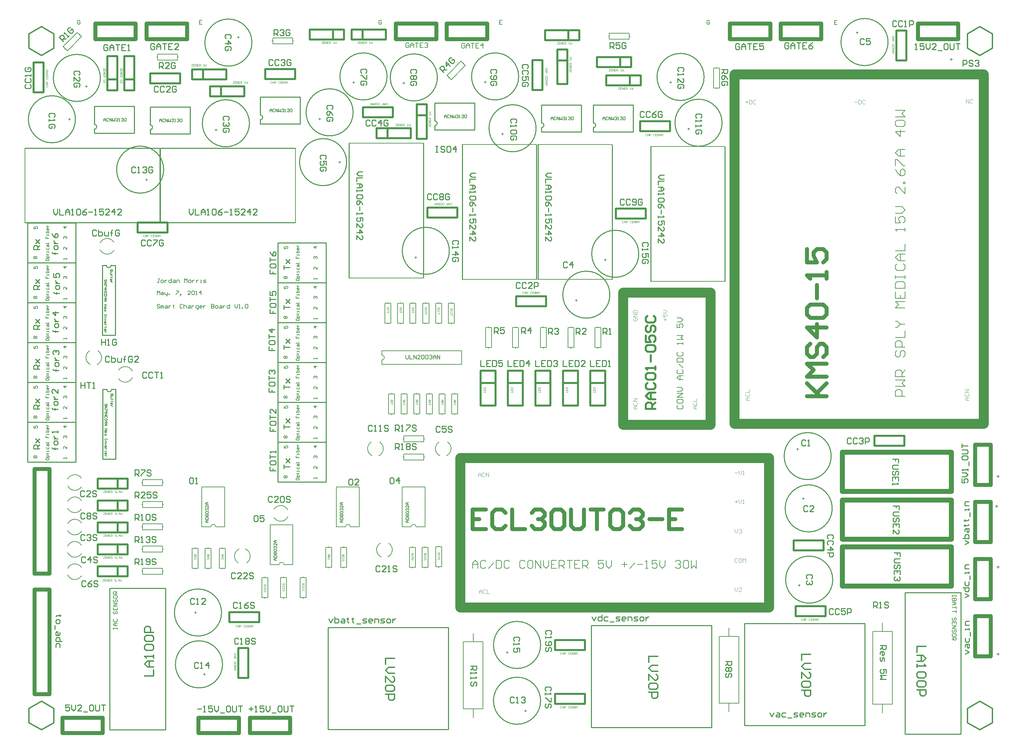
<source format=gto>
%FSAX42Y42*%
%MOMM*%
G71*
G01*
G75*
%ADD10C,0.30*%
%ADD11C,1.00*%
%ADD12C,1.50*%
%ADD13O,2.50X1.20*%
%ADD14R,2.50X1.20*%
%ADD15C,1.35*%
%ADD16R,1.35X1.35*%
%ADD17C,1.52*%
%ADD18C,2.00*%
%ADD19C,2.03*%
%ADD20C,1.50*%
%ADD21C,1.40*%
%ADD22O,1.20X2.50*%
%ADD23R,1.20X2.50*%
%ADD24C,1.20*%
%ADD25R,1.20X1.22*%
%ADD26R,2.54X1.27*%
%ADD27O,2.54X1.27*%
%ADD28C,2.50*%
%ADD29C,1.00*%
%ADD30R,1.80X1.80*%
%ADD31R,1.35X1.35*%
%ADD32R,2.03X2.03*%
%ADD33R,1.27X1.27*%
%ADD34O,3.00X4.00*%
%ADD35C,4.50*%
%ADD36C,1.02*%
%ADD37C,1.73*%
G04:AMPARAMS|DCode=38|XSize=2.235mm|YSize=2.235mm|CornerRadius=0mm|HoleSize=0mm|Usage=FLASHONLY|Rotation=0.000|XOffset=0mm|YOffset=0mm|HoleType=Round|Shape=Relief|Width=0.25mm|Gap=0.25mm|Entries=4|*
%AMTHD38*
7,0,0,2.23,1.73,0.25,45*
%
%ADD38THD38*%
G04:AMPARAMS|DCode=39|XSize=2.324mm|YSize=2.324mm|CornerRadius=0mm|HoleSize=0mm|Usage=FLASHONLY|Rotation=0.000|XOffset=0mm|YOffset=0mm|HoleType=Round|Shape=Relief|Width=0.25mm|Gap=0.25mm|Entries=4|*
%AMTHD39*
7,0,0,2.32,1.82,0.25,45*
%
%ADD39THD39*%
%ADD40C,1.82*%
%ADD41C,1.78*%
G04:AMPARAMS|DCode=42|XSize=2.286mm|YSize=2.286mm|CornerRadius=0mm|HoleSize=0mm|Usage=FLASHONLY|Rotation=0.000|XOffset=0mm|YOffset=0mm|HoleType=Round|Shape=Relief|Width=0.25mm|Gap=0.25mm|Entries=4|*
%AMTHD42*
7,0,0,2.29,1.78,0.25,45*
%
%ADD42THD42*%
%ADD43C,2.17*%
G04:AMPARAMS|DCode=44|XSize=2.674mm|YSize=2.674mm|CornerRadius=0mm|HoleSize=0mm|Usage=FLASHONLY|Rotation=0.000|XOffset=0mm|YOffset=0mm|HoleType=Round|Shape=Relief|Width=0.25mm|Gap=0.25mm|Entries=4|*
%AMTHD44*
7,0,0,2.67,2.17,0.25,45*
%
%ADD44THD44*%
%ADD45C,2.02*%
G04:AMPARAMS|DCode=46|XSize=2.524mm|YSize=2.524mm|CornerRadius=0mm|HoleSize=0mm|Usage=FLASHONLY|Rotation=0.000|XOffset=0mm|YOffset=0mm|HoleType=Round|Shape=Relief|Width=0.25mm|Gap=0.25mm|Entries=4|*
%AMTHD46*
7,0,0,2.52,2.02,0.25,45*
%
%ADD46THD46*%
G04:AMPARAMS|DCode=47|XSize=2.424mm|YSize=2.424mm|CornerRadius=0mm|HoleSize=0mm|Usage=FLASHONLY|Rotation=0.000|XOffset=0mm|YOffset=0mm|HoleType=Round|Shape=Relief|Width=0.25mm|Gap=0.25mm|Entries=4|*
%AMTHD47*
7,0,0,2.42,1.92,0.25,45*
%
%ADD47THD47*%
%ADD48C,1.92*%
%ADD49C,1.87*%
G04:AMPARAMS|DCode=50|XSize=2.374mm|YSize=2.374mm|CornerRadius=0mm|HoleSize=0mm|Usage=FLASHONLY|Rotation=0.000|XOffset=0mm|YOffset=0mm|HoleType=Round|Shape=Relief|Width=0.25mm|Gap=0.25mm|Entries=4|*
%AMTHD50*
7,0,0,2.37,1.87,0.25,45*
%
%ADD50THD50*%
%ADD51C,1.73*%
G04:AMPARAMS|DCode=52|XSize=2.2352mm|YSize=2.2352mm|CornerRadius=0mm|HoleSize=0mm|Usage=FLASHONLY|Rotation=0.000|XOffset=0mm|YOffset=0mm|HoleType=Round|Shape=Relief|Width=0.25mm|Gap=0.25mm|Entries=4|*
%AMTHD52*
7,0,0,2.24,1.73,0.25,45*
%
%ADD52THD52*%
%ADD53C,2.37*%
G04:AMPARAMS|DCode=54|XSize=2.874mm|YSize=2.874mm|CornerRadius=0mm|HoleSize=0mm|Usage=FLASHONLY|Rotation=0.000|XOffset=0mm|YOffset=0mm|HoleType=Round|Shape=Relief|Width=0.25mm|Gap=0.25mm|Entries=4|*
%AMTHD54*
7,0,0,2.87,2.37,0.25,45*
%
%ADD54THD54*%
%ADD55C,1.62*%
G04:AMPARAMS|DCode=56|XSize=2.124mm|YSize=2.124mm|CornerRadius=0mm|HoleSize=0mm|Usage=FLASHONLY|Rotation=0.000|XOffset=0mm|YOffset=0mm|HoleType=Round|Shape=Relief|Width=0.25mm|Gap=0.25mm|Entries=4|*
%AMTHD56*
7,0,0,2.12,1.62,0.25,45*
%
%ADD56THD56*%
%ADD57R,2.17X2.17*%
%ADD58R,1.87X1.87*%
%ADD59C,2.77*%
%ADD60C,5.02*%
%ADD61R,2.02X2.02*%
G04:AMPARAMS|DCode=62|XSize=2.674mm|YSize=2.674mm|CornerRadius=0mm|HoleSize=0mm|Usage=FLASHONLY|Rotation=270.000|XOffset=0mm|YOffset=0mm|HoleType=Square|Shape=SquareRelief|Width=0.25mm|Gap=0.25mm|Entries=4|*
%AMTHSQ62*
5,1,4,0,0,3.78,315.0*
5,0,4,0,0,3.06,315.0*
21,0,3.78,0.25,0,0,315.0*
21,0,3.78,0.25,0,0,405.0*
%
%ADD62THSQ62*%

G04:AMPARAMS|DCode=63|XSize=2.524mm|YSize=2.524mm|CornerRadius=0mm|HoleSize=0mm|Usage=FLASHONLY|Rotation=270.000|XOffset=0mm|YOffset=0mm|HoleType=Square|Shape=SquareRelief|Width=0.25mm|Gap=0.25mm|Entries=4|*
%AMTHSQ63*
5,1,4,0,0,3.57,315.0*
5,0,4,0,0,2.85,315.0*
21,0,3.57,0.25,0,0,315.0*
21,0,3.57,0.25,0,0,405.0*
%
%ADD63THSQ63*%

G04:AMPARAMS|DCode=64|XSize=2.524mm|YSize=2.524mm|CornerRadius=0mm|HoleSize=0mm|Usage=FLASHONLY|Rotation=90.000|XOffset=0mm|YOffset=0mm|HoleType=Square|Shape=SquareRelief|Width=0.25mm|Gap=0.25mm|Entries=4|*
%AMTHSQ64*
5,1,4,0,0,3.57,135.0*
5,0,4,0,0,2.85,135.0*
21,0,3.57,0.25,0,0,135.0*
21,0,3.57,0.25,0,0,225.0*
%
%ADD64THSQ64*%

%ADD65C,0.20*%
%ADD66C,0.25*%
%ADD67C,0.50*%
%ADD68C,2.54*%
%ADD69C,1.25*%
%ADD70C,0.10*%
%ADD71C,0.13*%
%ADD72C,0.15*%
%ADD73C,0.38*%
D10*
X029213Y005787D02*
X029530Y005969D01*
X029213Y005420D02*
Y005787D01*
Y005420D02*
X029530Y005238D01*
X029848Y005420D01*
Y005787D01*
X029530Y005969D02*
X029848Y005787D01*
X029530Y023165D02*
X029848Y022983D01*
Y022616D02*
Y022983D01*
X029530Y022433D02*
X029848Y022616D01*
X029213D02*
X029530Y022433D01*
X029213Y022616D02*
Y022983D01*
X029530Y023165D01*
X005629D02*
X005946Y022983D01*
Y022616D02*
Y022983D01*
X005629Y022433D02*
X005946Y022616D01*
X005311D02*
X005629Y022433D01*
X005311Y022616D02*
Y022983D01*
X005629Y023165D01*
Y005969D02*
X005946Y005787D01*
Y005420D02*
Y005787D01*
X005629Y005238D02*
X005946Y005420D01*
X005311D02*
X005629Y005238D01*
X005311Y005420D02*
Y005787D01*
X005629Y005969D01*
D11*
X008306Y022847D02*
X009335D01*
X008306D02*
Y023241D01*
X009335D01*
Y022847D02*
Y023241D01*
X006998Y022847D02*
X008026D01*
X006998D02*
Y023241D01*
X008026D01*
Y022847D02*
Y023241D01*
X024460Y022847D02*
X025489D01*
X024460D02*
Y023241D01*
X025489D01*
Y022847D02*
Y023241D01*
X023165Y022847D02*
X024193D01*
X023165D02*
Y023241D01*
X024193D01*
Y022847D02*
Y023241D01*
X015951Y022847D02*
X016980D01*
X015951D02*
Y023241D01*
X016980D01*
Y022847D02*
Y023241D01*
X014656Y022847D02*
X015685D01*
X014656D02*
Y023241D01*
X015685D01*
Y022847D02*
Y023241D01*
X029413Y011481D02*
X029807D01*
Y012510D01*
X029413D02*
X029807D01*
X029413Y011481D02*
Y012510D01*
Y010025D02*
X029807D01*
Y011053D01*
X029413D02*
X029807D01*
X029413Y010025D02*
Y011053D01*
Y008568D02*
X029807D01*
Y009597D01*
X029413D02*
X029807D01*
X029413Y008568D02*
Y009597D01*
Y007112D02*
Y008141D01*
X029807D01*
Y007112D02*
Y008141D01*
X029413Y007112D02*
X029807D01*
X005448Y011887D02*
X005829D01*
X005448Y009220D02*
Y011887D01*
Y009220D02*
X005829D01*
Y011887D01*
X010935Y005156D02*
Y005550D01*
Y005156D02*
X011963D01*
Y005550D01*
X010935D02*
X011963D01*
X009627Y005156D02*
Y005550D01*
Y005156D02*
X010655D01*
Y005550D01*
X009627D02*
X010655D01*
X006160Y005156D02*
Y005550D01*
Y005156D02*
X007188D01*
Y005550D01*
X006160D02*
X007188D01*
X028981Y022847D02*
Y023241D01*
X027953D02*
X028981D01*
X027953Y022847D02*
Y023241D01*
Y022847D02*
X028981D01*
X005448Y008814D02*
X005829D01*
X005448Y006147D02*
Y008814D01*
Y006147D02*
X005829D01*
Y008814D01*
X025129Y013743D02*
X025629D01*
X025462D01*
X025129Y014076D01*
X025379Y013826D01*
X025629Y014076D01*
Y014243D02*
X025129D01*
X025296Y014409D01*
X025129Y014576D01*
X025629D01*
X025213Y015076D02*
X025129Y014992D01*
Y014826D01*
X025213Y014743D01*
X025296D01*
X025379Y014826D01*
Y014992D01*
X025462Y015076D01*
X025546D01*
X025629Y014992D01*
Y014826D01*
X025546Y014743D01*
X025629Y015492D02*
X025129D01*
X025379Y015242D01*
Y015576D01*
X025213Y015742D02*
X025129Y015826D01*
Y015992D01*
X025213Y016075D01*
X025546D01*
X025629Y015992D01*
Y015826D01*
X025546Y015742D01*
X025213D01*
X025379Y016242D02*
Y016575D01*
X025629Y016742D02*
Y016909D01*
Y016825D01*
X025129D01*
X025213Y016742D01*
X025129Y017492D02*
Y017158D01*
X025379D01*
X025296Y017325D01*
Y017408D01*
X025379Y017492D01*
X025546D01*
X025629Y017408D01*
Y017242D01*
X025546Y017158D01*
X016947Y010856D02*
X016614D01*
Y010357D01*
X016947D01*
X016614Y010607D02*
X016781D01*
X017447Y010773D02*
X017364Y010856D01*
X017197D01*
X017114Y010773D01*
Y010440D01*
X017197Y010357D01*
X017364D01*
X017447Y010440D01*
X017614Y010856D02*
Y010357D01*
X017947D01*
X018114Y010773D02*
X018197Y010856D01*
X018364D01*
X018447Y010773D01*
Y010690D01*
X018364Y010607D01*
X018280D01*
X018364D01*
X018447Y010523D01*
Y010440D01*
X018364Y010357D01*
X018197D01*
X018114Y010440D01*
X018613Y010773D02*
X018697Y010856D01*
X018863D01*
X018947Y010773D01*
Y010440D01*
X018863Y010357D01*
X018697D01*
X018613Y010440D01*
Y010773D01*
X019113Y010856D02*
Y010440D01*
X019197Y010357D01*
X019363D01*
X019447Y010440D01*
Y010856D01*
X019613D02*
X019946D01*
X019780D01*
Y010357D01*
X020113Y010773D02*
X020196Y010856D01*
X020363D01*
X020446Y010773D01*
Y010440D01*
X020363Y010357D01*
X020196D01*
X020113Y010440D01*
Y010773D01*
X020613D02*
X020696Y010856D01*
X020863D01*
X020946Y010773D01*
Y010690D01*
X020863Y010607D01*
X020779D01*
X020863D01*
X020946Y010523D01*
Y010440D01*
X020863Y010357D01*
X020696D01*
X020613Y010440D01*
X021113Y010607D02*
X021446D01*
X021946Y010856D02*
X021612D01*
Y010357D01*
X021946D01*
X021612Y010607D02*
X021779D01*
D65*
X011806Y009449D02*
G03*
X011679Y009449I-000063J000000D01*
G01*
X011904Y010840D02*
G03*
X011553Y010864I-000182J-000083D01*
G01*
Y010649D02*
G03*
X011904Y010674I000169J000108D01*
G01*
X014300Y014668D02*
G03*
X014300Y014796I000000J000063D01*
G01*
X006646Y011652D02*
G03*
X006295Y011627I-000169J-000108D01*
G01*
Y011461D02*
G03*
X006646Y011437I000182J000083D01*
G01*
Y011083D02*
G03*
X006295Y011059I-000169J-000108D01*
G01*
Y010893D02*
G03*
X006646Y010868I000182J000083D01*
G01*
Y010515D02*
G03*
X006295Y010491I-000169J-000108D01*
G01*
Y010324D02*
G03*
X006646Y010300I000182J000083D01*
G01*
Y009947D02*
G03*
X006295Y009922I-000169J-000108D01*
G01*
Y009756D02*
G03*
X006646Y009732I000182J000083D01*
G01*
Y009379D02*
G03*
X006295Y009354I-000169J-000108D01*
G01*
Y009188D02*
G03*
X006646Y009163I000182J000083D01*
G01*
X007471Y017672D02*
G03*
X007121Y017647I-000169J-000108D01*
G01*
Y017481D02*
G03*
X007471Y017457I000182J000083D01*
G01*
X014028Y012577D02*
G03*
X014052Y012226I000108J-000169D01*
G01*
X014218D02*
G03*
X014243Y012577I-000083J000182D01*
G01*
X015755D02*
G03*
X015779Y012226I000108J-000169D01*
G01*
X015945D02*
G03*
X015970Y012577I-000083J000182D01*
G01*
X015172Y010414D02*
G03*
X015045Y010414I-000063J000000D01*
G01*
X010066D02*
G03*
X009939Y010414I-000063J000000D01*
G01*
X013495D02*
G03*
X013368Y010414I-000063J000000D01*
G01*
X014256Y009998D02*
G03*
X014281Y009648I000108J-000169D01*
G01*
X014447D02*
G03*
X014471Y009998I-000083J000182D01*
G01*
X010852Y009496D02*
G03*
X010827Y009847I-000108J000169D01*
G01*
X010661D02*
G03*
X010637Y009496I000083J-000182D01*
G01*
X007591Y014193D02*
G03*
X007942Y014217I000169J000108D01*
G01*
Y014383D02*
G03*
X007591Y014408I-000182J-000083D01*
G01*
X006852Y014901D02*
G03*
X006876Y014550I000108J-000169D01*
G01*
X007043D02*
G03*
X007067Y014901I-000083J000182D01*
G01*
X012034Y009449D02*
Y010465D01*
X011451D02*
X012034D01*
X011451Y009449D02*
Y010465D01*
Y009449D02*
X011679D01*
X011806D02*
X012034D01*
X023139Y007622D02*
Y007839D01*
Y005699D02*
Y005917D01*
X022889Y007622D02*
X023139D01*
X022889Y005917D02*
Y007622D01*
Y005917D02*
X023389D01*
Y007622D01*
X023139D02*
X023389D01*
X027051Y007749D02*
X027301D01*
Y005893D02*
Y007749D01*
X026801Y005893D02*
X027301D01*
X026801D02*
Y007749D01*
X027051D01*
Y005675D02*
Y005893D01*
Y007749D02*
Y007966D01*
X020599Y022924D02*
X020622D01*
X020069D02*
X020091D01*
X020599Y022847D02*
Y022924D01*
X020091Y022847D02*
X020599D01*
X020091D02*
Y023000D01*
X020599D01*
Y022924D02*
Y023000D01*
X012027Y022804D02*
X012050D01*
X011496D02*
X011519D01*
X012027Y022728D02*
Y022804D01*
X011519Y022728D02*
X012027D01*
X011519D02*
Y022881D01*
X012027D01*
Y022804D02*
Y022881D01*
X015399Y009362D02*
Y009385D01*
Y009893D02*
Y009916D01*
X015323Y009385D02*
X015399D01*
X015323D02*
Y009893D01*
X015475D01*
Y009385D02*
Y009893D01*
X015399Y009385D02*
X015475D01*
X015075Y009362D02*
Y009385D01*
Y009893D02*
Y009916D01*
X014999Y009385D02*
X015075D01*
X014999D02*
Y009893D01*
X015151D01*
Y009385D02*
Y009893D01*
X015075Y009385D02*
X015151D01*
X015748Y009375D02*
Y009398D01*
Y009906D02*
Y009929D01*
X015672Y009398D02*
X015748D01*
X015672D02*
Y009906D01*
X015824D01*
Y009398D02*
Y009906D01*
X015748Y009398D02*
X015824D01*
X013322Y009893D02*
Y009916D01*
Y009362D02*
Y009385D01*
Y009893D02*
X013399D01*
Y009385D02*
Y009893D01*
X013246Y009385D02*
X013399D01*
X013246D02*
Y009893D01*
X013322D01*
X012941D02*
Y009916D01*
Y009362D02*
Y009385D01*
Y009893D02*
X013018D01*
Y009385D02*
Y009893D01*
X012865Y009385D02*
X013018D01*
X012865D02*
Y009893D01*
X012941D01*
X012294Y008588D02*
Y008611D01*
Y009119D02*
Y009141D01*
X012217Y008611D02*
X012294D01*
X012217D02*
Y009119D01*
X012370D01*
Y008611D02*
Y009119D01*
X012294Y008611D02*
X012370D01*
X011792Y009119D02*
Y009141D01*
Y008588D02*
Y008611D01*
Y009119D02*
X011868D01*
Y008611D02*
Y009119D01*
X011716Y008611D02*
X011868D01*
X011716D02*
Y009119D01*
X011792D01*
X011316D02*
Y009141D01*
Y008588D02*
Y008611D01*
Y009119D02*
X011392D01*
Y008611D02*
Y009119D01*
X011239Y008611D02*
X011392D01*
X011239D02*
Y009119D01*
X011316D01*
X010236Y009868D02*
Y009891D01*
Y009337D02*
Y009360D01*
Y009868D02*
X010312D01*
Y009360D02*
Y009868D01*
X010160Y009360D02*
X010312D01*
X010160D02*
Y009868D01*
X010236D01*
X009874Y009337D02*
Y009360D01*
Y009868D02*
Y009891D01*
X009798Y009360D02*
X009874D01*
X009798D02*
Y009868D01*
X009950D01*
Y009360D02*
Y009868D01*
X009874Y009360D02*
X009950D01*
X009538Y009337D02*
Y009360D01*
Y009868D02*
Y009891D01*
X009461Y009360D02*
X009538D01*
X009461D02*
Y009868D01*
X009614D01*
Y009360D02*
Y009868D01*
X009538Y009360D02*
X009614D01*
X015989Y016116D02*
X016065D01*
X015989Y015608D02*
Y016116D01*
Y015608D02*
X016142D01*
Y016116D01*
X016065D02*
X016142D01*
X016065Y015585D02*
Y015608D01*
Y016116D02*
Y016139D01*
X015667Y016116D02*
X015743D01*
X015667Y015608D02*
Y016116D01*
Y015608D02*
X015819D01*
Y016116D01*
X015743D02*
X015819D01*
X015743Y015585D02*
Y015608D01*
Y016116D02*
Y016139D01*
X015344Y016116D02*
X015420D01*
X015344Y015608D02*
Y016116D01*
Y015608D02*
X015497D01*
Y016116D01*
X015420D02*
X015497D01*
X015420Y015585D02*
Y015608D01*
Y016116D02*
Y016139D01*
X015011Y016116D02*
X015088D01*
X015011Y015608D02*
Y016116D01*
Y015608D02*
X015164D01*
Y016116D01*
X015088D02*
X015164D01*
X015088Y015585D02*
Y015608D01*
Y016116D02*
Y016139D01*
X014699Y016116D02*
X014775D01*
X014699Y015608D02*
Y016116D01*
Y015608D02*
X014851D01*
Y016116D01*
X014775D02*
X014851D01*
X014775Y015585D02*
Y015608D01*
Y016116D02*
Y016139D01*
X014376Y016116D02*
X014453D01*
X014376Y015608D02*
Y016116D01*
Y015608D02*
X014529D01*
Y016116D01*
X014453D02*
X014529D01*
X014453Y015585D02*
Y015608D01*
Y016116D02*
Y016139D01*
X016078Y013805D02*
X016154D01*
X016078Y013297D02*
Y013805D01*
Y013297D02*
X016231D01*
Y013805D01*
X016154D02*
X016231D01*
X016154Y013274D02*
Y013297D01*
Y013805D02*
Y013828D01*
X015756Y013805D02*
X015832D01*
X015756Y013297D02*
Y013805D01*
Y013297D02*
X015908D01*
Y013805D01*
X015832D02*
X015908D01*
X015832Y013274D02*
Y013297D01*
Y013805D02*
Y013828D01*
X015433Y013805D02*
X015509D01*
X015433Y013297D02*
Y013805D01*
Y013297D02*
X015585D01*
Y013805D01*
X015509D02*
X015585D01*
X015509Y013274D02*
Y013297D01*
Y013805D02*
Y013828D01*
X015110Y013805D02*
X015187D01*
X015110Y013297D02*
Y013805D01*
Y013297D02*
X015263D01*
Y013805D01*
X015187D02*
X015263D01*
X015187Y013274D02*
Y013297D01*
Y013805D02*
Y013828D01*
X014788Y013805D02*
X014864D01*
X014788Y013297D02*
Y013805D01*
Y013297D02*
X014940D01*
Y013805D01*
X014864D02*
X014940D01*
X014864Y013274D02*
Y013297D01*
Y013805D02*
Y013828D01*
X014465Y013805D02*
X014541D01*
X014465Y013297D02*
Y013805D01*
Y013297D02*
X014618D01*
Y013805D01*
X014541D02*
X014618D01*
X014541Y013274D02*
Y013297D01*
Y013805D02*
Y013828D01*
X014300Y014559D02*
Y014668D01*
Y014796D02*
Y014905D01*
X016332D01*
Y014559D02*
Y014905D01*
X014300Y014559D02*
X016332D01*
X005202Y018171D02*
Y020069D01*
X008641Y018171D02*
Y020069D01*
X018273Y020160D02*
X020170D01*
X018273Y016721D02*
X020170D01*
X016372Y022227D02*
X016388Y022243D01*
X015997Y021851D02*
X016013Y021868D01*
X016372Y022227D02*
X016426Y022173D01*
X016067Y021814D02*
X016426Y022173D01*
X015959Y021921D02*
X016067Y021814D01*
X015959Y021921D02*
X016318Y022281D01*
X016372Y022227D01*
X008656Y018171D02*
Y020069D01*
X012095Y018171D02*
Y020069D01*
X019799Y014963D02*
Y014986D01*
Y015494D02*
Y015517D01*
X019723Y014986D02*
X019799D01*
X019723D02*
Y015494D01*
X019876D01*
Y014986D02*
Y015494D01*
X019799Y014986D02*
X019876D01*
X019113Y014963D02*
Y014986D01*
Y015494D02*
Y015517D01*
X019037Y014986D02*
X019113D01*
X019037D02*
Y015494D01*
X019190D01*
Y014986D02*
Y015494D01*
X019113Y014986D02*
X019190D01*
X018415Y014963D02*
Y014986D01*
Y015494D02*
Y015517D01*
X018339Y014986D02*
X018415D01*
X018339D02*
Y015494D01*
X018491D01*
Y014986D02*
Y015494D01*
X018415Y014986D02*
X018491D01*
X022822Y022111D02*
Y022134D01*
Y021580D02*
Y021603D01*
Y022111D02*
X022898D01*
Y021603D02*
Y022111D01*
X022746Y021603D02*
X022898D01*
X022746D02*
Y022111D01*
X022822D01*
X016342Y020160D02*
X018240D01*
X016342Y016721D02*
X018240D01*
X009093Y022390D02*
X009116D01*
X008562D02*
X008585D01*
X009093Y022314D02*
Y022390D01*
X008585Y022314D02*
X009093D01*
X008585D02*
Y022466D01*
X009093D01*
Y022390D02*
Y022466D01*
X017704Y014963D02*
Y014986D01*
Y015494D02*
Y015517D01*
X017628Y014986D02*
X017704D01*
X017628D02*
Y015494D01*
X017780D01*
Y014986D02*
Y015494D01*
X017704Y014986D02*
X017780D01*
X017018Y015494D02*
Y015517D01*
Y014963D02*
Y014986D01*
Y015494D02*
X017094D01*
Y014986D02*
Y015494D01*
X016942Y014986D02*
X017094D01*
X016942D02*
Y015494D01*
X017018D01*
X021143Y020109D02*
X023040D01*
X021143Y016670D02*
X023040D01*
X013459Y020198D02*
X015357D01*
X013459Y016759D02*
X015357D01*
X014836Y012192D02*
X014859D01*
X015367D02*
X015390D01*
X014859D02*
Y012268D01*
X015367D01*
Y012116D02*
Y012268D01*
X014859Y012116D02*
X015367D01*
X014859D02*
Y012192D01*
X014836Y012662D02*
X014859D01*
X015367D02*
X015390D01*
X014859D02*
Y012738D01*
X015367D01*
Y012586D02*
Y012738D01*
X014859Y012586D02*
X015367D01*
X014859D02*
Y012662D01*
X008712Y009284D02*
X008735D01*
X008181D02*
X008204D01*
X008712Y009207D02*
Y009284D01*
X008204Y009207D02*
X008712D01*
X008204D02*
Y009360D01*
X008712D01*
Y009284D02*
Y009360D01*
X015400Y010414D02*
Y011430D01*
X014817D02*
X015400D01*
X014817Y010414D02*
Y011430D01*
Y010414D02*
X015045D01*
X015172D02*
X015400D01*
X008181Y009849D02*
X008204D01*
X008712D02*
X008735D01*
X008204D02*
Y009925D01*
X008712D01*
Y009773D02*
Y009925D01*
X008204Y009773D02*
X008712D01*
X008204D02*
Y009849D01*
X008181Y010414D02*
X008204D01*
X008712D02*
X008735D01*
X008204D02*
Y010490D01*
X008712D01*
Y010338D02*
Y010490D01*
X008204Y010338D02*
X008712D01*
X008204D02*
Y010414D01*
X008712Y010979D02*
X008735D01*
X008181D02*
X008204D01*
X008712Y010903D02*
Y010979D01*
X008204Y010903D02*
X008712D01*
X008204D02*
Y011055D01*
X008712D01*
Y010979D02*
Y011055D01*
Y011544D02*
X008735D01*
X008181D02*
X008204D01*
X008712Y011468D02*
Y011544D01*
X008204Y011468D02*
X008712D01*
X008204D02*
Y011621D01*
X008712D01*
Y011544D02*
Y011621D01*
X010294Y010414D02*
Y011430D01*
X009711D02*
X010294D01*
X009711Y010414D02*
Y011430D01*
Y010414D02*
X009939D01*
X010066D02*
X010294D01*
X006593Y022963D02*
X006609Y022980D01*
X006218Y022588D02*
X006234Y022604D01*
X006593Y022963D02*
X006647Y022910D01*
X006288Y022550D02*
X006647Y022910D01*
X006180Y022658D02*
X006288Y022550D01*
X006180Y022658D02*
X006539Y023017D01*
X006593Y022963D01*
X013723Y010414D02*
Y011430D01*
X013140D02*
X013723D01*
X013140Y010414D02*
Y011430D01*
Y010414D02*
X013368D01*
X013495D02*
X013723D01*
X016624Y007482D02*
Y007699D01*
Y005559D02*
Y005777D01*
X016374Y007482D02*
X016624D01*
X016374Y005777D02*
Y007482D01*
Y005777D02*
X016874D01*
Y007482D01*
X016624D02*
X016874D01*
X014990Y022731D02*
X014970Y022751D01*
X014930D01*
X014910Y022731D01*
Y022651D01*
X014930Y022631D01*
X014970D01*
X014990Y022651D01*
Y022691D01*
X014950D01*
X015030Y022631D02*
Y022711D01*
X015070Y022751D01*
X015110Y022711D01*
Y022631D01*
Y022691D01*
X015030D01*
X015150Y022751D02*
X015230D01*
X015190D01*
Y022631D01*
X015350Y022751D02*
X015270D01*
Y022631D01*
X015350D01*
X015270Y022691D02*
X015310D01*
X015390Y022731D02*
X015410Y022751D01*
X015450D01*
X015470Y022731D01*
Y022711D01*
X015450Y022691D01*
X015430D01*
X015450D01*
X015470Y022671D01*
Y022651D01*
X015450Y022631D01*
X015410D01*
X015390Y022651D01*
X016412Y022719D02*
X016392Y022739D01*
X016352D01*
X016332Y022719D01*
Y022639D01*
X016352Y022619D01*
X016392D01*
X016412Y022639D01*
Y022679D01*
X016372D01*
X016452Y022619D02*
Y022699D01*
X016492Y022739D01*
X016532Y022699D01*
Y022619D01*
Y022679D01*
X016452D01*
X016572Y022739D02*
X016652D01*
X016612D01*
Y022619D01*
X016772Y022739D02*
X016692D01*
Y022619D01*
X016772D01*
X016692Y022679D02*
X016732D01*
X016872Y022619D02*
Y022739D01*
X016812Y022679D01*
X016892D01*
X014910Y014794D02*
Y014711D01*
X014926Y014694D01*
X014960D01*
X014976Y014711D01*
Y014794D01*
X015010D02*
Y014694D01*
X015076D01*
X015110D02*
Y014794D01*
X015176Y014694D01*
Y014794D01*
X015276Y014694D02*
X015210D01*
X015276Y014761D01*
Y014777D01*
X015260Y014794D01*
X015226D01*
X015210Y014777D01*
X015310D02*
X015326Y014794D01*
X015360D01*
X015376Y014777D01*
Y014711D01*
X015360Y014694D01*
X015326D01*
X015310Y014711D01*
Y014777D01*
X015410D02*
X015426Y014794D01*
X015460D01*
X015476Y014777D01*
Y014711D01*
X015460Y014694D01*
X015426D01*
X015410Y014711D01*
Y014777D01*
X015510D02*
X015526Y014794D01*
X015560D01*
X015576Y014777D01*
Y014761D01*
X015560Y014744D01*
X015543D01*
X015560D01*
X015576Y014727D01*
Y014711D01*
X015560Y014694D01*
X015526D01*
X015510Y014711D01*
X015610Y014694D02*
Y014761D01*
X015643Y014794D01*
X015676Y014761D01*
Y014694D01*
Y014744D01*
X015610D01*
X015710Y014694D02*
Y014794D01*
X015776Y014694D01*
Y014794D01*
X027629Y013743D02*
X027379D01*
Y013868D01*
X027421Y013910D01*
X027504D01*
X027546Y013868D01*
Y013743D01*
X027379Y013993D02*
X027629D01*
X027546Y014076D01*
X027629Y014159D01*
X027379D01*
X027629Y014243D02*
X027379D01*
Y014368D01*
X027421Y014409D01*
X027504D01*
X027546Y014368D01*
Y014243D01*
Y014326D02*
X027629Y014409D01*
X027421Y014909D02*
X027379Y014868D01*
Y014784D01*
X027421Y014743D01*
X027462D01*
X027504Y014784D01*
Y014868D01*
X027546Y014909D01*
X027587D01*
X027629Y014868D01*
Y014784D01*
X027587Y014743D01*
X027629Y014992D02*
X027379D01*
Y015117D01*
X027421Y015159D01*
X027504D01*
X027546Y015117D01*
Y014992D01*
X027379Y015242D02*
X027629D01*
Y015409D01*
X027379Y015492D02*
X027421D01*
X027504Y015576D01*
X027421Y015659D01*
X027379D01*
X027504Y015576D02*
X027629D01*
Y015992D02*
X027379D01*
X027462Y016075D01*
X027379Y016159D01*
X027629D01*
X027379Y016409D02*
Y016242D01*
X027629D01*
Y016409D01*
X027504Y016242D02*
Y016325D01*
X027379Y016492D02*
X027629D01*
Y016617D01*
X027587Y016659D01*
X027421D01*
X027379Y016617D01*
Y016492D01*
Y016742D02*
Y016825D01*
Y016784D01*
X027629D01*
Y016742D01*
Y016825D01*
X027421Y017117D02*
X027379Y017075D01*
Y016992D01*
X027421Y016950D01*
X027587D01*
X027629Y016992D01*
Y017075D01*
X027587Y017117D01*
X027629Y017200D02*
X027462D01*
X027379Y017283D01*
X027462Y017367D01*
X027629D01*
X027504D01*
Y017200D01*
X027379Y017450D02*
X027629D01*
Y017617D01*
Y017950D02*
Y018033D01*
Y017992D01*
X027379D01*
X027421Y017950D01*
X027379Y018325D02*
Y018158D01*
X027504D01*
X027462Y018241D01*
Y018283D01*
X027504Y018325D01*
X027587D01*
X027629Y018283D01*
Y018200D01*
X027587Y018158D01*
X027379Y018408D02*
X027546D01*
X027629Y018491D01*
X027546Y018575D01*
X027379D01*
X027629Y019075D02*
Y018908D01*
X027462Y019075D01*
X027421D01*
X027379Y019033D01*
Y018950D01*
X027421Y018908D01*
X027629Y019158D02*
X027587D01*
Y019199D01*
X027629D01*
Y019158D01*
X027379Y019533D02*
X027421Y019449D01*
X027504Y019366D01*
X027587D01*
X027629Y019408D01*
Y019491D01*
X027587Y019533D01*
X027546D01*
X027504Y019491D01*
Y019366D01*
X027379Y019616D02*
Y019783D01*
X027421D01*
X027587Y019616D01*
X027629D01*
Y019866D02*
X027462D01*
X027379Y019949D01*
X027462Y020033D01*
X027629D01*
X027504D01*
Y019866D01*
X027629Y020491D02*
X027379D01*
X027504Y020366D01*
Y020532D01*
X027421Y020616D02*
X027379Y020657D01*
Y020741D01*
X027421Y020782D01*
X027587D01*
X027629Y020741D01*
Y020657D01*
X027587Y020616D01*
X027421D01*
X027379Y020866D02*
X027629D01*
X027546Y020949D01*
X027629Y021032D01*
X027379D01*
X016614Y009357D02*
Y009490D01*
X016681Y009557D01*
X016747Y009490D01*
Y009357D01*
Y009457D01*
X016614D01*
X016947Y009523D02*
X016914Y009557D01*
X016847D01*
X016814Y009523D01*
Y009390D01*
X016847Y009357D01*
X016914D01*
X016947Y009390D01*
X017014Y009357D02*
X017147Y009490D01*
X017214Y009557D02*
Y009357D01*
X017314D01*
X017347Y009390D01*
Y009523D01*
X017314Y009557D01*
X017214D01*
X017547Y009523D02*
X017514Y009557D01*
X017447D01*
X017414Y009523D01*
Y009390D01*
X017447Y009357D01*
X017514D01*
X017547Y009390D01*
X017947Y009523D02*
X017914Y009557D01*
X017847D01*
X017814Y009523D01*
Y009390D01*
X017847Y009357D01*
X017914D01*
X017947Y009390D01*
X018114Y009557D02*
X018047D01*
X018014Y009523D01*
Y009390D01*
X018047Y009357D01*
X018114D01*
X018147Y009390D01*
Y009523D01*
X018114Y009557D01*
X018214Y009357D02*
Y009557D01*
X018347Y009357D01*
Y009557D01*
X018414D02*
Y009423D01*
X018480Y009357D01*
X018547Y009423D01*
Y009557D01*
X018747D02*
X018613D01*
Y009357D01*
X018747D01*
X018613Y009457D02*
X018680D01*
X018813Y009357D02*
Y009557D01*
X018913D01*
X018947Y009523D01*
Y009457D01*
X018913Y009423D01*
X018813D01*
X018880D02*
X018947Y009357D01*
X019013Y009557D02*
X019147D01*
X019080D01*
Y009357D01*
X019347Y009557D02*
X019213D01*
Y009357D01*
X019347D01*
X019213Y009457D02*
X019280D01*
X019413Y009357D02*
Y009557D01*
X019513D01*
X019546Y009523D01*
Y009457D01*
X019513Y009423D01*
X019413D01*
X019480D02*
X019546Y009357D01*
X019946Y009557D02*
X019813D01*
Y009457D01*
X019880Y009490D01*
X019913D01*
X019946Y009457D01*
Y009390D01*
X019913Y009357D01*
X019846D01*
X019813Y009390D01*
X020013Y009557D02*
Y009423D01*
X020080Y009357D01*
X020146Y009423D01*
Y009557D01*
X020413Y009457D02*
X020546D01*
X020480Y009523D02*
Y009390D01*
X020613Y009357D02*
X020746Y009490D01*
X020813Y009457D02*
X020946D01*
X021013Y009357D02*
X021079D01*
X021046D01*
Y009557D01*
X021013Y009523D01*
X021313Y009557D02*
X021179D01*
Y009457D01*
X021246Y009490D01*
X021279D01*
X021313Y009457D01*
Y009390D01*
X021279Y009357D01*
X021213D01*
X021179Y009390D01*
X021379Y009557D02*
Y009423D01*
X021446Y009357D01*
X021513Y009423D01*
Y009557D01*
X021779Y009523D02*
X021812Y009557D01*
X021879D01*
X021912Y009523D01*
Y009490D01*
X021879Y009457D01*
X021846D01*
X021879D01*
X021912Y009423D01*
Y009390D01*
X021879Y009357D01*
X021812D01*
X021779Y009390D01*
X021979Y009523D02*
X022012Y009557D01*
X022079D01*
X022112Y009523D01*
Y009390D01*
X022079Y009357D01*
X022012D01*
X021979Y009390D01*
Y009523D01*
X022179Y009557D02*
Y009357D01*
X022246Y009423D01*
X022312Y009357D01*
Y009557D01*
X007457Y007811D02*
Y007844D01*
Y007827D01*
X007557D01*
Y007811D01*
Y007844D01*
Y007894D02*
X007490D01*
X007457Y007927D01*
X007490Y007960D01*
X007557D01*
X007507D01*
Y007894D01*
X007473Y008060D02*
X007457Y008044D01*
Y008010D01*
X007473Y007994D01*
X007540D01*
X007557Y008010D01*
Y008044D01*
X007540Y008060D01*
X007473Y008260D02*
X007457Y008244D01*
Y008210D01*
X007473Y008194D01*
X007490D01*
X007507Y008210D01*
Y008244D01*
X007523Y008260D01*
X007540D01*
X007557Y008244D01*
Y008210D01*
X007540Y008194D01*
X007457Y008360D02*
Y008294D01*
X007557D01*
Y008360D01*
X007507Y008294D02*
Y008327D01*
X007557Y008394D02*
X007457D01*
X007557Y008460D01*
X007457D01*
X007473Y008560D02*
X007457Y008544D01*
Y008510D01*
X007473Y008494D01*
X007490D01*
X007507Y008510D01*
Y008544D01*
X007523Y008560D01*
X007540D01*
X007557Y008544D01*
Y008510D01*
X007540Y008494D01*
X007457Y008644D02*
Y008610D01*
X007473Y008594D01*
X007540D01*
X007557Y008610D01*
Y008644D01*
X007540Y008660D01*
X007473D01*
X007457Y008644D01*
X007557Y008694D02*
X007457D01*
Y008744D01*
X007473Y008760D01*
X007507D01*
X007523Y008744D01*
Y008694D01*
Y008727D02*
X007557Y008760D01*
X028929Y008674D02*
Y008641D01*
Y008657D01*
X028829D01*
Y008674D01*
Y008641D01*
X028929Y008591D02*
X028829D01*
Y008541D01*
X028846Y008524D01*
X028862D01*
X028879Y008541D01*
Y008591D01*
Y008541D01*
X028896Y008524D01*
X028912D01*
X028929Y008541D01*
Y008591D01*
X028829Y008491D02*
X028896D01*
X028929Y008458D01*
X028896Y008424D01*
X028829D01*
X028879D01*
Y008491D01*
X028929Y008391D02*
Y008324D01*
Y008358D01*
X028829D01*
X028929Y008291D02*
Y008224D01*
Y008258D01*
X028829D01*
X028912Y008024D02*
X028929Y008041D01*
Y008074D01*
X028912Y008091D01*
X028896D01*
X028879Y008074D01*
Y008041D01*
X028862Y008024D01*
X028846D01*
X028829Y008041D01*
Y008074D01*
X028846Y008091D01*
X028929Y007924D02*
Y007991D01*
X028829D01*
Y007924D01*
X028879Y007991D02*
Y007958D01*
X028829Y007891D02*
X028929D01*
X028829Y007824D01*
X028929D01*
X028912Y007724D02*
X028929Y007741D01*
Y007774D01*
X028912Y007791D01*
X028896D01*
X028879Y007774D01*
Y007741D01*
X028862Y007724D01*
X028846D01*
X028829Y007741D01*
Y007774D01*
X028846Y007791D01*
X028929Y007641D02*
Y007674D01*
X028912Y007691D01*
X028846D01*
X028829Y007674D01*
Y007641D01*
X028846Y007624D01*
X028912D01*
X028929Y007641D01*
X028829Y007591D02*
X028929D01*
Y007541D01*
X028912Y007524D01*
X028879D01*
X028862Y007541D01*
Y007591D01*
Y007558D02*
X028829Y007524D01*
X029997Y007201D02*
Y007134D01*
X030030Y007168D02*
X029963D01*
X029997Y009423D02*
Y009357D01*
X030030Y009390D02*
X029963D01*
X029958Y010973D02*
Y010906D01*
X029992Y010939D02*
X029925D01*
X029997Y011735D02*
Y011668D01*
X030030Y011701D02*
X029963D01*
X028803Y022365D02*
Y022298D01*
X028836Y022331D02*
X028769D01*
X006607Y023312D02*
X006590Y023328D01*
X006557D01*
X006540Y023312D01*
Y023245D01*
X006557Y023228D01*
X006590D01*
X006607Y023245D01*
Y023278D01*
X006574D01*
X009719Y023328D02*
X009652D01*
Y023228D01*
X009719D01*
X009652Y023278D02*
X009685D01*
X014291Y023312D02*
X014274Y023328D01*
X014241D01*
X014224Y023312D01*
Y023245D01*
X014241Y023228D01*
X014274D01*
X014291Y023245D01*
Y023278D01*
X014257D01*
X017364Y023328D02*
X017297D01*
Y023228D01*
X017364D01*
X017297Y023278D02*
X017331D01*
X022647Y023312D02*
X022631Y023328D01*
X022597D01*
X022581Y023312D01*
Y023245D01*
X022597Y023228D01*
X022631D01*
X022647Y023245D01*
Y023278D01*
X022614D01*
X025898Y023316D02*
X025832D01*
Y023216D01*
X025898D01*
X025832Y023266D02*
X025865D01*
X008639Y016737D02*
X008606D01*
X008622D01*
Y016654D01*
X008606Y016637D01*
X008589D01*
X008572Y016654D01*
X008689Y016637D02*
X008722D01*
X008739Y016654D01*
Y016687D01*
X008722Y016704D01*
X008689D01*
X008672Y016687D01*
Y016654D01*
X008689Y016637D01*
X008772Y016704D02*
Y016637D01*
Y016670D01*
X008789Y016687D01*
X008806Y016704D01*
X008822D01*
X008939Y016737D02*
Y016637D01*
X008889D01*
X008872Y016654D01*
Y016687D01*
X008889Y016704D01*
X008939D01*
X008989D02*
X009022D01*
X009039Y016687D01*
Y016637D01*
X008989D01*
X008972Y016654D01*
X008989Y016670D01*
X009039D01*
X009072Y016637D02*
Y016704D01*
X009122D01*
X009139Y016687D01*
Y016637D01*
X009272D02*
Y016737D01*
X009306Y016704D01*
X009339Y016737D01*
Y016637D01*
X009389D02*
X009422D01*
X009439Y016654D01*
Y016687D01*
X009422Y016704D01*
X009389D01*
X009372Y016687D01*
Y016654D01*
X009389Y016637D01*
X009472Y016704D02*
Y016637D01*
Y016670D01*
X009489Y016687D01*
X009506Y016704D01*
X009522D01*
X009572D02*
Y016637D01*
Y016670D01*
X009589Y016687D01*
X009606Y016704D01*
X009622D01*
X009672Y016637D02*
X009705D01*
X009689D01*
Y016704D01*
X009672D01*
X009755Y016637D02*
X009805D01*
X009822Y016654D01*
X009805Y016670D01*
X009772D01*
X009755Y016687D01*
X009772Y016704D01*
X009822D01*
X008572Y016330D02*
Y016430D01*
X008606Y016396D01*
X008639Y016430D01*
Y016330D01*
X008689Y016396D02*
X008722D01*
X008739Y016380D01*
Y016330D01*
X008689D01*
X008672Y016346D01*
X008689Y016363D01*
X008739D01*
X008772Y016396D02*
Y016346D01*
X008789Y016330D01*
X008839D01*
Y016313D01*
X008822Y016296D01*
X008806D01*
X008839Y016330D02*
Y016396D01*
X008872Y016330D02*
Y016346D01*
X008889D01*
Y016330D01*
X008872D01*
X009056Y016430D02*
X009122D01*
Y016413D01*
X009056Y016346D01*
Y016330D01*
X009172Y016313D02*
X009189Y016330D01*
Y016346D01*
X009172D01*
Y016330D01*
X009189D01*
X009172Y016313D01*
X009156Y016296D01*
X009422Y016330D02*
X009356D01*
X009422Y016396D01*
Y016413D01*
X009406Y016430D01*
X009372D01*
X009356Y016413D01*
X009456D02*
X009472Y016430D01*
X009506D01*
X009522Y016413D01*
Y016346D01*
X009506Y016330D01*
X009472D01*
X009456Y016346D01*
Y016413D01*
X009556Y016330D02*
X009589D01*
X009572D01*
Y016430D01*
X009556Y016413D01*
X009689Y016330D02*
Y016430D01*
X009639Y016380D01*
X009705D01*
X008639Y016073D02*
X008622Y016089D01*
X008589D01*
X008572Y016073D01*
Y016056D01*
X008589Y016039D01*
X008622D01*
X008639Y016023D01*
Y016006D01*
X008622Y015989D01*
X008589D01*
X008572Y016006D01*
X008672Y015989D02*
Y016056D01*
X008689D01*
X008706Y016039D01*
Y015989D01*
Y016039D01*
X008722Y016056D01*
X008739Y016039D01*
Y015989D01*
X008789Y016056D02*
X008822D01*
X008839Y016039D01*
Y015989D01*
X008789D01*
X008772Y016006D01*
X008789Y016023D01*
X008839D01*
X008872Y016056D02*
Y015989D01*
Y016023D01*
X008889Y016039D01*
X008906Y016056D01*
X008922D01*
X008989Y016073D02*
Y016056D01*
X008972D01*
X009006D01*
X008989D01*
Y016006D01*
X009006Y015989D01*
X009222Y016073D02*
X009206Y016089D01*
X009172D01*
X009156Y016073D01*
Y016006D01*
X009172Y015989D01*
X009206D01*
X009222Y016006D01*
X009256Y016089D02*
Y015989D01*
Y016039D01*
X009272Y016056D01*
X009306D01*
X009322Y016039D01*
Y015989D01*
X009372Y016056D02*
X009406D01*
X009422Y016039D01*
Y015989D01*
X009372D01*
X009356Y016006D01*
X009372Y016023D01*
X009422D01*
X009456Y016056D02*
Y015989D01*
Y016023D01*
X009472Y016039D01*
X009489Y016056D01*
X009506D01*
X009589Y015956D02*
X009606D01*
X009622Y015973D01*
Y016056D01*
X009572D01*
X009556Y016039D01*
Y016006D01*
X009572Y015989D01*
X009622D01*
X009705D02*
X009672D01*
X009655Y016006D01*
Y016039D01*
X009672Y016056D01*
X009705D01*
X009722Y016039D01*
Y016023D01*
X009655D01*
X009755Y016056D02*
Y015989D01*
Y016023D01*
X009772Y016039D01*
X009789Y016056D01*
X009805D01*
X009955Y016089D02*
Y015989D01*
X010005D01*
X010022Y016006D01*
Y016023D01*
X010005Y016039D01*
X009955D01*
X010005D01*
X010022Y016056D01*
Y016073D01*
X010005Y016089D01*
X009955D01*
X010072Y015989D02*
X010105D01*
X010122Y016006D01*
Y016039D01*
X010105Y016056D01*
X010072D01*
X010055Y016039D01*
Y016006D01*
X010072Y015989D01*
X010172Y016056D02*
X010205D01*
X010222Y016039D01*
Y015989D01*
X010172D01*
X010155Y016006D01*
X010172Y016023D01*
X010222D01*
X010255Y016056D02*
Y015989D01*
Y016023D01*
X010272Y016039D01*
X010289Y016056D01*
X010305D01*
X010422Y016089D02*
Y015989D01*
X010372D01*
X010355Y016006D01*
Y016039D01*
X010372Y016056D01*
X010422D01*
X010555Y016089D02*
Y016023D01*
X010589Y015989D01*
X010622Y016023D01*
Y016089D01*
X010655Y015989D02*
X010688D01*
X010672D01*
Y016089D01*
X010655Y016073D01*
X010738Y015989D02*
Y016006D01*
X010755D01*
Y015989D01*
X010738D01*
X010822Y016073D02*
X010838Y016089D01*
X010872D01*
X010888Y016073D01*
Y016006D01*
X010872Y015989D01*
X010838D01*
X010822Y016006D01*
Y016073D01*
D66*
X020107Y016332D02*
G03*
X020107Y016332I-000600J000000D01*
G01*
X020844Y017374D02*
G03*
X020844Y017374I-000600J000000D01*
G01*
X016018Y017450D02*
G03*
X016018Y017450I-000600J000000D01*
G01*
X027194Y022771D02*
G03*
X027194Y022771I-000600J000000D01*
G01*
X008741Y019520D02*
G03*
X008741Y019520I-000600J000000D01*
G01*
X015646Y020638D02*
G03*
X015646Y020765I000000J000063D01*
G01*
X011201Y020790D02*
G03*
X011201Y020917I000000J000063D01*
G01*
X006972Y020549D02*
G03*
X006972Y020676I000000J000063D01*
G01*
X008395Y020536D02*
G03*
X008395Y020663I000000J000063D01*
G01*
X018364Y020587D02*
G03*
X018364Y020714I000000J000063D01*
G01*
X019685Y020587D02*
G03*
X019685Y020714I000000J000063D01*
G01*
X007277Y017082D02*
G03*
X007404Y017082I000063J000000D01*
G01*
X006493Y020803D02*
G03*
X006493Y020803I-000600J000000D01*
G01*
X014430Y021895D02*
G03*
X014430Y021895I-000600J000000D01*
G01*
X013567Y020980D02*
G03*
X013567Y020980I-000600J000000D01*
G01*
X013402Y019710D02*
G03*
X013402Y019710I-000600J000000D01*
G01*
X015713Y021869D02*
G03*
X015713Y021869I-000600J000000D01*
G01*
X010925Y020701D02*
G03*
X010925Y020701I-000600J000000D01*
G01*
X010989Y022758D02*
G03*
X010989Y022758I-000600J000000D01*
G01*
X007128Y021857D02*
G03*
X007128Y021857I-000600J000000D01*
G01*
X017783Y021895D02*
G03*
X017783Y021895I-000600J000000D01*
G01*
X018228Y020574D02*
G03*
X018228Y020574I-000600J000000D01*
G01*
X022507Y021882D02*
G03*
X022507Y021882I-000600J000000D01*
G01*
X022965Y020714D02*
G03*
X022965Y020714I-000600J000000D01*
G01*
X025746Y012217D02*
G03*
X025746Y012217I-000600J000000D01*
G01*
X025771Y010884D02*
G03*
X025771Y010884I-000600J000000D01*
G01*
X025784Y009068D02*
G03*
X025784Y009068I-000600J000000D01*
G01*
X018342Y005982D02*
G03*
X018342Y005982I-000600J000000D01*
G01*
Y007404D02*
G03*
X018342Y007404I-000600J000000D01*
G01*
X010214Y008230D02*
G03*
X010214Y008230I-000600J000000D01*
G01*
X010239Y006909D02*
G03*
X010239Y006909I-000600J000000D01*
G01*
X007290Y013919D02*
G03*
X007417Y013919I000063J000000D01*
G01*
X005207Y020066D02*
X008636D01*
X005207Y018174D02*
X008636D01*
X020168Y016726D02*
Y020155D01*
X018275Y016726D02*
Y020155D01*
X015646Y021222D02*
X016662D01*
X015646Y020536D02*
Y020638D01*
Y020765D02*
Y021222D01*
X016662Y020536D02*
Y021222D01*
X015646Y020536D02*
X016662D01*
X011201Y021374D02*
X012217D01*
X011201Y020688D02*
Y020790D01*
Y020917D02*
Y021374D01*
X012217Y020688D02*
Y021374D01*
X011201Y020688D02*
X012217D01*
X008661Y020066D02*
X012090D01*
X008661Y018174D02*
X012090D01*
X006972Y021133D02*
X007988D01*
X006972Y020447D02*
Y020549D01*
Y020676D02*
Y021133D01*
X007988Y020447D02*
Y021133D01*
X006972Y020447D02*
X007988D01*
X008395Y021120D02*
X009411D01*
X008395Y020434D02*
Y020536D01*
Y020663D02*
Y021120D01*
X009411Y020434D02*
Y021120D01*
X008395Y020434D02*
X009411D01*
X018364Y021171D02*
X019380D01*
X018364Y020485D02*
Y020587D01*
Y020714D02*
Y021171D01*
X019380Y020485D02*
Y021171D01*
X018364Y020485D02*
X019380D01*
X019685Y021171D02*
X020701D01*
X019685Y020485D02*
Y020587D01*
Y020714D02*
Y021171D01*
X020701Y020485D02*
Y021171D01*
X019685Y020485D02*
X020701D01*
X007175Y017082D02*
X007277D01*
X007404D02*
X007506D01*
Y015304D02*
Y017082D01*
X007175Y015304D02*
X007506D01*
X007175D02*
Y017082D01*
X018237Y016726D02*
Y020155D01*
X016345Y016726D02*
Y020155D01*
X023038Y016675D02*
Y020104D01*
X021146Y016675D02*
Y020104D01*
X015354Y016764D02*
Y020193D01*
X013462Y016764D02*
Y020193D01*
X015996Y005253D02*
Y007853D01*
X012929D02*
X015996D01*
X012929Y005253D02*
X015996D01*
X012929D02*
Y007853D01*
X022701Y005304D02*
Y007904D01*
X019634D02*
X022701D01*
X019634Y005304D02*
X022701D01*
X019634D02*
Y007904D01*
X026600Y005355D02*
Y007955D01*
X023533D02*
X026600D01*
X023533Y005355D02*
X026600D01*
X023533D02*
Y007955D01*
X005271Y017145D02*
Y018161D01*
X005278D02*
X006502D01*
Y017145D02*
Y018161D01*
X005278Y017145D02*
X006502D01*
X005271Y016129D02*
Y017145D01*
X005278D02*
X006502D01*
Y016129D02*
Y017145D01*
X005278Y016129D02*
X006502D01*
X005271Y015113D02*
Y016129D01*
X005278D02*
X006502D01*
Y015113D02*
Y016129D01*
X005278Y015113D02*
X006502D01*
X005271Y014097D02*
Y015113D01*
X005278D02*
X006502D01*
Y014097D02*
Y015113D01*
X005278Y014097D02*
X006502D01*
X005271Y013081D02*
Y014097D01*
X005278D02*
X006502D01*
Y013081D02*
Y014097D01*
X005278Y013081D02*
X006502D01*
X005271Y012065D02*
Y013081D01*
X005278D02*
X006502D01*
Y012065D02*
Y013081D01*
X005278Y012065D02*
X006502D01*
X011646Y016637D02*
Y017653D01*
X011654D02*
X012878D01*
Y016637D02*
Y017653D01*
X011654Y016637D02*
X012878D01*
X011646Y014605D02*
Y015621D01*
X011654D02*
X012878D01*
Y014605D02*
Y015621D01*
X011654Y014605D02*
X012878D01*
X011646Y013589D02*
Y014605D01*
X011654D02*
X012878D01*
Y013589D02*
Y014605D01*
X011654Y013589D02*
X012878D01*
X011646Y015621D02*
Y016637D01*
X011654D02*
X012878D01*
Y015621D02*
Y016637D01*
X011654Y015621D02*
X012878D01*
X011646Y012573D02*
Y013589D01*
X011654D02*
X012878D01*
Y012573D02*
Y013589D01*
X011654Y012573D02*
X012878D01*
X011646Y011557D02*
Y012573D01*
X011654D02*
X012878D01*
Y011557D02*
Y012573D01*
X011654Y011557D02*
X012878D01*
X007188Y012141D02*
Y013919D01*
Y012141D02*
X007518D01*
Y013919D01*
X007417D02*
X007518D01*
X007188D02*
X007290D01*
X027623Y008738D02*
X029045D01*
X027623Y005131D02*
Y008738D01*
X029045Y005131D02*
Y008738D01*
X027623Y005131D02*
X029045D01*
X007366Y005245D02*
X008788D01*
Y008852D01*
X007366Y005245D02*
Y008852D01*
X008788D01*
X011509Y011171D02*
X011483Y011196D01*
X011433D01*
X011407Y011171D01*
Y011069D01*
X011433Y011044D01*
X011483D01*
X011509Y011069D01*
X011661Y011044D02*
X011559D01*
X011661Y011145D01*
Y011171D01*
X011636Y011196D01*
X011585D01*
X011559Y011171D01*
X011712D02*
X011737Y011196D01*
X011788D01*
X011813Y011171D01*
Y011069D01*
X011788Y011044D01*
X011737D01*
X011712Y011069D01*
Y011171D01*
X011966D02*
X011940Y011196D01*
X011890D01*
X011864Y011171D01*
Y011145D01*
X011890Y011120D01*
X011940D01*
X011966Y011095D01*
Y011069D01*
X011940Y011044D01*
X011890D01*
X011864Y011069D01*
X019021Y017149D02*
X018995Y017174D01*
X018945D01*
X018919Y017149D01*
Y017047D01*
X018945Y017022D01*
X018995D01*
X019021Y017047D01*
X019148Y017022D02*
Y017174D01*
X019072Y017098D01*
X019173D01*
X023051Y006985D02*
X023203D01*
Y006909D01*
X023177Y006883D01*
X023127D01*
X023101Y006909D01*
Y006985D01*
Y006934D02*
X023051Y006883D01*
X023177Y006833D02*
X023203Y006807D01*
Y006756D01*
X023177Y006731D01*
X023152D01*
X023127Y006756D01*
X023101Y006731D01*
X023076D01*
X023051Y006756D01*
Y006807D01*
X023076Y006833D01*
X023101D01*
X023127Y006807D01*
X023152Y006833D01*
X023177D01*
X023127Y006807D02*
Y006756D01*
X023177Y006579D02*
X023203Y006604D01*
Y006655D01*
X023177Y006680D01*
X023152D01*
X023127Y006655D01*
Y006604D01*
X023101Y006579D01*
X023076D01*
X023051Y006604D01*
Y006655D01*
X023076Y006680D01*
X026817Y008352D02*
Y008504D01*
X026893D01*
X026919Y008478D01*
Y008428D01*
X026893Y008402D01*
X026817D01*
X026868D02*
X026919Y008352D01*
X026970D02*
X027020D01*
X026995D01*
Y008504D01*
X026970Y008478D01*
X027198D02*
X027173Y008504D01*
X027122D01*
X027097Y008478D01*
Y008453D01*
X027122Y008428D01*
X027173D01*
X027198Y008402D01*
Y008377D01*
X027173Y008352D01*
X027122D01*
X027097Y008377D01*
X021057Y017564D02*
X021082Y017590D01*
Y017640D01*
X021057Y017666D01*
X020955D01*
X020930Y017640D01*
Y017590D01*
X020955Y017564D01*
X020930Y017513D02*
Y017463D01*
Y017488D01*
X021082D01*
X021057Y017513D01*
X021082Y017285D02*
Y017386D01*
X021006D01*
X021031Y017336D01*
Y017310D01*
X021006Y017285D01*
X020955D01*
X020930Y017310D01*
Y017361D01*
X020955Y017386D01*
X021057Y017132D02*
X021082Y017158D01*
Y017209D01*
X021057Y017234D01*
X020955D01*
X020930Y017209D01*
Y017158D01*
X020955Y017132D01*
X021006D01*
Y017183D01*
X016218Y017615D02*
X016243Y017640D01*
Y017691D01*
X016218Y017716D01*
X016116D01*
X016091Y017691D01*
Y017640D01*
X016116Y017615D01*
X016091Y017564D02*
Y017513D01*
Y017539D01*
X016243D01*
X016218Y017564D01*
X016091Y017361D02*
X016243D01*
X016167Y017437D01*
Y017336D01*
X016218Y017183D02*
X016243Y017209D01*
Y017259D01*
X016218Y017285D01*
X016116D01*
X016091Y017259D01*
Y017209D01*
X016116Y017183D01*
X016167D01*
Y017234D01*
X027495Y009652D02*
Y009754D01*
X027419D01*
Y009703D01*
Y009754D01*
X027343D01*
X027495Y009601D02*
X027368D01*
X027343Y009576D01*
Y009525D01*
X027368Y009500D01*
X027495D01*
X027470Y009347D02*
X027495Y009373D01*
Y009424D01*
X027470Y009449D01*
X027445D01*
X027419Y009424D01*
Y009373D01*
X027394Y009347D01*
X027368D01*
X027343Y009373D01*
Y009424D01*
X027368Y009449D01*
X027495Y009195D02*
Y009297D01*
X027343D01*
Y009195D01*
X027419Y009297D02*
Y009246D01*
X027470Y009144D02*
X027495Y009119D01*
Y009068D01*
X027470Y009043D01*
X027445D01*
X027419Y009068D01*
Y009093D01*
Y009068D01*
X027394Y009043D01*
X027368D01*
X027343Y009068D01*
Y009119D01*
X027368Y009144D01*
X027470Y010846D02*
Y010947D01*
X027394D01*
Y010897D01*
Y010947D01*
X027318D01*
X027470Y010795D02*
X027343D01*
X027318Y010770D01*
Y010719D01*
X027343Y010693D01*
X027470D01*
X027445Y010541D02*
X027470Y010567D01*
Y010617D01*
X027445Y010643D01*
X027419D01*
X027394Y010617D01*
Y010567D01*
X027368Y010541D01*
X027343D01*
X027318Y010567D01*
Y010617D01*
X027343Y010643D01*
X027470Y010389D02*
Y010490D01*
X027318D01*
Y010389D01*
X027394Y010490D02*
Y010440D01*
X027318Y010236D02*
Y010338D01*
X027419Y010236D01*
X027445D01*
X027470Y010262D01*
Y010313D01*
X027445Y010338D01*
X027457Y012040D02*
Y012141D01*
X027381D01*
Y012090D01*
Y012141D01*
X027305D01*
X027457Y011989D02*
X027330D01*
X027305Y011963D01*
Y011913D01*
X027330Y011887D01*
X027457D01*
X027432Y011735D02*
X027457Y011760D01*
Y011811D01*
X027432Y011836D01*
X027407D01*
X027381Y011811D01*
Y011760D01*
X027356Y011735D01*
X027330D01*
X027305Y011760D01*
Y011811D01*
X027330Y011836D01*
X027457Y011583D02*
Y011684D01*
X027305D01*
Y011583D01*
X027381Y011684D02*
Y011633D01*
X027305Y011532D02*
Y011481D01*
Y011506D01*
X027457D01*
X027432Y011532D01*
X006629Y014097D02*
Y013945D01*
Y014021D01*
X006731D01*
Y014097D01*
Y013945D01*
X006782Y014097D02*
X006883D01*
X006833D01*
Y013945D01*
X006934D02*
X006985D01*
X006959D01*
Y014097D01*
X006934Y014072D01*
X011443Y016967D02*
Y016866D01*
X011519D01*
Y016916D01*
Y016866D01*
X011595D01*
X011443Y017094D02*
Y017043D01*
X011468Y017018D01*
X011570D01*
X011595Y017043D01*
Y017094D01*
X011570Y017120D01*
X011468D01*
X011443Y017094D01*
Y017170D02*
Y017272D01*
Y017221D01*
X011595D01*
X011443Y017424D02*
X011468Y017373D01*
X011519Y017323D01*
X011570D01*
X011595Y017348D01*
Y017399D01*
X011570Y017424D01*
X011544D01*
X011519Y017399D01*
Y017323D01*
X011443Y015964D02*
Y015862D01*
X011519D01*
Y015913D01*
Y015862D01*
X011595D01*
X011443Y016091D02*
Y016040D01*
X011468Y016015D01*
X011570D01*
X011595Y016040D01*
Y016091D01*
X011570Y016116D01*
X011468D01*
X011443Y016091D01*
Y016167D02*
Y016269D01*
Y016218D01*
X011595D01*
X011443Y016421D02*
Y016319D01*
X011519D01*
X011494Y016370D01*
Y016396D01*
X011519Y016421D01*
X011570D01*
X011595Y016396D01*
Y016345D01*
X011570Y016319D01*
X011417Y015011D02*
Y014910D01*
X011494D01*
Y014961D01*
Y014910D01*
X011570D01*
X011417Y015138D02*
Y015088D01*
X011443Y015062D01*
X011544D01*
X011570Y015088D01*
Y015138D01*
X011544Y015164D01*
X011443D01*
X011417Y015138D01*
Y015215D02*
Y015316D01*
Y015265D01*
X011570D01*
Y015443D02*
X011417D01*
X011494Y015367D01*
Y015468D01*
X011417Y013957D02*
Y013856D01*
X011494D01*
Y013906D01*
Y013856D01*
X011570D01*
X011417Y014084D02*
Y014033D01*
X011443Y014008D01*
X011544D01*
X011570Y014033D01*
Y014084D01*
X011544Y014110D01*
X011443D01*
X011417Y014084D01*
Y014160D02*
Y014262D01*
Y014211D01*
X011570D01*
X011443Y014313D02*
X011417Y014338D01*
Y014389D01*
X011443Y014414D01*
X011468D01*
X011494Y014389D01*
Y014364D01*
Y014389D01*
X011519Y014414D01*
X011544D01*
X011570Y014389D01*
Y014338D01*
X011544Y014313D01*
X011443Y012954D02*
Y012852D01*
X011519D01*
Y012903D01*
Y012852D01*
X011595D01*
X011443Y013081D02*
Y013030D01*
X011468Y013005D01*
X011570D01*
X011595Y013030D01*
Y013081D01*
X011570Y013106D01*
X011468D01*
X011443Y013081D01*
Y013157D02*
Y013259D01*
Y013208D01*
X011595D01*
Y013411D02*
Y013309D01*
X011494Y013411D01*
X011468D01*
X011443Y013386D01*
Y013335D01*
X011468Y013309D01*
X011443Y011951D02*
Y011849D01*
X011519D01*
Y011900D01*
Y011849D01*
X011595D01*
X011443Y012078D02*
Y012027D01*
X011468Y012001D01*
X011570D01*
X011595Y012027D01*
Y012078D01*
X011570Y012103D01*
X011468D01*
X011443Y012078D01*
Y012154D02*
Y012255D01*
Y012205D01*
X011595D01*
Y012306D02*
Y012357D01*
Y012332D01*
X011443D01*
X011468Y012306D01*
X015672Y020117D02*
X015723D01*
X015697D01*
Y019964D01*
X015672D01*
X015723D01*
X015900Y020091D02*
X015875Y020117D01*
X015824D01*
X015799Y020091D01*
Y020066D01*
X015824Y020041D01*
X015875D01*
X015900Y020015D01*
Y019990D01*
X015875Y019964D01*
X015824D01*
X015799Y019990D01*
X016027Y020117D02*
X015977D01*
X015951Y020091D01*
Y019990D01*
X015977Y019964D01*
X016027D01*
X016053Y019990D01*
Y020091D01*
X016027Y020117D01*
X016180Y019964D02*
Y020117D01*
X016103Y020041D01*
X016205D01*
X019609Y014653D02*
Y014501D01*
X019710D01*
X019863Y014653D02*
X019761D01*
Y014501D01*
X019863D01*
X019761Y014577D02*
X019812D01*
X019914Y014653D02*
Y014501D01*
X019990D01*
X020015Y014526D01*
Y014628D01*
X019990Y014653D01*
X019914D01*
X020066Y014501D02*
X020117D01*
X020091D01*
Y014653D01*
X020066Y014628D01*
X018910Y014653D02*
Y014501D01*
X019012D01*
X019164Y014653D02*
X019063D01*
Y014501D01*
X019164D01*
X019063Y014577D02*
X019113D01*
X019215Y014653D02*
Y014501D01*
X019291D01*
X019317Y014526D01*
Y014628D01*
X019291Y014653D01*
X019215D01*
X019469Y014501D02*
X019367D01*
X019469Y014602D01*
Y014628D01*
X019444Y014653D01*
X019393D01*
X019367Y014628D01*
X018209Y014653D02*
Y014501D01*
X018311D01*
X018463Y014653D02*
X018362D01*
Y014501D01*
X018463D01*
X018362Y014577D02*
X018412D01*
X018514Y014653D02*
Y014501D01*
X018590D01*
X018616Y014526D01*
Y014628D01*
X018590Y014653D01*
X018514D01*
X018666Y014628D02*
X018692Y014653D01*
X018742D01*
X018768Y014628D01*
Y014602D01*
X018742Y014577D01*
X018717D01*
X018742D01*
X018768Y014552D01*
Y014526D01*
X018742Y014501D01*
X018692D01*
X018666Y014526D01*
X017511Y014653D02*
Y014501D01*
X017612D01*
X017765Y014653D02*
X017663D01*
Y014501D01*
X017765D01*
X017663Y014577D02*
X017714D01*
X017815Y014653D02*
Y014501D01*
X017892D01*
X017917Y014526D01*
Y014628D01*
X017892Y014653D01*
X017815D01*
X018044Y014501D02*
Y014653D01*
X017968Y014577D01*
X018069D01*
X016810Y014653D02*
Y014501D01*
X016911D01*
X017064Y014653D02*
X016962D01*
Y014501D01*
X017064D01*
X016962Y014577D02*
X017013D01*
X017114Y014653D02*
Y014501D01*
X017191D01*
X017216Y014526D01*
Y014628D01*
X017191Y014653D01*
X017114D01*
X017368D02*
X017267D01*
Y014577D01*
X017318Y014602D01*
X017343D01*
X017368Y014577D01*
Y014526D01*
X017343Y014501D01*
X017292D01*
X017267Y014526D01*
X029096Y022162D02*
Y022314D01*
X029172D01*
X029197Y022288D01*
Y022238D01*
X029172Y022212D01*
X029096D01*
X029350Y022288D02*
X029324Y022314D01*
X029273D01*
X029248Y022288D01*
Y022263D01*
X029273Y022238D01*
X029324D01*
X029350Y022212D01*
Y022187D01*
X029324Y022162D01*
X029273D01*
X029248Y022187D01*
X029400Y022288D02*
X029426Y022314D01*
X029477D01*
X029502Y022288D01*
Y022263D01*
X029477Y022238D01*
X029451D01*
X029477D01*
X029502Y022212D01*
Y022187D01*
X029477Y022162D01*
X029426D01*
X029400Y022187D01*
X019926Y015329D02*
Y015481D01*
X020002D01*
X020028Y015456D01*
Y015405D01*
X020002Y015380D01*
X019926D01*
X019977D02*
X020028Y015329D01*
X020079D02*
X020129D01*
X020104D01*
Y015481D01*
X020079Y015456D01*
X019240Y015329D02*
Y015481D01*
X019317D01*
X019342Y015456D01*
Y015405D01*
X019317Y015380D01*
X019240D01*
X019291D02*
X019342Y015329D01*
X019494D02*
X019393D01*
X019494Y015430D01*
Y015456D01*
X019469Y015481D01*
X019418D01*
X019393Y015456D01*
X018542Y015329D02*
Y015481D01*
X018618D01*
X018644Y015456D01*
Y015405D01*
X018618Y015380D01*
X018542D01*
X018593D02*
X018644Y015329D01*
X018694Y015456D02*
X018720Y015481D01*
X018771D01*
X018796Y015456D01*
Y015430D01*
X018771Y015405D01*
X018745D01*
X018771D01*
X018796Y015380D01*
Y015354D01*
X018771Y015329D01*
X018720D01*
X018694Y015354D01*
X017856Y015342D02*
Y015494D01*
X017932D01*
X017958Y015469D01*
Y015418D01*
X017932Y015392D01*
X017856D01*
X017907D02*
X017958Y015342D01*
X018085D02*
Y015494D01*
X018009Y015418D01*
X018110D01*
X017158Y015342D02*
Y015494D01*
X017234D01*
X017259Y015469D01*
Y015418D01*
X017234Y015392D01*
X017158D01*
X017208D02*
X017259Y015342D01*
X017412Y015494D02*
X017310D01*
Y015418D01*
X017361Y015443D01*
X017386D01*
X017412Y015418D01*
Y015367D01*
X017386Y015342D01*
X017335D01*
X017310Y015367D01*
X029159Y007175D02*
X029261Y007226D01*
X029159Y007277D01*
Y007353D02*
Y007404D01*
X029185Y007429D01*
X029261D01*
Y007353D01*
X029235Y007328D01*
X029210Y007353D01*
Y007429D01*
X029159Y007582D02*
Y007506D01*
X029185Y007480D01*
X029235D01*
X029261Y007506D01*
Y007582D01*
X029286Y007633D02*
Y007734D01*
X029261Y007785D02*
Y007836D01*
Y007810D01*
X029159D01*
Y007785D01*
X029261Y007912D02*
X029159D01*
Y007988D01*
X029185Y008013D01*
X029261D01*
X007023Y017958D02*
X006998Y017983D01*
X006947D01*
X006921Y017958D01*
Y017856D01*
X006947Y017831D01*
X006998D01*
X007023Y017856D01*
X007074Y017983D02*
Y017831D01*
X007150D01*
X007175Y017856D01*
Y017882D01*
Y017907D01*
X007150Y017932D01*
X007074D01*
X007226D02*
Y017856D01*
X007252Y017831D01*
X007328D01*
Y017932D01*
X007404Y017831D02*
Y017958D01*
Y017907D01*
X007379D01*
X007429D01*
X007404D01*
Y017958D01*
X007429Y017983D01*
X007607Y017958D02*
X007582Y017983D01*
X007531D01*
X007506Y017958D01*
Y017856D01*
X007531Y017831D01*
X007582D01*
X007607Y017856D01*
Y017907D01*
X007556D01*
X005232Y021692D02*
X005207Y021666D01*
Y021615D01*
X005232Y021590D01*
X005334D01*
X005359Y021615D01*
Y021666D01*
X005334Y021692D01*
X005232Y021844D02*
X005207Y021819D01*
Y021768D01*
X005232Y021742D01*
X005334D01*
X005359Y021768D01*
Y021819D01*
X005334Y021844D01*
X005359Y021895D02*
Y021945D01*
Y021920D01*
X005207D01*
X005232Y021895D01*
Y022123D02*
X005207Y022098D01*
Y022047D01*
X005232Y022022D01*
X005334D01*
X005359Y022047D01*
Y022098D01*
X005334Y022123D01*
X005283D01*
Y022072D01*
X008598Y021628D02*
X008572Y021653D01*
X008522D01*
X008496Y021628D01*
Y021526D01*
X008522Y021501D01*
X008572D01*
X008598Y021526D01*
X008750Y021628D02*
X008725Y021653D01*
X008674D01*
X008649Y021628D01*
Y021526D01*
X008674Y021501D01*
X008725D01*
X008750Y021526D01*
X008903Y021501D02*
X008801D01*
X008903Y021603D01*
Y021628D01*
X008877Y021653D01*
X008826D01*
X008801Y021628D01*
X009055D02*
X009030Y021653D01*
X008979D01*
X008953Y021628D01*
Y021526D01*
X008979Y021501D01*
X009030D01*
X009055Y021526D01*
Y021577D01*
X009004D01*
X011519Y022301D02*
X011493Y022327D01*
X011443D01*
X011417Y022301D01*
Y022200D01*
X011443Y022174D01*
X011493D01*
X011519Y022200D01*
X011671Y022301D02*
X011646Y022327D01*
X011595D01*
X011570Y022301D01*
Y022200D01*
X011595Y022174D01*
X011646D01*
X011671Y022200D01*
X011722Y022301D02*
X011747Y022327D01*
X011798D01*
X011824Y022301D01*
Y022276D01*
X011798Y022250D01*
X011773D01*
X011798D01*
X011824Y022225D01*
Y022200D01*
X011798Y022174D01*
X011747D01*
X011722Y022200D01*
X011976Y022301D02*
X011951Y022327D01*
X011900D01*
X011874Y022301D01*
Y022200D01*
X011900Y022174D01*
X011951D01*
X011976Y022200D01*
Y022250D01*
X011925D01*
X013995Y020764D02*
X013970Y020790D01*
X013919D01*
X013894Y020764D01*
Y020663D01*
X013919Y020638D01*
X013970D01*
X013995Y020663D01*
X014148Y020764D02*
X014122Y020790D01*
X014072D01*
X014046Y020764D01*
Y020663D01*
X014072Y020638D01*
X014122D01*
X014148Y020663D01*
X014275Y020638D02*
Y020790D01*
X014199Y020714D01*
X014300D01*
X014452Y020764D02*
X014427Y020790D01*
X014376D01*
X014351Y020764D01*
Y020663D01*
X014376Y020638D01*
X014427D01*
X014452Y020663D01*
Y020714D01*
X014402D01*
X017996Y022098D02*
X018021Y022123D01*
Y022174D01*
X017996Y022200D01*
X017894D01*
X017869Y022174D01*
Y022123D01*
X017894Y022098D01*
X017996Y021946D02*
X018021Y021971D01*
Y022022D01*
X017996Y022047D01*
X017894D01*
X017869Y022022D01*
Y021971D01*
X017894Y021946D01*
X018021Y021793D02*
Y021895D01*
X017945D01*
X017970Y021844D01*
Y021819D01*
X017945Y021793D01*
X017894D01*
X017869Y021819D01*
Y021870D01*
X017894Y021895D01*
X017996Y021641D02*
X018021Y021666D01*
Y021717D01*
X017996Y021743D01*
X017894D01*
X017869Y021717D01*
Y021666D01*
X017894Y021641D01*
X017945D01*
Y021692D01*
X020980Y020980D02*
X020955Y021006D01*
X020904D01*
X020879Y020980D01*
Y020879D01*
X020904Y020853D01*
X020955D01*
X020980Y020879D01*
X021133Y020980D02*
X021107Y021006D01*
X021057D01*
X021031Y020980D01*
Y020879D01*
X021057Y020853D01*
X021107D01*
X021133Y020879D01*
X021285Y021006D02*
X021234Y020980D01*
X021184Y020930D01*
Y020879D01*
X021209Y020853D01*
X021260D01*
X021285Y020879D01*
Y020904D01*
X021260Y020930D01*
X021184D01*
X021437Y020980D02*
X021412Y021006D01*
X021361D01*
X021336Y020980D01*
Y020879D01*
X021361Y020853D01*
X021412D01*
X021437Y020879D01*
Y020930D01*
X021387D01*
X006045Y012408D02*
X005918D01*
X005969D01*
Y012382D01*
Y012433D01*
Y012408D01*
X005918D01*
X005893Y012433D01*
X006045Y012535D02*
Y012586D01*
X006020Y012611D01*
X005969D01*
X005944Y012586D01*
Y012535D01*
X005969Y012509D01*
X006020D01*
X006045Y012535D01*
X005944Y012662D02*
X006045D01*
X005994D01*
X005969Y012687D01*
X005944Y012713D01*
Y012738D01*
X006045Y012814D02*
Y012865D01*
Y012840D01*
X005893D01*
X005918Y012814D01*
X006045Y013411D02*
X005918D01*
X005969D01*
Y013386D01*
Y013437D01*
Y013411D01*
X005918D01*
X005893Y013437D01*
X006045Y013538D02*
Y013589D01*
X006020Y013614D01*
X005969D01*
X005944Y013589D01*
Y013538D01*
X005969Y013513D01*
X006020D01*
X006045Y013538D01*
X005944Y013665D02*
X006045D01*
X005994D01*
X005969Y013691D01*
X005944Y013716D01*
Y013741D01*
X006045Y013919D02*
Y013817D01*
X005944Y013919D01*
X005918D01*
X005893Y013894D01*
Y013843D01*
X005918Y013817D01*
X006071Y014402D02*
X005944D01*
X005994D01*
Y014376D01*
Y014427D01*
Y014402D01*
X005944D01*
X005918Y014427D01*
X006071Y014529D02*
Y014580D01*
X006045Y014605D01*
X005994D01*
X005969Y014580D01*
Y014529D01*
X005994Y014503D01*
X006045D01*
X006071Y014529D01*
X005969Y014656D02*
X006071D01*
X006020D01*
X005994Y014681D01*
X005969Y014706D01*
Y014732D01*
X005944Y014808D02*
X005918Y014833D01*
Y014884D01*
X005944Y014910D01*
X005969D01*
X005994Y014884D01*
Y014859D01*
Y014884D01*
X006020Y014910D01*
X006045D01*
X006071Y014884D01*
Y014833D01*
X006045Y014808D01*
X006058Y015392D02*
X005931D01*
X005982D01*
Y015367D01*
Y015418D01*
Y015392D01*
X005931D01*
X005906Y015418D01*
X006058Y015519D02*
Y015570D01*
X006033Y015596D01*
X005982D01*
X005956Y015570D01*
Y015519D01*
X005982Y015494D01*
X006033D01*
X006058Y015519D01*
X005956Y015646D02*
X006058D01*
X006007D01*
X005982Y015672D01*
X005956Y015697D01*
Y015722D01*
X006058Y015875D02*
X005906D01*
X005982Y015799D01*
Y015900D01*
X006083Y016370D02*
X005956D01*
X006007D01*
Y016345D01*
Y016396D01*
Y016370D01*
X005956D01*
X005931Y016396D01*
X006083Y016497D02*
Y016548D01*
X006058Y016573D01*
X006007D01*
X005982Y016548D01*
Y016497D01*
X006007Y016472D01*
X006058D01*
X006083Y016497D01*
X005982Y016624D02*
X006083D01*
X006033D01*
X006007Y016650D01*
X005982Y016675D01*
Y016700D01*
X005931Y016878D02*
Y016777D01*
X006007D01*
X005982Y016827D01*
Y016853D01*
X006007Y016878D01*
X006058D01*
X006083Y016853D01*
Y016802D01*
X006058Y016777D01*
X006045Y017386D02*
X005918D01*
X005969D01*
Y017361D01*
Y017412D01*
Y017386D01*
X005918D01*
X005893Y017412D01*
X006045Y017513D02*
Y017564D01*
X006020Y017589D01*
X005969D01*
X005944Y017564D01*
Y017513D01*
X005969Y017488D01*
X006020D01*
X006045Y017513D01*
X005944Y017640D02*
X006045D01*
X005994D01*
X005969Y017666D01*
X005944Y017691D01*
Y017716D01*
X005893Y017894D02*
X005918Y017843D01*
X005969Y017793D01*
X006020D01*
X006045Y017818D01*
Y017869D01*
X006020Y017894D01*
X005994D01*
X005969Y017869D01*
Y017793D01*
X007315Y022682D02*
X007290Y022708D01*
X007239D01*
X007214Y022682D01*
Y022581D01*
X007239Y022555D01*
X007290D01*
X007315Y022581D01*
Y022631D01*
X007264D01*
X007366Y022555D02*
Y022657D01*
X007417Y022708D01*
X007468Y022657D01*
Y022555D01*
Y022631D01*
X007366D01*
X007518Y022708D02*
X007620D01*
X007569D01*
Y022555D01*
X007772Y022708D02*
X007671D01*
Y022555D01*
X007772D01*
X007671Y022631D02*
X007721D01*
X007823Y022555D02*
X007874D01*
X007848D01*
Y022708D01*
X007823Y022682D01*
X008509Y022708D02*
X008484Y022733D01*
X008433D01*
X008407Y022708D01*
Y022606D01*
X008433Y022581D01*
X008484D01*
X008509Y022606D01*
Y022657D01*
X008458D01*
X008560Y022581D02*
Y022682D01*
X008611Y022733D01*
X008661Y022682D01*
Y022581D01*
Y022657D01*
X008560D01*
X008712Y022733D02*
X008814D01*
X008763D01*
Y022581D01*
X008966Y022733D02*
X008864D01*
Y022581D01*
X008966D01*
X008864Y022657D02*
X008915D01*
X009118Y022581D02*
X009017D01*
X009118Y022682D01*
Y022708D01*
X009093Y022733D01*
X009042D01*
X009017Y022708D01*
X023406D02*
X023381Y022733D01*
X023330D01*
X023304Y022708D01*
Y022606D01*
X023330Y022581D01*
X023381D01*
X023406Y022606D01*
Y022657D01*
X023355D01*
X023457Y022581D02*
Y022682D01*
X023508Y022733D01*
X023558Y022682D01*
Y022581D01*
Y022657D01*
X023457D01*
X023609Y022733D02*
X023711D01*
X023660D01*
Y022581D01*
X023863Y022733D02*
X023762D01*
Y022581D01*
X023863D01*
X023762Y022657D02*
X023812D01*
X024015Y022733D02*
X023914D01*
Y022657D01*
X023965Y022682D01*
X023990D01*
X024015Y022657D01*
Y022606D01*
X023990Y022581D01*
X023939D01*
X023914Y022606D01*
X024663Y022729D02*
X024638Y022755D01*
X024587D01*
X024562Y022729D01*
Y022628D01*
X024587Y022602D01*
X024638D01*
X024663Y022628D01*
Y022679D01*
X024613D01*
X024714Y022602D02*
Y022704D01*
X024765Y022755D01*
X024816Y022704D01*
Y022602D01*
Y022679D01*
X024714D01*
X024867Y022755D02*
X024968D01*
X024917D01*
Y022602D01*
X025120Y022755D02*
X025019D01*
Y022602D01*
X025120D01*
X025019Y022679D02*
X025070D01*
X025273Y022755D02*
X025222Y022729D01*
X025171Y022679D01*
Y022628D01*
X025197Y022602D01*
X025247D01*
X025273Y022628D01*
Y022653D01*
X025247Y022679D01*
X025171D01*
X007150Y015202D02*
Y015049D01*
Y015126D01*
X007252D01*
Y015202D01*
Y015049D01*
X007302D02*
X007353D01*
X007328D01*
Y015202D01*
X007302Y015176D01*
X007531D02*
X007506Y015202D01*
X007455D01*
X007429Y015176D01*
Y015075D01*
X007455Y015049D01*
X007506D01*
X007531Y015075D01*
Y015126D01*
X007480D01*
X006185Y022784D02*
X006077Y022892D01*
X006131Y022945D01*
X006167D01*
X006203Y022909D01*
Y022874D01*
X006149Y022820D01*
X006185Y022856D02*
X006257D01*
X006293Y022892D02*
X006329Y022927D01*
X006311Y022909D01*
X006203Y023017D01*
Y022981D01*
X006364Y023143D02*
X006329D01*
X006293Y023107D01*
Y023071D01*
X006364Y022999D01*
X006400D01*
X006436Y023035D01*
Y023071D01*
X006400Y023107D01*
X006364Y023071D01*
X008623Y022098D02*
Y022250D01*
X008699D01*
X008725Y022225D01*
Y022174D01*
X008699Y022149D01*
X008623D01*
X008674D02*
X008725Y022098D01*
X008877D02*
X008776D01*
X008877Y022200D01*
Y022225D01*
X008852Y022250D01*
X008801D01*
X008776Y022225D01*
X009030D02*
X009004Y022250D01*
X008953D01*
X008928Y022225D01*
Y022123D01*
X008953Y022098D01*
X009004D01*
X009030Y022123D01*
Y022174D01*
X008979D01*
X011544Y022936D02*
Y023089D01*
X011620D01*
X011646Y023063D01*
Y023012D01*
X011620Y022987D01*
X011544D01*
X011595D02*
X011646Y022936D01*
X011697Y023063D02*
X011722Y023089D01*
X011773D01*
X011798Y023063D01*
Y023038D01*
X011773Y023012D01*
X011747D01*
X011773D01*
X011798Y022987D01*
Y022962D01*
X011773Y022936D01*
X011722D01*
X011697Y022962D01*
X011951Y023063D02*
X011925Y023089D01*
X011874D01*
X011849Y023063D01*
Y022962D01*
X011874Y022936D01*
X011925D01*
X011951Y022962D01*
Y023012D01*
X011900D01*
X015875Y021996D02*
X015767Y022104D01*
X015821Y022158D01*
X015857D01*
X015893Y022122D01*
Y022086D01*
X015839Y022032D01*
X015875Y022068D02*
X015947D01*
X016037Y022158D02*
X015929Y022266D01*
Y022158D01*
X016001Y022230D01*
X016073Y022373D02*
X016037D01*
X016001Y022338D01*
Y022302D01*
X016073Y022230D01*
X016108D01*
X016144Y022266D01*
Y022302D01*
X016108Y022338D01*
X016073Y022302D01*
X020104Y022606D02*
Y022758D01*
X020180D01*
X020206Y022733D01*
Y022682D01*
X020180Y022657D01*
X020104D01*
X020155D02*
X020206Y022606D01*
X020358Y022758D02*
X020256D01*
Y022682D01*
X020307Y022708D01*
X020333D01*
X020358Y022682D01*
Y022631D01*
X020333Y022606D01*
X020282D01*
X020256Y022631D01*
X020510Y022733D02*
X020485Y022758D01*
X020434D01*
X020409Y022733D01*
Y022631D01*
X020434Y022606D01*
X020485D01*
X020510Y022631D01*
Y022682D01*
X020460D01*
X022949Y022073D02*
X023101D01*
Y021996D01*
X023076Y021971D01*
X023025D01*
X023000Y021996D01*
Y022073D01*
Y022022D02*
X022949Y021971D01*
X023101Y021819D02*
X023076Y021869D01*
X023025Y021920D01*
X022974D01*
X022949Y021895D01*
Y021844D01*
X022974Y021819D01*
X023000D01*
X023025Y021844D01*
Y021920D01*
X023076Y021666D02*
X023101Y021692D01*
Y021743D01*
X023076Y021768D01*
X022974D01*
X022949Y021743D01*
Y021692D01*
X022974Y021666D01*
X023025D01*
Y021717D01*
X008306Y014338D02*
X008280Y014364D01*
X008230D01*
X008204Y014338D01*
Y014237D01*
X008230Y014211D01*
X008280D01*
X008306Y014237D01*
X008458Y014338D02*
X008433Y014364D01*
X008382D01*
X008357Y014338D01*
Y014237D01*
X008382Y014211D01*
X008433D01*
X008458Y014237D01*
X008509Y014364D02*
X008610D01*
X008560D01*
Y014211D01*
X008661D02*
X008712D01*
X008687D01*
Y014364D01*
X008661Y014338D01*
X006718Y011316D02*
X006693Y011341D01*
X006642D01*
X006617Y011316D01*
Y011214D01*
X006642Y011189D01*
X006693D01*
X006718Y011214D01*
X006871Y011189D02*
X006769D01*
X006871Y011290D01*
Y011316D01*
X006845Y011341D01*
X006794D01*
X006769Y011316D01*
X007023D02*
X006998Y011341D01*
X006947D01*
X006921Y011316D01*
Y011290D01*
X006947Y011265D01*
X006998D01*
X007023Y011239D01*
Y011214D01*
X006998Y011189D01*
X006947D01*
X006921Y011214D01*
X006731Y010198D02*
X006706Y010223D01*
X006655D01*
X006629Y010198D01*
Y010096D01*
X006655Y010071D01*
X006706D01*
X006731Y010096D01*
X006782Y010198D02*
X006807Y010223D01*
X006858D01*
X006883Y010198D01*
Y010173D01*
X006858Y010147D01*
X006833D01*
X006858D01*
X006883Y010122D01*
Y010096D01*
X006858Y010071D01*
X006807D01*
X006782Y010096D01*
X007036Y010198D02*
X007010Y010223D01*
X006959D01*
X006934Y010198D01*
Y010173D01*
X006959Y010147D01*
X007010D01*
X007036Y010122D01*
Y010096D01*
X007010Y010071D01*
X006959D01*
X006934Y010096D01*
X006744Y009627D02*
X006718Y009652D01*
X006667D01*
X006642Y009627D01*
Y009525D01*
X006667Y009500D01*
X006718D01*
X006744Y009525D01*
X006871Y009500D02*
Y009652D01*
X006794Y009576D01*
X006896D01*
X007048Y009627D02*
X007023Y009652D01*
X006972D01*
X006947Y009627D01*
Y009601D01*
X006972Y009576D01*
X007023D01*
X007048Y009550D01*
Y009525D01*
X007023Y009500D01*
X006972D01*
X006947Y009525D01*
X015778Y012951D02*
X015753Y012977D01*
X015702D01*
X015677Y012951D01*
Y012850D01*
X015702Y012824D01*
X015753D01*
X015778Y012850D01*
X015931Y012977D02*
X015829D01*
Y012901D01*
X015880Y012926D01*
X015905D01*
X015931Y012901D01*
Y012850D01*
X015905Y012824D01*
X015855D01*
X015829Y012850D01*
X016083Y012951D02*
X016058Y012977D01*
X016007D01*
X015982Y012951D01*
Y012926D01*
X016007Y012901D01*
X016058D01*
X016083Y012875D01*
Y012850D01*
X016058Y012824D01*
X016007D01*
X015982Y012850D01*
X006756Y009017D02*
X006731Y009042D01*
X006680D01*
X006655Y009017D01*
Y008915D01*
X006680Y008890D01*
X006731D01*
X006756Y008915D01*
X006909Y009042D02*
X006858Y009017D01*
X006807Y008966D01*
Y008915D01*
X006833Y008890D01*
X006883D01*
X006909Y008915D01*
Y008941D01*
X006883Y008966D01*
X006807D01*
X007061Y009017D02*
X007036Y009042D01*
X006985D01*
X006960Y009017D01*
Y008992D01*
X006985Y008966D01*
X007036D01*
X007061Y008941D01*
Y008915D01*
X007036Y008890D01*
X006985D01*
X006960Y008915D01*
X006731Y010744D02*
X006706Y010770D01*
X006655D01*
X006629Y010744D01*
Y010643D01*
X006655Y010617D01*
X006706D01*
X006731Y010643D01*
X006782Y010744D02*
X006807Y010770D01*
X006858D01*
X006883Y010744D01*
Y010719D01*
X006858Y010693D01*
X006883Y010668D01*
Y010643D01*
X006858Y010617D01*
X006807D01*
X006782Y010643D01*
Y010668D01*
X006807Y010693D01*
X006782Y010719D01*
Y010744D01*
X006807Y010693D02*
X006858D01*
X007036Y010744D02*
X007010Y010770D01*
X006959D01*
X006934Y010744D01*
Y010719D01*
X006959Y010693D01*
X007010D01*
X007036Y010668D01*
Y010643D01*
X007010Y010617D01*
X006959D01*
X006934Y010643D01*
X014051Y012977D02*
X014026Y013002D01*
X013975D01*
X013950Y012977D01*
Y012875D01*
X013975Y012850D01*
X014026D01*
X014051Y012875D01*
X014102Y012850D02*
X014153D01*
X014127D01*
Y013002D01*
X014102Y012977D01*
X014229Y012850D02*
X014280D01*
X014254D01*
Y013002D01*
X014229Y012977D01*
X014458D02*
X014432Y013002D01*
X014381D01*
X014356Y012977D01*
Y012951D01*
X014381Y012926D01*
X014432D01*
X014458Y012901D01*
Y012875D01*
X014432Y012850D01*
X014381D01*
X014356Y012875D01*
X010617Y008471D02*
X010592Y008496D01*
X010541D01*
X010516Y008471D01*
Y008369D01*
X010541Y008344D01*
X010592D01*
X010617Y008369D01*
X010668Y008344D02*
X010719D01*
X010693D01*
Y008496D01*
X010668Y008471D01*
X010896Y008496D02*
X010846Y008471D01*
X010795Y008420D01*
Y008369D01*
X010820Y008344D01*
X010871D01*
X010896Y008369D01*
Y008395D01*
X010871Y008420D01*
X010795D01*
X011049Y008471D02*
X011023Y008496D01*
X010973D01*
X010947Y008471D01*
Y008445D01*
X010973Y008420D01*
X011023D01*
X011049Y008395D01*
Y008369D01*
X011023Y008344D01*
X010973D01*
X010947Y008369D01*
X018580Y006236D02*
X018605Y006261D01*
Y006312D01*
X018580Y006337D01*
X018478D01*
X018453Y006312D01*
Y006261D01*
X018478Y006236D01*
X018453Y006185D02*
Y006134D01*
Y006160D01*
X018605D01*
X018580Y006185D01*
X018605Y006058D02*
Y005956D01*
X018580D01*
X018478Y006058D01*
X018453D01*
X018580Y005804D02*
X018605Y005829D01*
Y005880D01*
X018580Y005906D01*
X018555D01*
X018529Y005880D01*
Y005829D01*
X018504Y005804D01*
X018478D01*
X018453Y005829D01*
Y005880D01*
X018478Y005906D01*
X010645Y007556D02*
X010620Y007582D01*
X010569D01*
X010544Y007556D01*
Y007455D01*
X010569Y007429D01*
X010620D01*
X010645Y007455D01*
X010696Y007429D02*
X010747D01*
X010721D01*
Y007582D01*
X010696Y007556D01*
X010823D02*
X010848Y007582D01*
X010899D01*
X010924Y007556D01*
Y007531D01*
X010899Y007506D01*
X010924Y007480D01*
Y007455D01*
X010899Y007429D01*
X010848D01*
X010823Y007455D01*
Y007480D01*
X010848Y007506D01*
X010823Y007531D01*
Y007556D01*
X010848Y007506D02*
X010899D01*
X011077Y007556D02*
X011051Y007582D01*
X011001D01*
X010975Y007556D01*
Y007531D01*
X011001Y007506D01*
X011051D01*
X011077Y007480D01*
Y007455D01*
X011051Y007429D01*
X011001D01*
X010975Y007455D01*
X018593Y007671D02*
X018618Y007696D01*
Y007747D01*
X018593Y007772D01*
X018491D01*
X018466Y007747D01*
Y007696D01*
X018491Y007671D01*
X018466Y007620D02*
Y007569D01*
Y007595D01*
X018618D01*
X018593Y007620D01*
X018491Y007493D02*
X018466Y007468D01*
Y007417D01*
X018491Y007392D01*
X018593D01*
X018618Y007417D01*
Y007468D01*
X018593Y007493D01*
X018567D01*
X018542Y007468D01*
Y007392D01*
X018593Y007239D02*
X018618Y007265D01*
Y007315D01*
X018593Y007341D01*
X018567D01*
X018542Y007315D01*
Y007265D01*
X018517Y007239D01*
X018491D01*
X018466Y007265D01*
Y007315D01*
X018491Y007341D01*
X009469Y011669D02*
X009418D01*
X009393Y011643D01*
Y011542D01*
X009418Y011516D01*
X009469D01*
X009494Y011542D01*
Y011643D01*
X009469Y011669D01*
X009545Y011516D02*
X009596D01*
X009571D01*
Y011669D01*
X009545Y011643D01*
X013525Y011633D02*
X013475D01*
X013449Y011608D01*
Y011506D01*
X013475Y011481D01*
X013525D01*
X013551Y011506D01*
Y011608D01*
X013525Y011633D01*
X013703Y011481D02*
X013602D01*
X013703Y011582D01*
Y011608D01*
X013678Y011633D01*
X013627D01*
X013602Y011608D01*
X014574Y011669D02*
X014524D01*
X014498Y011643D01*
Y011542D01*
X014524Y011516D01*
X014574D01*
X014600Y011542D01*
Y011643D01*
X014574Y011669D01*
X014727Y011516D02*
Y011669D01*
X014651Y011593D01*
X014752D01*
X011112Y010706D02*
X011062D01*
X011036Y010681D01*
Y010579D01*
X011062Y010554D01*
X011112D01*
X011138Y010579D01*
Y010681D01*
X011112Y010706D01*
X011290D02*
X011189D01*
Y010630D01*
X011239Y010655D01*
X011265D01*
X011290Y010630D01*
Y010579D01*
X011265Y010554D01*
X011214D01*
X011189Y010579D01*
X008009Y011714D02*
Y011867D01*
X008085D01*
X008110Y011841D01*
Y011791D01*
X008085Y011765D01*
X008009D01*
X008059D02*
X008110Y011714D01*
X008161Y011867D02*
X008263D01*
Y011841D01*
X008161Y011740D01*
Y011714D01*
X008415Y011841D02*
X008389Y011867D01*
X008339D01*
X008313Y011841D01*
Y011816D01*
X008339Y011791D01*
X008389D01*
X008415Y011765D01*
Y011740D01*
X008389Y011714D01*
X008339D01*
X008313Y011740D01*
X008009Y010584D02*
Y010737D01*
X008085D01*
X008110Y010711D01*
Y010660D01*
X008085Y010635D01*
X008009D01*
X008059D02*
X008110Y010584D01*
X008161D02*
X008212D01*
X008186D01*
Y010737D01*
X008161Y010711D01*
X008288D02*
X008313Y010737D01*
X008364D01*
X008389Y010711D01*
Y010610D01*
X008364Y010584D01*
X008313D01*
X008288Y010610D01*
Y010711D01*
X008542D02*
X008516Y010737D01*
X008466D01*
X008440Y010711D01*
Y010686D01*
X008466Y010660D01*
X008516D01*
X008542Y010635D01*
Y010610D01*
X008516Y010584D01*
X008466D01*
X008440Y010610D01*
X016561Y006871D02*
X016713D01*
Y006795D01*
X016688Y006769D01*
X016637D01*
X016612Y006795D01*
Y006871D01*
Y006820D02*
X016561Y006769D01*
Y006718D02*
Y006668D01*
Y006693D01*
X016713D01*
X016688Y006718D01*
X016561Y006591D02*
Y006541D01*
Y006566D01*
X016713D01*
X016688Y006591D01*
Y006363D02*
X016713Y006388D01*
Y006439D01*
X016688Y006464D01*
X016662D01*
X016637Y006439D01*
Y006388D01*
X016612Y006363D01*
X016586D01*
X016561Y006388D01*
Y006439D01*
X016586Y006464D01*
X008009Y010019D02*
Y010171D01*
X008085D01*
X008110Y010146D01*
Y010095D01*
X008085Y010070D01*
X008009D01*
X008059D02*
X008110Y010019D01*
X008161D02*
X008212D01*
X008186D01*
Y010171D01*
X008161Y010146D01*
X008288D02*
X008313Y010171D01*
X008364D01*
X008389Y010146D01*
Y010121D01*
X008364Y010095D01*
X008339D01*
X008364D01*
X008389Y010070D01*
Y010044D01*
X008364Y010019D01*
X008313D01*
X008288Y010044D01*
X008542Y010146D02*
X008516Y010171D01*
X008466D01*
X008440Y010146D01*
Y010121D01*
X008466Y010095D01*
X008516D01*
X008542Y010070D01*
Y010044D01*
X008516Y010019D01*
X008466D01*
X008440Y010044D01*
X014638Y012857D02*
Y013010D01*
X014714D01*
X014740Y012984D01*
Y012934D01*
X014714Y012908D01*
X014638D01*
X014689D02*
X014740Y012857D01*
X014790D02*
X014841D01*
X014816D01*
Y013010D01*
X014790Y012984D01*
X014917Y013010D02*
X015019D01*
Y012984D01*
X014917Y012883D01*
Y012857D01*
X015171Y012984D02*
X015146Y013010D01*
X015095D01*
X015070Y012984D01*
Y012959D01*
X015095Y012934D01*
X015146D01*
X015171Y012908D01*
Y012883D01*
X015146Y012857D01*
X015095D01*
X015070Y012883D01*
X014638Y012388D02*
Y012540D01*
X014714D01*
X014740Y012515D01*
Y012464D01*
X014714Y012438D01*
X014638D01*
X014689D02*
X014740Y012388D01*
X014790D02*
X014841D01*
X014816D01*
Y012540D01*
X014790Y012515D01*
X014917D02*
X014943Y012540D01*
X014994D01*
X015019Y012515D01*
Y012489D01*
X014994Y012464D01*
X015019Y012438D01*
Y012413D01*
X014994Y012388D01*
X014943D01*
X014917Y012413D01*
Y012438D01*
X014943Y012464D01*
X014917Y012489D01*
Y012515D01*
X014943Y012464D02*
X014994D01*
X015171Y012515D02*
X015146Y012540D01*
X015095D01*
X015070Y012515D01*
Y012489D01*
X015095Y012464D01*
X015146D01*
X015171Y012438D01*
Y012413D01*
X015146Y012388D01*
X015095D01*
X015070Y012413D01*
X008009Y009454D02*
Y009606D01*
X008085D01*
X008110Y009581D01*
Y009530D01*
X008085Y009505D01*
X008009D01*
X008059D02*
X008110Y009454D01*
X008161D02*
X008212D01*
X008186D01*
Y009606D01*
X008161Y009581D01*
X008288Y009479D02*
X008313Y009454D01*
X008364D01*
X008389Y009479D01*
Y009581D01*
X008364Y009606D01*
X008313D01*
X008288Y009581D01*
Y009555D01*
X008313Y009530D01*
X008389D01*
X008542Y009581D02*
X008516Y009606D01*
X008466D01*
X008440Y009581D01*
Y009555D01*
X008466Y009530D01*
X008516D01*
X008542Y009505D01*
Y009479D01*
X008516Y009454D01*
X008466D01*
X008440Y009479D01*
X008009Y011149D02*
Y011302D01*
X008085D01*
X008110Y011276D01*
Y011226D01*
X008085Y011200D01*
X008009D01*
X008059D02*
X008110Y011149D01*
X008263D02*
X008161D01*
X008263Y011251D01*
Y011276D01*
X008237Y011302D01*
X008186D01*
X008161Y011276D01*
X008415Y011302D02*
X008313D01*
Y011226D01*
X008364Y011251D01*
X008389D01*
X008415Y011226D01*
Y011175D01*
X008389Y011149D01*
X008339D01*
X008313Y011175D01*
X008567Y011276D02*
X008542Y011302D01*
X008491D01*
X008466Y011276D01*
Y011251D01*
X008491Y011226D01*
X008542D01*
X008567Y011200D01*
Y011175D01*
X008542Y011149D01*
X008491D01*
X008466Y011175D01*
X024181Y005677D02*
X024232Y005575D01*
X024282Y005677D01*
X024359D02*
X024409D01*
X024435Y005651D01*
Y005575D01*
X024359D01*
X024333Y005601D01*
X024359Y005626D01*
X024435D01*
X024587Y005677D02*
X024511D01*
X024486Y005651D01*
Y005601D01*
X024511Y005575D01*
X024587D01*
X024638Y005550D02*
X024739D01*
X024790Y005575D02*
X024866D01*
X024892Y005601D01*
X024866Y005626D01*
X024816D01*
X024790Y005651D01*
X024816Y005677D01*
X024892D01*
X025019Y005575D02*
X024968D01*
X024943Y005601D01*
Y005651D01*
X024968Y005677D01*
X025019D01*
X025044Y005651D01*
Y005626D01*
X024943D01*
X025095Y005575D02*
Y005677D01*
X025171D01*
X025196Y005651D01*
Y005575D01*
X025247D02*
X025323D01*
X025349Y005601D01*
X025323Y005626D01*
X025273D01*
X025247Y005651D01*
X025273Y005677D01*
X025349D01*
X025425Y005575D02*
X025476D01*
X025501Y005601D01*
Y005651D01*
X025476Y005677D01*
X025425D01*
X025400Y005651D01*
Y005601D01*
X025425Y005575D01*
X025552Y005677D02*
Y005575D01*
Y005626D01*
X025577Y005651D01*
X025603Y005677D01*
X025628D01*
X029147Y009969D02*
X029248Y010020D01*
X029147Y010071D01*
X029096Y010122D02*
X029248D01*
Y010198D01*
X029223Y010223D01*
X029197D01*
X029172D01*
X029147Y010198D01*
Y010122D01*
Y010300D02*
Y010350D01*
X029172Y010376D01*
X029248D01*
Y010300D01*
X029223Y010274D01*
X029197Y010300D01*
Y010376D01*
X029121Y010452D02*
X029147D01*
Y010427D01*
Y010477D01*
Y010452D01*
X029223D01*
X029248Y010477D01*
X029121Y010579D02*
X029147D01*
Y010554D01*
Y010604D01*
Y010579D01*
X029223D01*
X029248Y010604D01*
X029273Y010680D02*
Y010782D01*
X029248Y010833D02*
Y010884D01*
Y010858D01*
X029147D01*
Y010833D01*
X029248Y010960D02*
X029147D01*
Y011036D01*
X029172Y011061D01*
X029248D01*
X012941Y008070D02*
X012992Y007968D01*
X013043Y008070D01*
X013094Y008120D02*
Y007968D01*
X013170D01*
X013195Y007993D01*
Y008019D01*
Y008044D01*
X013170Y008070D01*
X013094D01*
X013271D02*
X013322D01*
X013348Y008044D01*
Y007968D01*
X013271D01*
X013246Y007993D01*
X013271Y008019D01*
X013348D01*
X013424Y008095D02*
Y008070D01*
X013398D01*
X013449D01*
X013424D01*
Y007993D01*
X013449Y007968D01*
X013551Y008095D02*
Y008070D01*
X013525D01*
X013576D01*
X013551D01*
Y007993D01*
X013576Y007968D01*
X013652Y007943D02*
X013754D01*
X013805Y007968D02*
X013881D01*
X013906Y007993D01*
X013881Y008019D01*
X013830D01*
X013805Y008044D01*
X013830Y008070D01*
X013906D01*
X014033Y007968D02*
X013982D01*
X013957Y007993D01*
Y008044D01*
X013982Y008070D01*
X014033D01*
X014059Y008044D01*
Y008019D01*
X013957D01*
X014109Y007968D02*
Y008070D01*
X014185D01*
X014211Y008044D01*
Y007968D01*
X014262D02*
X014338D01*
X014363Y007993D01*
X014338Y008019D01*
X014287D01*
X014262Y008044D01*
X014287Y008070D01*
X014363D01*
X014439Y007968D02*
X014490D01*
X014516Y007993D01*
Y008044D01*
X014490Y008070D01*
X014439D01*
X014414Y008044D01*
Y007993D01*
X014439Y007968D01*
X014566Y008070D02*
Y007968D01*
Y008019D01*
X014592Y008044D01*
X014617Y008070D01*
X014643D01*
X029147Y008611D02*
X029248Y008661D01*
X029147Y008712D01*
X029096Y008865D02*
X029248D01*
Y008788D01*
X029223Y008763D01*
X029172D01*
X029147Y008788D01*
Y008865D01*
Y009017D02*
Y008941D01*
X029172Y008915D01*
X029223D01*
X029248Y008941D01*
Y009017D01*
X029273Y009068D02*
Y009169D01*
X029248Y009220D02*
Y009271D01*
Y009245D01*
X029147D01*
Y009220D01*
X029248Y009347D02*
X029147D01*
Y009423D01*
X029172Y009449D01*
X029248D01*
X019647Y008120D02*
X019698Y008019D01*
X019748Y008120D01*
X019901Y008171D02*
Y008019D01*
X019825D01*
X019799Y008044D01*
Y008095D01*
X019825Y008120D01*
X019901D01*
X020053D02*
X019977D01*
X019952Y008095D01*
Y008044D01*
X019977Y008019D01*
X020053D01*
X020104Y007993D02*
X020206D01*
X020256Y008019D02*
X020332D01*
X020358Y008044D01*
X020332Y008070D01*
X020282D01*
X020256Y008095D01*
X020282Y008120D01*
X020358D01*
X020485Y008019D02*
X020434D01*
X020409Y008044D01*
Y008095D01*
X020434Y008120D01*
X020485D01*
X020510Y008095D01*
Y008070D01*
X020409D01*
X020561Y008019D02*
Y008120D01*
X020637D01*
X020663Y008095D01*
Y008019D01*
X020713D02*
X020790D01*
X020815Y008044D01*
X020790Y008070D01*
X020739D01*
X020713Y008095D01*
X020739Y008120D01*
X020815D01*
X020891Y008019D02*
X020942D01*
X020967Y008044D01*
Y008095D01*
X020942Y008120D01*
X020891D01*
X020866Y008095D01*
Y008044D01*
X020891Y008019D01*
X021018Y008120D02*
Y008019D01*
Y008070D01*
X021043Y008095D01*
X021069Y008120D01*
X021094D01*
X029070Y011646D02*
Y011544D01*
X029147D01*
X029121Y011595D01*
Y011620D01*
X029147Y011646D01*
X029197D01*
X029223Y011620D01*
Y011570D01*
X029197Y011544D01*
X029070Y011697D02*
X029172D01*
X029223Y011747D01*
X029172Y011798D01*
X029070D01*
X029223Y011849D02*
Y011900D01*
Y011874D01*
X029070D01*
X029096Y011849D01*
X029248Y011976D02*
Y012078D01*
X029070Y012204D02*
Y012154D01*
X029096Y012128D01*
X029197D01*
X029223Y012154D01*
Y012204D01*
X029197Y012230D01*
X029096D01*
X029070Y012204D01*
Y012281D02*
X029197D01*
X029223Y012306D01*
Y012357D01*
X029197Y012382D01*
X029070D01*
Y012433D02*
Y012535D01*
Y012484D01*
X029223D01*
X027409Y023292D02*
X027384Y023317D01*
X027333D01*
X027308Y023292D01*
Y023190D01*
X027333Y023165D01*
X027384D01*
X027409Y023190D01*
X027561Y023292D02*
X027536Y023317D01*
X027485D01*
X027460Y023292D01*
Y023190D01*
X027485Y023165D01*
X027536D01*
X027561Y023190D01*
X027612Y023165D02*
X027663D01*
X027638D01*
Y023317D01*
X027612Y023292D01*
X027739Y023165D02*
Y023317D01*
X027815D01*
X027841Y023292D01*
Y023241D01*
X027815Y023216D01*
X027739D01*
X017818Y016622D02*
X017793Y016647D01*
X017742D01*
X017716Y016622D01*
Y016520D01*
X017742Y016495D01*
X017793D01*
X017818Y016520D01*
X017970Y016622D02*
X017945Y016647D01*
X017894D01*
X017869Y016622D01*
Y016520D01*
X017894Y016495D01*
X017945D01*
X017970Y016520D01*
X018123Y016495D02*
X018021D01*
X018123Y016596D01*
Y016622D01*
X018097Y016647D01*
X018047D01*
X018021Y016622D01*
X018174Y016495D02*
Y016647D01*
X018250D01*
X018275Y016622D01*
Y016571D01*
X018250Y016546D01*
X018174D01*
X026251Y012662D02*
X026225Y012687D01*
X026175D01*
X026149Y012662D01*
Y012560D01*
X026175Y012535D01*
X026225D01*
X026251Y012560D01*
X026403Y012662D02*
X026378Y012687D01*
X026327D01*
X026302Y012662D01*
Y012560D01*
X026327Y012535D01*
X026378D01*
X026403Y012560D01*
X026454Y012662D02*
X026479Y012687D01*
X026530D01*
X026556Y012662D01*
Y012636D01*
X026530Y012611D01*
X026505D01*
X026530D01*
X026556Y012586D01*
Y012560D01*
X026530Y012535D01*
X026479D01*
X026454Y012560D01*
X026606Y012535D02*
Y012687D01*
X026683D01*
X026708Y012662D01*
Y012611D01*
X026683Y012586D01*
X026606D01*
X025768Y010109D02*
X025794Y010135D01*
Y010185D01*
X025768Y010211D01*
X025667D01*
X025641Y010185D01*
Y010135D01*
X025667Y010109D01*
X025768Y009957D02*
X025794Y009982D01*
Y010033D01*
X025768Y010058D01*
X025667D01*
X025641Y010033D01*
Y009982D01*
X025667Y009957D01*
X025641Y009830D02*
X025794D01*
X025717Y009906D01*
Y009805D01*
X025641Y009754D02*
X025794D01*
Y009678D01*
X025768Y009652D01*
X025717D01*
X025692Y009678D01*
Y009754D01*
X025794Y008306D02*
X025768Y008331D01*
X025717D01*
X025692Y008306D01*
Y008204D01*
X025717Y008179D01*
X025768D01*
X025794Y008204D01*
X025946Y008306D02*
X025921Y008331D01*
X025870D01*
X025844Y008306D01*
Y008204D01*
X025870Y008179D01*
X025921D01*
X025946Y008204D01*
X026098Y008331D02*
X025997D01*
Y008255D01*
X026048Y008280D01*
X026073D01*
X026098Y008255D01*
Y008204D01*
X026073Y008179D01*
X026022D01*
X025997Y008204D01*
X026149Y008179D02*
Y008331D01*
X026225D01*
X026251Y008306D01*
Y008255D01*
X026225Y008230D01*
X026149D01*
X015557Y018882D02*
X015532Y018908D01*
X015481D01*
X015456Y018882D01*
Y018781D01*
X015481Y018755D01*
X015532D01*
X015557Y018781D01*
X015710Y018882D02*
X015684Y018908D01*
X015634D01*
X015608Y018882D01*
Y018781D01*
X015634Y018755D01*
X015684D01*
X015710Y018781D01*
X015761Y018882D02*
X015786Y018908D01*
X015837D01*
X015862Y018882D01*
Y018857D01*
X015837Y018832D01*
X015862Y018806D01*
Y018781D01*
X015837Y018755D01*
X015786D01*
X015761Y018781D01*
Y018806D01*
X015786Y018832D01*
X015761Y018857D01*
Y018882D01*
X015786Y018832D02*
X015837D01*
X016015Y018882D02*
X015989Y018908D01*
X015938D01*
X015913Y018882D01*
Y018781D01*
X015938Y018755D01*
X015989D01*
X016015Y018781D01*
Y018832D01*
X015964D01*
X020472Y018745D02*
X020447Y018771D01*
X020396D01*
X020371Y018745D01*
Y018644D01*
X020396Y018618D01*
X020447D01*
X020472Y018644D01*
X020625Y018745D02*
X020599Y018771D01*
X020549D01*
X020523Y018745D01*
Y018644D01*
X020549Y018618D01*
X020599D01*
X020625Y018644D01*
X020676D02*
X020701Y018618D01*
X020752D01*
X020777Y018644D01*
Y018745D01*
X020752Y018771D01*
X020701D01*
X020676Y018745D01*
Y018720D01*
X020701Y018694D01*
X020777D01*
X020929Y018745D02*
X020904Y018771D01*
X020853D01*
X020828Y018745D01*
Y018644D01*
X020853Y018618D01*
X020904D01*
X020929Y018644D01*
Y018694D01*
X020879D01*
X005944Y020853D02*
X005969Y020879D01*
Y020930D01*
X005944Y020955D01*
X005842D01*
X005817Y020930D01*
Y020879D01*
X005842Y020853D01*
X005817Y020803D02*
Y020752D01*
Y020777D01*
X005969D01*
X005944Y020803D01*
Y020574D02*
X005969Y020600D01*
Y020650D01*
X005944Y020676D01*
X005842D01*
X005817Y020650D01*
Y020600D01*
X005842Y020574D01*
X005893D01*
Y020625D01*
X006579Y021933D02*
X006604Y021958D01*
Y022009D01*
X006579Y022035D01*
X006477D01*
X006452Y022009D01*
Y021958D01*
X006477Y021933D01*
X006452Y021781D02*
Y021882D01*
X006553Y021781D01*
X006579D01*
X006604Y021806D01*
Y021857D01*
X006579Y021882D01*
Y021628D02*
X006604Y021654D01*
Y021704D01*
X006579Y021730D01*
X006477D01*
X006452Y021704D01*
Y021654D01*
X006477Y021628D01*
X006528D01*
Y021679D01*
X010376Y020777D02*
X010401Y020803D01*
Y020853D01*
X010376Y020879D01*
X010274D01*
X010249Y020853D01*
Y020803D01*
X010274Y020777D01*
X010376Y020726D02*
X010401Y020701D01*
Y020650D01*
X010376Y020625D01*
X010350D01*
X010325Y020650D01*
Y020676D01*
Y020650D01*
X010300Y020625D01*
X010274D01*
X010249Y020650D01*
Y020701D01*
X010274Y020726D01*
X010376Y020473D02*
X010401Y020498D01*
Y020549D01*
X010376Y020574D01*
X010274D01*
X010249Y020549D01*
Y020498D01*
X010274Y020473D01*
X010325D01*
Y020523D01*
X010427Y022860D02*
X010452Y022885D01*
Y022936D01*
X010427Y022962D01*
X010325D01*
X010300Y022936D01*
Y022885D01*
X010325Y022860D01*
X010300Y022733D02*
X010452D01*
X010376Y022809D01*
Y022708D01*
X010427Y022555D02*
X010452Y022581D01*
Y022632D01*
X010427Y022657D01*
X010325D01*
X010300Y022632D01*
Y022581D01*
X010325Y022555D01*
X010376D01*
Y022606D01*
X012852Y019787D02*
X012878Y019812D01*
Y019863D01*
X012852Y019888D01*
X012751D01*
X012725Y019863D01*
Y019812D01*
X012751Y019787D01*
X012878Y019634D02*
Y019736D01*
X012802D01*
X012827Y019685D01*
Y019660D01*
X012802Y019634D01*
X012751D01*
X012725Y019660D01*
Y019710D01*
X012751Y019736D01*
X012852Y019482D02*
X012878Y019507D01*
Y019558D01*
X012852Y019583D01*
X012751D01*
X012725Y019558D01*
Y019507D01*
X012751Y019482D01*
X012802D01*
Y019533D01*
X013017Y021057D02*
X013043Y021082D01*
Y021133D01*
X013017Y021158D01*
X012916D01*
X012890Y021133D01*
Y021082D01*
X012916Y021057D01*
X013043Y020904D02*
X013017Y020955D01*
X012967Y021006D01*
X012916D01*
X012890Y020980D01*
Y020930D01*
X012916Y020904D01*
X012941D01*
X012967Y020930D01*
Y021006D01*
X013017Y020752D02*
X013043Y020777D01*
Y020828D01*
X013017Y020853D01*
X012916D01*
X012890Y020828D01*
Y020777D01*
X012916Y020752D01*
X012967D01*
Y020803D01*
X013881Y021984D02*
X013906Y022009D01*
Y022060D01*
X013881Y022085D01*
X013779D01*
X013754Y022060D01*
Y022009D01*
X013779Y021984D01*
X013906Y021933D02*
Y021831D01*
X013881D01*
X013779Y021933D01*
X013754D01*
X013881Y021679D02*
X013906Y021704D01*
Y021755D01*
X013881Y021781D01*
X013779D01*
X013754Y021755D01*
Y021704D01*
X013779Y021679D01*
X013830D01*
Y021730D01*
X015151Y021971D02*
X015176Y021996D01*
Y022047D01*
X015151Y022073D01*
X015049D01*
X015024Y022047D01*
Y021996D01*
X015049Y021971D01*
X015151Y021920D02*
X015176Y021895D01*
Y021844D01*
X015151Y021819D01*
X015126D01*
X015100Y021844D01*
X015075Y021819D01*
X015049D01*
X015024Y021844D01*
Y021895D01*
X015049Y021920D01*
X015075D01*
X015100Y021895D01*
X015126Y021920D01*
X015151D01*
X015100Y021895D02*
Y021844D01*
X015151Y021666D02*
X015176Y021692D01*
Y021743D01*
X015151Y021768D01*
X015049D01*
X015024Y021743D01*
Y021692D01*
X015049Y021666D01*
X015100D01*
Y021717D01*
X017196Y021971D02*
X017221Y021996D01*
Y022047D01*
X017196Y022073D01*
X017094D01*
X017069Y022047D01*
Y021996D01*
X017094Y021971D01*
Y021920D02*
X017069Y021895D01*
Y021844D01*
X017094Y021819D01*
X017196D01*
X017221Y021844D01*
Y021895D01*
X017196Y021920D01*
X017170D01*
X017145Y021895D01*
Y021819D01*
X017196Y021666D02*
X017221Y021692D01*
Y021743D01*
X017196Y021768D01*
X017094D01*
X017069Y021743D01*
Y021692D01*
X017094Y021666D01*
X017145D01*
Y021717D01*
X017704Y020714D02*
X017729Y020739D01*
Y020790D01*
X017704Y020815D01*
X017602D01*
X017577Y020790D01*
Y020739D01*
X017602Y020714D01*
X017577Y020663D02*
Y020612D01*
Y020638D01*
X017729D01*
X017704Y020663D01*
Y020536D02*
X017729Y020511D01*
Y020460D01*
X017704Y020434D01*
X017602D01*
X017577Y020460D01*
Y020511D01*
X017602Y020536D01*
X017704D01*
Y020282D02*
X017729Y020307D01*
Y020358D01*
X017704Y020384D01*
X017602D01*
X017577Y020358D01*
Y020307D01*
X017602Y020282D01*
X017653D01*
Y020333D01*
X022415Y020841D02*
X022441Y020866D01*
Y020917D01*
X022415Y020942D01*
X022314D01*
X022288Y020917D01*
Y020866D01*
X022314Y020841D01*
X022288Y020790D02*
Y020739D01*
Y020765D01*
X022441D01*
X022415Y020790D01*
X022288Y020663D02*
Y020612D01*
Y020638D01*
X022441D01*
X022415Y020663D01*
Y020434D02*
X022441Y020460D01*
Y020511D01*
X022415Y020536D01*
X022314D01*
X022288Y020511D01*
Y020460D01*
X022314Y020434D01*
X022365D01*
Y020485D01*
X021958Y022022D02*
X021984Y022047D01*
Y022098D01*
X021958Y022123D01*
X021857D01*
X021831Y022098D01*
Y022047D01*
X021857Y022022D01*
X021831Y021971D02*
Y021920D01*
Y021946D01*
X021984D01*
X021958Y021971D01*
X021831Y021743D02*
Y021844D01*
X021933Y021743D01*
X021958D01*
X021984Y021768D01*
Y021819D01*
X021958Y021844D01*
Y021590D02*
X021984Y021616D01*
Y021666D01*
X021958Y021692D01*
X021857D01*
X021831Y021666D01*
Y021616D01*
X021857Y021590D01*
X021907D01*
Y021641D01*
X026581Y022835D02*
X026556Y022860D01*
X026505D01*
X026480Y022835D01*
Y022733D01*
X026505Y022708D01*
X026556D01*
X026581Y022733D01*
X026733Y022860D02*
X026632D01*
Y022784D01*
X026683Y022809D01*
X026708D01*
X026733Y022784D01*
Y022733D01*
X026708Y022708D01*
X026657D01*
X026632Y022733D01*
X025095Y012611D02*
X025070Y012636D01*
X025019D01*
X024994Y012611D01*
Y012509D01*
X025019Y012484D01*
X025070D01*
X025095Y012509D01*
X025146Y012484D02*
X025197D01*
X025171D01*
Y012636D01*
X025146Y012611D01*
X025146Y010935D02*
X025121Y010960D01*
X025070D01*
X025044Y010935D01*
Y010833D01*
X025070Y010808D01*
X025121D01*
X025146Y010833D01*
X025298Y010808D02*
X025197D01*
X025298Y010909D01*
Y010935D01*
X025273Y010960D01*
X025222D01*
X025197Y010935D01*
X025235Y009093D02*
X025260Y009119D01*
Y009169D01*
X025235Y009195D01*
X025133D01*
X025108Y009169D01*
Y009119D01*
X025133Y009093D01*
X025235Y009042D02*
X025260Y009017D01*
Y008966D01*
X025235Y008941D01*
X025209D01*
X025184Y008966D01*
Y008992D01*
Y008966D01*
X025159Y008941D01*
X025133D01*
X025108Y008966D01*
Y009017D01*
X025133Y009042D01*
X017666Y006058D02*
X017640Y006083D01*
X017589D01*
X017564Y006058D01*
Y005956D01*
X017589Y005931D01*
X017640D01*
X017666Y005956D01*
X017716Y005931D02*
X017767D01*
X017742D01*
Y006083D01*
X017716Y006058D01*
X017843D02*
X017869Y006083D01*
X017920D01*
X017945Y006058D01*
Y006032D01*
X017920Y006007D01*
X017894D01*
X017920D01*
X017945Y005982D01*
Y005956D01*
X017920Y005931D01*
X017869D01*
X017843Y005956D01*
X017780Y007506D02*
X017805Y007531D01*
Y007582D01*
X017780Y007607D01*
X017678D01*
X017653Y007582D01*
Y007531D01*
X017678Y007506D01*
X017653Y007455D02*
Y007404D01*
Y007430D01*
X017805D01*
X017780Y007455D01*
X017805Y007226D02*
Y007328D01*
X017729D01*
X017755Y007277D01*
Y007252D01*
X017729Y007226D01*
X017678D01*
X017653Y007252D01*
Y007303D01*
X017678Y007328D01*
X009525Y008572D02*
X009500Y008598D01*
X009449D01*
X009423Y008572D01*
Y008471D01*
X009449Y008446D01*
X009500D01*
X009525Y008471D01*
X009576Y008446D02*
X009627D01*
X009601D01*
Y008598D01*
X009576Y008572D01*
X009804Y008446D02*
X009703D01*
X009804Y008547D01*
Y008572D01*
X009779Y008598D01*
X009728D01*
X009703Y008572D01*
X009627Y006934D02*
X009601Y006960D01*
X009550D01*
X009525Y006934D01*
Y006833D01*
X009550Y006807D01*
X009601D01*
X009627Y006833D01*
X009677Y006807D02*
X009728D01*
X009703D01*
Y006960D01*
X009677Y006934D01*
X009880Y006807D02*
Y006960D01*
X009804Y006883D01*
X009906D01*
X008026Y019571D02*
X008001Y019596D01*
X007950D01*
X007925Y019571D01*
Y019469D01*
X007950Y019444D01*
X008001D01*
X008026Y019469D01*
X008077Y019444D02*
X008128D01*
X008103D01*
Y019596D01*
X008077Y019571D01*
X008204D02*
X008230Y019596D01*
X008280D01*
X008306Y019571D01*
Y019545D01*
X008280Y019520D01*
X008255D01*
X008280D01*
X008306Y019494D01*
Y019469D01*
X008280Y019444D01*
X008230D01*
X008204Y019469D01*
X008458Y019571D02*
X008433Y019596D01*
X008382D01*
X008356Y019571D01*
Y019469D01*
X008382Y019444D01*
X008433D01*
X008458Y019469D01*
Y019520D01*
X008407D01*
X008268Y017704D02*
X008242Y017729D01*
X008191D01*
X008166Y017704D01*
Y017602D01*
X008191Y017577D01*
X008242D01*
X008268Y017602D01*
X008420Y017704D02*
X008395Y017729D01*
X008344D01*
X008318Y017704D01*
Y017602D01*
X008344Y017577D01*
X008395D01*
X008420Y017602D01*
X008471Y017729D02*
X008572D01*
Y017704D01*
X008471Y017602D01*
Y017577D01*
X008725Y017704D02*
X008699Y017729D01*
X008649D01*
X008623Y017704D01*
Y017602D01*
X008649Y017577D01*
X008699D01*
X008725Y017602D01*
Y017653D01*
X008674D01*
X010909Y005778D02*
X011011D01*
X010960Y005829D02*
Y005728D01*
X011062Y005702D02*
X011112D01*
X011087D01*
Y005855D01*
X011062Y005829D01*
X011290Y005855D02*
X011189D01*
Y005778D01*
X011239Y005804D01*
X011265D01*
X011290Y005778D01*
Y005728D01*
X011265Y005702D01*
X011214D01*
X011189Y005728D01*
X011341Y005855D02*
Y005753D01*
X011392Y005702D01*
X011443Y005753D01*
Y005855D01*
X011493Y005677D02*
X011595D01*
X011722Y005855D02*
X011671D01*
X011646Y005829D01*
Y005728D01*
X011671Y005702D01*
X011722D01*
X011747Y005728D01*
Y005829D01*
X011722Y005855D01*
X011798D02*
Y005728D01*
X011823Y005702D01*
X011874D01*
X011900Y005728D01*
Y005855D01*
X011950D02*
X012052D01*
X012001D01*
Y005702D01*
X009601Y005778D02*
X009703D01*
X009754Y005702D02*
X009804D01*
X009779D01*
Y005855D01*
X009754Y005829D01*
X009982Y005855D02*
X009881D01*
Y005778D01*
X009931Y005804D01*
X009957D01*
X009982Y005778D01*
Y005728D01*
X009957Y005702D01*
X009906D01*
X009881Y005728D01*
X010033Y005855D02*
Y005753D01*
X010084Y005702D01*
X010134Y005753D01*
Y005855D01*
X010185Y005677D02*
X010287D01*
X010414Y005855D02*
X010363D01*
X010338Y005829D01*
Y005728D01*
X010363Y005702D01*
X010414D01*
X010439Y005728D01*
Y005829D01*
X010414Y005855D01*
X010490D02*
Y005728D01*
X010515Y005702D01*
X010566D01*
X010591Y005728D01*
Y005855D01*
X010642D02*
X010744D01*
X010693D01*
Y005702D01*
X006337Y005880D02*
X006236D01*
Y005804D01*
X006286Y005829D01*
X006312D01*
X006337Y005804D01*
Y005753D01*
X006312Y005728D01*
X006261D01*
X006236Y005753D01*
X006388Y005880D02*
Y005778D01*
X006439Y005728D01*
X006490Y005778D01*
Y005880D01*
X006642Y005728D02*
X006540D01*
X006642Y005829D01*
Y005855D01*
X006617Y005880D01*
X006566D01*
X006540Y005855D01*
X006693Y005702D02*
X006794D01*
X006921Y005880D02*
X006870D01*
X006845Y005855D01*
Y005753D01*
X006870Y005728D01*
X006921D01*
X006947Y005753D01*
Y005855D01*
X006921Y005880D01*
X006997D02*
Y005753D01*
X007023Y005728D01*
X007074D01*
X007099Y005753D01*
Y005880D01*
X007150D02*
X007251D01*
X007201D01*
Y005728D01*
X027877Y022581D02*
X027927D01*
X027902D01*
Y022733D01*
X027877Y022708D01*
X028105Y022733D02*
X028003D01*
Y022657D01*
X028054Y022682D01*
X028080D01*
X028105Y022657D01*
Y022606D01*
X028080Y022581D01*
X028029D01*
X028003Y022606D01*
X028156Y022733D02*
Y022631D01*
X028207Y022581D01*
X028257Y022631D01*
Y022733D01*
X028410Y022581D02*
X028308D01*
X028410Y022682D01*
Y022708D01*
X028384Y022733D01*
X028334D01*
X028308Y022708D01*
X028461Y022555D02*
X028562D01*
X028689Y022733D02*
X028638D01*
X028613Y022708D01*
Y022606D01*
X028638Y022581D01*
X028689D01*
X028714Y022606D01*
Y022708D01*
X028689Y022733D01*
X028765D02*
Y022606D01*
X028791Y022581D01*
X028841D01*
X028867Y022606D01*
Y022733D01*
X028918D02*
X029019D01*
X028968D01*
Y022581D01*
X006121Y008153D02*
X006096D01*
Y008179D01*
Y008128D01*
Y008153D01*
X006020D01*
X005994Y008128D01*
Y008026D02*
Y007976D01*
X006020Y007950D01*
X006071D01*
X006096Y007976D01*
Y008026D01*
X006071Y008052D01*
X006020D01*
X005994Y008026D01*
X005969Y007899D02*
Y007798D01*
X006096Y007722D02*
Y007671D01*
X006071Y007646D01*
X005994D01*
Y007722D01*
X006020Y007747D01*
X006045Y007722D01*
Y007646D01*
X006147Y007493D02*
X005994D01*
Y007569D01*
X006020Y007595D01*
X006071D01*
X006096Y007569D01*
Y007493D01*
Y007341D02*
Y007417D01*
X006071Y007442D01*
X006020D01*
X005994Y007417D01*
Y007341D01*
X014249Y009398D02*
X014224Y009423D01*
X014173D01*
X014148Y009398D01*
Y009296D01*
X014173Y009271D01*
X014224D01*
X014249Y009296D01*
X014402Y009271D02*
X014300D01*
X014402Y009373D01*
Y009398D01*
X014376Y009423D01*
X014326D01*
X014300Y009398D01*
X014453Y009271D02*
X014503D01*
X014478D01*
Y009423D01*
X014453Y009398D01*
X014681D02*
X014656Y009423D01*
X014605D01*
X014579Y009398D01*
Y009373D01*
X014605Y009347D01*
X014656D01*
X014681Y009322D01*
Y009296D01*
X014656Y009271D01*
X014605D01*
X014579Y009296D01*
X010566Y009220D02*
X010541Y009246D01*
X010490D01*
X010465Y009220D01*
Y009119D01*
X010490Y009093D01*
X010541D01*
X010566Y009119D01*
X010719Y009093D02*
X010617D01*
X010719Y009195D01*
Y009220D01*
X010693Y009246D01*
X010643D01*
X010617Y009220D01*
X010871Y009093D02*
X010770D01*
X010871Y009195D01*
Y009220D01*
X010846Y009246D01*
X010795D01*
X010770Y009220D01*
X011023D02*
X010998Y009246D01*
X010947D01*
X010922Y009220D01*
Y009195D01*
X010947Y009169D01*
X010998D01*
X011023Y009144D01*
Y009119D01*
X010998Y009093D01*
X010947D01*
X010922Y009119D01*
X007353Y014745D02*
X007328Y014770D01*
X007277D01*
X007252Y014745D01*
Y014643D01*
X007277Y014618D01*
X007328D01*
X007353Y014643D01*
X007404Y014770D02*
Y014618D01*
X007480D01*
X007506Y014643D01*
Y014668D01*
Y014694D01*
X007480Y014719D01*
X007404D01*
X007556D02*
Y014643D01*
X007582Y014618D01*
X007658D01*
Y014719D01*
X007734Y014618D02*
Y014745D01*
Y014694D01*
X007709D01*
X007760D01*
X007734D01*
Y014745D01*
X007760Y014770D01*
X007937Y014745D02*
X007912Y014770D01*
X007861D01*
X007836Y014745D01*
Y014643D01*
X007861Y014618D01*
X007912D01*
X007937Y014643D01*
Y014694D01*
X007886D01*
X008090Y014618D02*
X007988D01*
X008090Y014719D01*
Y014745D01*
X008064Y014770D01*
X008013D01*
X007988Y014745D01*
X026988Y007391D02*
X027140D01*
Y007315D01*
X027114Y007290D01*
X027064D01*
X027038Y007315D01*
Y007391D01*
Y007341D02*
X026988Y007290D01*
Y007163D02*
Y007214D01*
X027013Y007239D01*
X027064D01*
X027089Y007214D01*
Y007163D01*
X027064Y007137D01*
X027038D01*
Y007239D01*
X026988Y007087D02*
Y007011D01*
X027013Y006985D01*
X027038Y007011D01*
Y007061D01*
X027064Y007087D01*
X027089Y007061D01*
Y006985D01*
X027140Y006680D02*
Y006782D01*
X027064D01*
X027089Y006731D01*
Y006706D01*
X027064Y006680D01*
X027013D01*
X026988Y006706D01*
Y006757D01*
X027013Y006782D01*
X027140Y006630D02*
X026988D01*
X027038Y006579D01*
X026988Y006528D01*
X027140D01*
X005931Y018517D02*
Y018415D01*
X005982Y018364D01*
X006032Y018415D01*
Y018517D01*
X006083D02*
Y018364D01*
X006185D01*
X006236D02*
Y018466D01*
X006286Y018517D01*
X006337Y018466D01*
Y018364D01*
Y018440D01*
X006236D01*
X006388Y018364D02*
X006439D01*
X006413D01*
Y018517D01*
X006388Y018491D01*
X006515D02*
X006540Y018517D01*
X006591D01*
X006616Y018491D01*
Y018390D01*
X006591Y018364D01*
X006540D01*
X006515Y018390D01*
Y018491D01*
X006769Y018517D02*
X006718Y018491D01*
X006667Y018440D01*
Y018390D01*
X006693Y018364D01*
X006743D01*
X006769Y018390D01*
Y018415D01*
X006743Y018440D01*
X006667D01*
X006820D02*
X006921D01*
X006972Y018364D02*
X007023D01*
X006997D01*
Y018517D01*
X006972Y018491D01*
X007200Y018517D02*
X007099D01*
Y018440D01*
X007150Y018466D01*
X007175D01*
X007200Y018440D01*
Y018390D01*
X007175Y018364D01*
X007124D01*
X007099Y018390D01*
X007353Y018364D02*
X007251D01*
X007353Y018466D01*
Y018491D01*
X007327Y018517D01*
X007277D01*
X007251Y018491D01*
X007480Y018364D02*
Y018517D01*
X007404Y018440D01*
X007505D01*
X007658Y018364D02*
X007556D01*
X007658Y018466D01*
Y018491D01*
X007632Y018517D01*
X007581D01*
X007556Y018491D01*
X018618Y019431D02*
X018517D01*
X018466Y019380D01*
X018517Y019329D01*
X018618D01*
Y019279D02*
X018466D01*
Y019177D01*
Y019126D02*
X018567D01*
X018618Y019076D01*
X018567Y019025D01*
X018466D01*
X018542D01*
Y019126D01*
X018466Y018974D02*
Y018923D01*
Y018949D01*
X018618D01*
X018593Y018974D01*
Y018847D02*
X018618Y018822D01*
Y018771D01*
X018593Y018745D01*
X018491D01*
X018466Y018771D01*
Y018822D01*
X018491Y018847D01*
X018593D01*
X018618Y018593D02*
X018593Y018644D01*
X018542Y018695D01*
X018491D01*
X018466Y018669D01*
Y018618D01*
X018491Y018593D01*
X018517D01*
X018542Y018618D01*
Y018695D01*
Y018542D02*
Y018441D01*
X018466Y018390D02*
Y018339D01*
Y018365D01*
X018618D01*
X018593Y018390D01*
X018618Y018161D02*
Y018263D01*
X018542D01*
X018567Y018212D01*
Y018187D01*
X018542Y018161D01*
X018491D01*
X018466Y018187D01*
Y018238D01*
X018491Y018263D01*
X018466Y018009D02*
Y018111D01*
X018567Y018009D01*
X018593D01*
X018618Y018034D01*
Y018085D01*
X018593Y018111D01*
X018466Y017882D02*
X018618D01*
X018542Y017958D01*
Y017857D01*
X018466Y017704D02*
Y017806D01*
X018567Y017704D01*
X018593D01*
X018618Y017730D01*
Y017781D01*
X018593Y017806D01*
X009385Y018517D02*
Y018415D01*
X009436Y018364D01*
X009487Y018415D01*
Y018517D01*
X009538D02*
Y018364D01*
X009639D01*
X009690D02*
Y018466D01*
X009741Y018517D01*
X009792Y018466D01*
Y018364D01*
Y018440D01*
X009690D01*
X009842Y018364D02*
X009893D01*
X009868D01*
Y018517D01*
X009842Y018491D01*
X009969D02*
X009995Y018517D01*
X010045D01*
X010071Y018491D01*
Y018390D01*
X010045Y018364D01*
X009995D01*
X009969Y018390D01*
Y018491D01*
X010223Y018517D02*
X010172Y018491D01*
X010122Y018440D01*
Y018390D01*
X010147Y018364D01*
X010198D01*
X010223Y018390D01*
Y018415D01*
X010198Y018440D01*
X010122D01*
X010274D02*
X010376D01*
X010426Y018364D02*
X010477D01*
X010452D01*
Y018517D01*
X010426Y018491D01*
X010655Y018517D02*
X010553D01*
Y018440D01*
X010604Y018466D01*
X010629D01*
X010655Y018440D01*
Y018390D01*
X010629Y018364D01*
X010579D01*
X010553Y018390D01*
X010807Y018364D02*
X010706D01*
X010807Y018466D01*
Y018491D01*
X010782Y018517D01*
X010731D01*
X010706Y018491D01*
X010934Y018364D02*
Y018517D01*
X010858Y018440D01*
X010960D01*
X011112Y018364D02*
X011010D01*
X011112Y018466D01*
Y018491D01*
X011087Y018517D01*
X011036D01*
X011010Y018491D01*
X016688Y019431D02*
X016586D01*
X016535Y019380D01*
X016586Y019329D01*
X016688D01*
Y019279D02*
X016535D01*
Y019177D01*
Y019126D02*
X016637D01*
X016688Y019076D01*
X016637Y019025D01*
X016535D01*
X016612D01*
Y019126D01*
X016535Y018974D02*
Y018923D01*
Y018949D01*
X016688D01*
X016662Y018974D01*
Y018847D02*
X016688Y018822D01*
Y018771D01*
X016662Y018745D01*
X016561D01*
X016535Y018771D01*
Y018822D01*
X016561Y018847D01*
X016662D01*
X016688Y018593D02*
X016662Y018644D01*
X016612Y018695D01*
X016561D01*
X016535Y018669D01*
Y018618D01*
X016561Y018593D01*
X016586D01*
X016612Y018618D01*
Y018695D01*
Y018542D02*
Y018441D01*
X016535Y018390D02*
Y018339D01*
Y018365D01*
X016688D01*
X016662Y018390D01*
X016688Y018161D02*
Y018263D01*
X016612D01*
X016637Y018212D01*
Y018187D01*
X016612Y018161D01*
X016561D01*
X016535Y018187D01*
Y018238D01*
X016561Y018263D01*
X016535Y018009D02*
Y018111D01*
X016637Y018009D01*
X016662D01*
X016688Y018034D01*
Y018085D01*
X016662Y018111D01*
X016535Y017882D02*
X016688D01*
X016612Y017958D01*
Y017857D01*
X016535Y017704D02*
Y017806D01*
X016637Y017704D01*
X016662D01*
X016688Y017730D01*
Y017781D01*
X016662Y017806D01*
X021488Y019380D02*
X021387D01*
X021336Y019329D01*
X021387Y019279D01*
X021488D01*
Y019228D02*
X021336D01*
Y019126D01*
Y019075D02*
X021438D01*
X021488Y019025D01*
X021438Y018974D01*
X021336D01*
X021412D01*
Y019075D01*
X021336Y018923D02*
Y018872D01*
Y018898D01*
X021488D01*
X021463Y018923D01*
Y018796D02*
X021488Y018771D01*
Y018720D01*
X021463Y018695D01*
X021361D01*
X021336Y018720D01*
Y018771D01*
X021361Y018796D01*
X021463D01*
X021488Y018542D02*
X021463Y018593D01*
X021412Y018644D01*
X021361D01*
X021336Y018618D01*
Y018568D01*
X021361Y018542D01*
X021387D01*
X021412Y018568D01*
Y018644D01*
Y018491D02*
Y018390D01*
X021336Y018339D02*
Y018288D01*
Y018314D01*
X021488D01*
X021463Y018339D01*
X021488Y018111D02*
Y018212D01*
X021412D01*
X021438Y018161D01*
Y018136D01*
X021412Y018111D01*
X021361D01*
X021336Y018136D01*
Y018187D01*
X021361Y018212D01*
X021336Y017958D02*
Y018060D01*
X021438Y017958D01*
X021463D01*
X021488Y017984D01*
Y018034D01*
X021463Y018060D01*
X021336Y017831D02*
X021488D01*
X021412Y017907D01*
Y017806D01*
X021336Y017654D02*
Y017755D01*
X021438Y017654D01*
X021463D01*
X021488Y017679D01*
Y017730D01*
X021463Y017755D01*
X013805Y019469D02*
X013703D01*
X013652Y019418D01*
X013703Y019368D01*
X013805D01*
Y019317D02*
X013652D01*
Y019215D01*
Y019164D02*
X013754D01*
X013805Y019114D01*
X013754Y019063D01*
X013652D01*
X013729D01*
Y019164D01*
X013652Y019012D02*
Y018961D01*
Y018987D01*
X013805D01*
X013779Y019012D01*
Y018885D02*
X013805Y018860D01*
Y018809D01*
X013779Y018784D01*
X013678D01*
X013652Y018809D01*
Y018860D01*
X013678Y018885D01*
X013779D01*
X013805Y018631D02*
X013779Y018682D01*
X013729Y018733D01*
X013678D01*
X013652Y018707D01*
Y018657D01*
X013678Y018631D01*
X013703D01*
X013729Y018657D01*
Y018733D01*
Y018580D02*
Y018479D01*
X013652Y018428D02*
Y018377D01*
Y018403D01*
X013805D01*
X013779Y018428D01*
X013805Y018200D02*
Y018301D01*
X013729D01*
X013754Y018250D01*
Y018225D01*
X013729Y018200D01*
X013678D01*
X013652Y018225D01*
Y018276D01*
X013678Y018301D01*
X013652Y018047D02*
Y018149D01*
X013754Y018047D01*
X013779D01*
X013805Y018073D01*
Y018123D01*
X013779Y018149D01*
X013652Y017920D02*
X013805D01*
X013729Y017996D01*
Y017895D01*
X013652Y017742D02*
Y017844D01*
X013754Y017742D01*
X013779D01*
X013805Y017768D01*
Y017819D01*
X013779Y017844D01*
X005575Y017488D02*
X005423D01*
Y017564D01*
X005448Y017589D01*
X005499D01*
X005525Y017564D01*
Y017488D01*
Y017539D02*
X005575Y017589D01*
X005474Y017640D02*
X005575Y017742D01*
X005525Y017691D01*
X005474Y017742D01*
X005575Y017640D01*
Y016472D02*
X005423D01*
Y016548D01*
X005448Y016573D01*
X005499D01*
X005525Y016548D01*
Y016472D01*
Y016523D02*
X005575Y016573D01*
X005474Y016624D02*
X005575Y016726D01*
X005525Y016675D01*
X005474Y016726D01*
X005575Y016624D01*
Y015456D02*
X005423D01*
Y015532D01*
X005448Y015557D01*
X005499D01*
X005525Y015532D01*
Y015456D01*
Y015507D02*
X005575Y015557D01*
X005474Y015608D02*
X005575Y015710D01*
X005525Y015659D01*
X005474Y015710D01*
X005575Y015608D01*
Y014440D02*
X005423D01*
Y014516D01*
X005448Y014541D01*
X005499D01*
X005525Y014516D01*
Y014440D01*
Y014491D02*
X005575Y014541D01*
X005474Y014592D02*
X005575Y014694D01*
X005525Y014643D01*
X005474Y014694D01*
X005575Y014592D01*
Y013424D02*
X005423D01*
Y013500D01*
X005448Y013525D01*
X005499D01*
X005525Y013500D01*
Y013424D01*
Y013475D02*
X005575Y013525D01*
X005474Y013576D02*
X005575Y013678D01*
X005525Y013627D01*
X005474Y013678D01*
X005575Y013576D01*
Y012408D02*
X005423D01*
Y012484D01*
X005448Y012509D01*
X005499D01*
X005525Y012484D01*
Y012408D01*
Y012459D02*
X005575Y012509D01*
X005474Y012560D02*
X005575Y012662D01*
X005525Y012611D01*
X005474Y012662D01*
X005575Y012560D01*
X011798Y016980D02*
Y017081D01*
Y017031D01*
X011951D01*
X011849Y017132D02*
X011951Y017234D01*
X011900Y017183D01*
X011849Y017234D01*
X011951Y017132D01*
X011798Y014948D02*
Y015049D01*
Y014999D01*
X011951D01*
X011849Y015100D02*
X011951Y015202D01*
X011900Y015151D01*
X011849Y015202D01*
X011951Y015100D01*
X011798Y013932D02*
Y014033D01*
Y013983D01*
X011951D01*
X011849Y014084D02*
X011951Y014186D01*
X011900Y014135D01*
X011849Y014186D01*
X011951Y014084D01*
X011798Y015964D02*
Y016065D01*
Y016015D01*
X011951D01*
X011849Y016116D02*
X011951Y016218D01*
X011900Y016167D01*
X011849Y016218D01*
X011951Y016116D01*
X011798Y012916D02*
Y013017D01*
Y012967D01*
X011951D01*
X011849Y013068D02*
X011951Y013170D01*
X011900Y013119D01*
X011849Y013170D01*
X011951Y013068D01*
X011798Y011900D02*
Y012001D01*
Y011951D01*
X011951D01*
X011849Y012052D02*
X011951Y012154D01*
X011900Y012103D01*
X011849Y012154D01*
X011951Y012052D01*
D67*
X020371Y022149D02*
Y022390D01*
X020650Y022136D02*
Y022390D01*
X019774D02*
X020650D01*
X019774Y022136D02*
Y022390D01*
Y022136D02*
X020650D01*
X020612Y021679D02*
Y021920D01*
X020891Y021666D02*
Y021920D01*
X020015D02*
X020891D01*
X020015Y021666D02*
Y021920D01*
Y021666D02*
X020891D01*
X018771Y022301D02*
X019012D01*
X018771Y022581D02*
X019025D01*
X018771Y021704D02*
Y022581D01*
Y021704D02*
X019025D01*
Y022581D01*
X019050Y022835D02*
Y023076D01*
X019329Y022822D02*
Y023076D01*
X018453D02*
X019329D01*
X018453Y022822D02*
Y023076D01*
Y022822D02*
X019329D01*
X015189Y020904D02*
X015430D01*
X015189Y021184D02*
X015443D01*
X015189Y020307D02*
Y021184D01*
Y020307D02*
X015443D01*
Y021184D01*
X014440Y020320D02*
Y020561D01*
X014160Y020320D02*
Y020574D01*
Y020320D02*
X015037D01*
Y020574D01*
X014160D02*
X015037D01*
X013805Y022835D02*
Y023076D01*
X013526Y022835D02*
Y023089D01*
Y022835D02*
X014402D01*
Y023089D01*
X013526D02*
X014402D01*
X013056Y022847D02*
Y023089D01*
X013335Y022835D02*
Y023089D01*
X012459D02*
X013335D01*
X012459Y022835D02*
Y023089D01*
Y022835D02*
X013335D01*
X010198Y021387D02*
Y021628D01*
X009919Y021387D02*
Y021641D01*
Y021387D02*
X010795D01*
Y021641D01*
X009919D02*
X010795D01*
X009741Y021819D02*
Y022060D01*
X009461Y021819D02*
Y022073D01*
Y021819D02*
X010338D01*
Y022073D01*
X009461D02*
X010338D01*
X007315Y021819D02*
X007557D01*
X007303Y021539D02*
X007557D01*
Y022415D01*
X007303D02*
X007557D01*
X007303Y021539D02*
Y022415D01*
X007747Y021819D02*
X007988D01*
X007734Y021539D02*
X007988D01*
Y022415D01*
X007734D02*
X007988D01*
X007734Y021539D02*
Y022415D01*
X020257Y018529D02*
X021018D01*
X020257Y018275D02*
Y018529D01*
Y018275D02*
X021018D01*
Y018529D01*
X011324Y021831D02*
X012086D01*
Y022085D01*
X011324D02*
X012086D01*
X011324Y021831D02*
Y022085D01*
X008395Y021717D02*
X009157D01*
Y021971D01*
X008395D02*
X009157D01*
X008395Y021717D02*
Y021971D01*
X018390Y021552D02*
Y022314D01*
X018136D02*
X018390D01*
X018136Y021552D02*
Y022314D01*
Y021552D02*
X018390D01*
X016810Y013509D02*
X017191D01*
X016810D02*
Y014398D01*
X017191D01*
Y013509D02*
Y014398D01*
X016810Y014081D02*
X017191D01*
X017510Y013509D02*
X017890D01*
X017510D02*
Y014398D01*
X017890D01*
Y013509D02*
Y014398D01*
X017510Y014081D02*
X017890D01*
X018910Y013509D02*
X019291D01*
X018910D02*
Y014398D01*
X019291D01*
Y013509D02*
Y014398D01*
X018910Y014081D02*
X019291D01*
X019610Y013509D02*
X019991D01*
X019610D02*
Y014398D01*
X019991D01*
Y013509D02*
Y014398D01*
X019610Y014081D02*
X019991D01*
X018210Y013509D02*
X018591D01*
X018210D02*
Y014398D01*
X018591D01*
Y013509D02*
Y014398D01*
X018210Y014081D02*
X018591D01*
X020879Y020498D02*
X021641D01*
Y020752D01*
X020879D02*
X021641D01*
X020879Y020498D02*
Y020752D01*
X007061Y009715D02*
Y009969D01*
X007823D01*
Y009715D02*
Y009969D01*
X007061Y009715D02*
X007823D01*
X007569D02*
Y009969D01*
X007061Y010274D02*
Y010528D01*
X007823D01*
Y010274D02*
Y010528D01*
X007061Y010274D02*
X007823D01*
X007569D02*
Y010528D01*
X007061Y010833D02*
Y011087D01*
X007823D01*
Y010833D02*
Y011087D01*
X007061Y010833D02*
X007823D01*
X007569D02*
Y011087D01*
X007061Y011392D02*
Y011646D01*
X007823D01*
Y011392D02*
Y011646D01*
X007061Y011392D02*
X007823D01*
X007569D02*
Y011646D01*
X010643Y006566D02*
Y007328D01*
Y006566D02*
X010897D01*
Y007328D01*
X010643D02*
X010897D01*
X027407Y022301D02*
Y023063D01*
Y022301D02*
X027661D01*
Y023063D01*
X027407D02*
X027661D01*
X017716Y016294D02*
X018479D01*
X017716Y016040D02*
Y016294D01*
Y016040D02*
X018479D01*
Y016294D01*
X024841Y008141D02*
X025603D01*
Y008395D01*
X024841D02*
X025603D01*
X024841Y008141D02*
Y008395D01*
X024790Y009817D02*
X025552D01*
Y010071D01*
X024790D02*
X025552D01*
X024790Y009817D02*
Y010071D01*
X026848Y012484D02*
X027610D01*
Y012738D01*
X026848D02*
X027610D01*
X026848Y012484D02*
Y012738D01*
X015456Y018555D02*
X016218D01*
X015456Y018301D02*
Y018555D01*
Y018301D02*
X016218D01*
Y018555D01*
X005677Y021488D02*
Y022250D01*
X005423D02*
X005677D01*
X005423Y021488D02*
Y022250D01*
Y021488D02*
X005677D01*
X013818Y021107D02*
X014580D01*
X013818Y020853D02*
Y021107D01*
Y020853D02*
X014580D01*
Y021107D01*
X018707Y005906D02*
X019469D01*
Y006160D01*
X018707D02*
X019469D01*
X018707Y005906D02*
Y006160D01*
Y007277D02*
X019469D01*
Y007531D01*
X018707D02*
X019469D01*
X018707Y007277D02*
Y007531D01*
X008077Y017920D02*
Y018174D01*
X008839D01*
Y017920D02*
Y018174D01*
X008077Y017920D02*
X008839D01*
X007061Y009157D02*
Y009411D01*
X007823D01*
Y009157D02*
Y009411D01*
X007061Y009157D02*
X007823D01*
X007569D02*
Y009411D01*
X010414Y008242D02*
X011176D01*
X010414Y007988D02*
Y008242D01*
Y007988D02*
X011176D01*
Y008242D01*
X021270Y013418D02*
X021020D01*
Y013542D01*
X021061Y013584D01*
X021145D01*
X021186Y013542D01*
Y013418D01*
Y013501D02*
X021270Y013584D01*
Y013667D02*
X021103D01*
X021020Y013751D01*
X021103Y013834D01*
X021270D01*
X021145D01*
Y013667D01*
X021061Y014084D02*
X021020Y014042D01*
Y013959D01*
X021061Y013917D01*
X021228D01*
X021270Y013959D01*
Y014042D01*
X021228Y014084D01*
X021061Y014167D02*
X021020Y014209D01*
Y014292D01*
X021061Y014334D01*
X021228D01*
X021270Y014292D01*
Y014209D01*
X021228Y014167D01*
X021061D01*
X021270Y014417D02*
Y014500D01*
Y014459D01*
X021020D01*
X021061Y014417D01*
X021145Y014625D02*
Y014792D01*
X021061Y014875D02*
X021020Y014917D01*
Y015000D01*
X021061Y015042D01*
X021228D01*
X021270Y015000D01*
Y014917D01*
X021228Y014875D01*
X021061D01*
X021020Y015292D02*
Y015125D01*
X021145D01*
X021103Y015209D01*
Y015250D01*
X021145Y015292D01*
X021228D01*
X021270Y015250D01*
Y015167D01*
X021228Y015125D01*
X021061Y015542D02*
X021020Y015500D01*
Y015417D01*
X021061Y015375D01*
X021103D01*
X021145Y015417D01*
Y015500D01*
X021186Y015542D01*
X021228D01*
X021270Y015500D01*
Y015417D01*
X021228Y015375D01*
X021061Y015792D02*
X021020Y015750D01*
Y015667D01*
X021061Y015625D01*
X021228D01*
X021270Y015667D01*
Y015750D01*
X021228Y015792D01*
D68*
X023279Y013043D02*
X029629D01*
Y021943D01*
X023279D02*
X029629D01*
X023279Y013043D02*
Y021943D01*
X020449Y016388D02*
X022670D01*
X020449Y013018D02*
Y016388D01*
Y013018D02*
X022670D01*
Y016388D01*
X024164Y008357D02*
Y012167D01*
X016294D02*
X024164D01*
X016294Y008357D02*
Y012167D01*
Y008357D02*
X024164D01*
D69*
X026022Y009911D02*
X028804D01*
Y008911D02*
Y009911D01*
X026022Y008911D02*
X028804D01*
X026022D02*
Y009911D01*
Y011104D02*
X028804D01*
Y010104D02*
Y011104D01*
X026022Y010104D02*
X028804D01*
X026022D02*
Y011104D01*
Y012324D02*
X028804D01*
Y011324D02*
Y012324D01*
X026022Y011324D02*
X028804D01*
X026022D02*
Y012324D01*
D70*
X016040Y015977D02*
X016090D01*
Y015952D01*
X016082Y015943D01*
X016065D01*
X016057Y015952D01*
Y015977D01*
Y015960D02*
X016040Y015943D01*
Y015927D02*
Y015910D01*
Y015918D01*
X016090D01*
X016082Y015927D01*
X016040Y015852D02*
Y015885D01*
X016073Y015852D01*
X016082D01*
X016090Y015860D01*
Y015877D01*
X016082Y015885D01*
X016090Y015835D02*
Y015802D01*
Y015818D01*
X016040D01*
X015710Y016002D02*
X015760D01*
Y015977D01*
X015752Y015969D01*
X015735D01*
X015727Y015977D01*
Y016002D01*
Y015985D02*
X015710Y015969D01*
Y015952D02*
Y015935D01*
Y015944D01*
X015760D01*
X015752Y015952D01*
X015710Y015910D02*
Y015894D01*
Y015902D01*
X015760D01*
X015752Y015910D01*
X015760Y015869D02*
Y015835D01*
Y015852D01*
X015710D01*
X015392Y016002D02*
X015442D01*
Y015977D01*
X015434Y015969D01*
X015417D01*
X015409Y015977D01*
Y016002D01*
Y015985D02*
X015392Y015969D01*
Y015952D02*
Y015935D01*
Y015944D01*
X015442D01*
X015434Y015952D01*
Y015910D02*
X015442Y015902D01*
Y015885D01*
X015434Y015877D01*
X015401D01*
X015392Y015885D01*
Y015902D01*
X015401Y015910D01*
X015434D01*
X015442Y015860D02*
Y015827D01*
Y015844D01*
X015392D01*
X015062Y016002D02*
X015112D01*
Y015977D01*
X015104Y015969D01*
X015087D01*
X015079Y015977D01*
Y016002D01*
Y015985D02*
X015062Y015969D01*
X015071Y015952D02*
X015062Y015944D01*
Y015927D01*
X015071Y015919D01*
X015104D01*
X015112Y015927D01*
Y015944D01*
X015104Y015952D01*
X015096D01*
X015087Y015944D01*
Y015919D01*
X015112Y015902D02*
Y015869D01*
Y015885D01*
X015062D01*
X014745Y016002D02*
X014795D01*
Y015977D01*
X014786Y015969D01*
X014770D01*
X014761Y015977D01*
Y016002D01*
Y015985D02*
X014745Y015969D01*
X014786Y015952D02*
X014795Y015944D01*
Y015927D01*
X014786Y015919D01*
X014778D01*
X014770Y015927D01*
X014761Y015919D01*
X014753D01*
X014745Y015927D01*
Y015944D01*
X014753Y015952D01*
X014761D01*
X014770Y015944D01*
X014778Y015952D01*
X014786D01*
X014770Y015944D02*
Y015927D01*
X014795Y015902D02*
Y015869D01*
Y015885D01*
X014745D01*
X014427Y016002D02*
X014477D01*
Y015977D01*
X014469Y015969D01*
X014452D01*
X014444Y015977D01*
Y016002D01*
Y015985D02*
X014427Y015969D01*
X014477Y015952D02*
Y015919D01*
X014469D01*
X014436Y015952D01*
X014427D01*
X014477Y015902D02*
Y015869D01*
Y015885D01*
X014427D01*
X016129Y013652D02*
X016179D01*
Y013628D01*
X016171Y013619D01*
X016154D01*
X016146Y013628D01*
Y013652D01*
Y013636D02*
X016129Y013619D01*
X016179Y013569D02*
X016171Y013586D01*
X016154Y013603D01*
X016137D01*
X016129Y013594D01*
Y013578D01*
X016137Y013569D01*
X016146D01*
X016154Y013578D01*
Y013603D01*
X016179Y013553D02*
Y013519D01*
Y013536D01*
X016129D01*
X015812Y013652D02*
X015861D01*
Y013628D01*
X015853Y013619D01*
X015836D01*
X015828Y013628D01*
Y013652D01*
Y013636D02*
X015812Y013619D01*
X015861Y013569D02*
Y013603D01*
X015836D01*
X015845Y013586D01*
Y013578D01*
X015836Y013569D01*
X015820D01*
X015812Y013578D01*
Y013594D01*
X015820Y013603D01*
X015861Y013553D02*
Y013519D01*
Y013536D01*
X015812D01*
X015481Y013652D02*
X015531D01*
Y013628D01*
X015523Y013619D01*
X015506D01*
X015498Y013628D01*
Y013652D01*
Y013636D02*
X015481Y013619D01*
Y013578D02*
X015531D01*
X015506Y013603D01*
Y013569D01*
X015531Y013553D02*
Y013519D01*
Y013536D01*
X015481D01*
X015164Y013652D02*
X015214D01*
Y013628D01*
X015205Y013619D01*
X015189D01*
X015180Y013628D01*
Y013652D01*
Y013636D02*
X015164Y013619D01*
X015205Y013603D02*
X015214Y013594D01*
Y013578D01*
X015205Y013569D01*
X015197D01*
X015189Y013578D01*
Y013586D01*
Y013578D01*
X015180Y013569D01*
X015172D01*
X015164Y013578D01*
Y013594D01*
X015172Y013603D01*
X015214Y013553D02*
Y013519D01*
Y013536D01*
X015164D01*
X014834Y013652D02*
X014884D01*
Y013628D01*
X014875Y013619D01*
X014859D01*
X014850Y013628D01*
Y013652D01*
Y013636D02*
X014834Y013619D01*
Y013569D02*
Y013603D01*
X014867Y013569D01*
X014875D01*
X014884Y013578D01*
Y013594D01*
X014875Y013603D01*
X014884Y013553D02*
Y013519D01*
Y013536D01*
X014834D01*
X014516Y013652D02*
X014566D01*
Y013628D01*
X014558Y013619D01*
X014541D01*
X014533Y013628D01*
Y013652D01*
Y013636D02*
X014516Y013619D01*
Y013603D02*
Y013586D01*
Y013594D01*
X014566D01*
X014558Y013603D01*
X014566Y013561D02*
Y013528D01*
Y013544D01*
X014516D01*
X009512Y009715D02*
X009562D01*
Y009691D01*
X009554Y009682D01*
X009537D01*
X009529Y009691D01*
Y009715D01*
Y009699D02*
X009512Y009682D01*
Y009632D02*
Y009666D01*
X009546Y009632D01*
X009554D01*
X009562Y009641D01*
Y009657D01*
X009554Y009666D01*
Y009582D02*
X009562Y009591D01*
Y009607D01*
X009554Y009616D01*
X009546D01*
X009537Y009607D01*
Y009591D01*
X009529Y009582D01*
X009521D01*
X009512Y009591D01*
Y009607D01*
X009521Y009616D01*
X009849Y009715D02*
X009899D01*
Y009691D01*
X009891Y009682D01*
X009874D01*
X009866Y009691D01*
Y009715D01*
Y009699D02*
X009849Y009682D01*
X009891Y009666D02*
X009899Y009657D01*
Y009641D01*
X009891Y009632D01*
X009882D01*
X009874Y009641D01*
Y009649D01*
Y009641D01*
X009866Y009632D01*
X009857D01*
X009849Y009641D01*
Y009657D01*
X009857Y009666D01*
X009891Y009582D02*
X009899Y009591D01*
Y009607D01*
X009891Y009616D01*
X009882D01*
X009874Y009607D01*
Y009591D01*
X009866Y009582D01*
X009857D01*
X009849Y009591D01*
Y009607D01*
X009857Y009616D01*
X010211Y009715D02*
X010261D01*
Y009691D01*
X010252Y009682D01*
X010236D01*
X010227Y009691D01*
Y009715D01*
Y009699D02*
X010211Y009682D01*
Y009641D02*
X010261D01*
X010236Y009666D01*
Y009632D01*
X010252Y009582D02*
X010261Y009591D01*
Y009607D01*
X010252Y009616D01*
X010244D01*
X010236Y009607D01*
Y009591D01*
X010227Y009582D01*
X010219D01*
X010211Y009591D01*
Y009607D01*
X010219Y009616D01*
X012916Y009715D02*
X012966D01*
Y009691D01*
X012958Y009682D01*
X012941D01*
X012933Y009691D01*
Y009715D01*
Y009699D02*
X012916Y009682D01*
X012924Y009666D02*
X012916Y009657D01*
Y009641D01*
X012924Y009632D01*
X012958D01*
X012966Y009641D01*
Y009657D01*
X012958Y009666D01*
X012949D01*
X012941Y009657D01*
Y009632D01*
X012958Y009582D02*
X012966Y009591D01*
Y009607D01*
X012958Y009616D01*
X012949D01*
X012941Y009607D01*
Y009591D01*
X012933Y009582D01*
X012924D01*
X012916Y009591D01*
Y009607D01*
X012924Y009616D01*
X013284Y009715D02*
X013334D01*
Y009691D01*
X013326Y009682D01*
X013309D01*
X013301Y009691D01*
Y009715D01*
Y009699D02*
X013284Y009682D01*
Y009666D02*
Y009649D01*
Y009657D01*
X013334D01*
X013326Y009666D01*
X013284Y009591D02*
Y009624D01*
X013318Y009591D01*
X013326D01*
X013334Y009599D01*
Y009616D01*
X013326Y009624D01*
Y009541D02*
X013334Y009549D01*
Y009566D01*
X013326Y009574D01*
X013318D01*
X013309Y009566D01*
Y009549D01*
X013301Y009541D01*
X013293D01*
X013284Y009549D01*
Y009566D01*
X013293Y009574D01*
X015723Y009754D02*
X015773D01*
Y009729D01*
X015764Y009720D01*
X015748D01*
X015739Y009729D01*
Y009754D01*
Y009737D02*
X015723Y009720D01*
Y009704D02*
Y009687D01*
Y009695D01*
X015773D01*
X015764Y009704D01*
X015723Y009637D02*
X015773D01*
X015748Y009662D01*
Y009629D01*
X015764Y009579D02*
X015773Y009587D01*
Y009604D01*
X015764Y009612D01*
X015756D01*
X015748Y009604D01*
Y009587D01*
X015739Y009579D01*
X015731D01*
X015723Y009587D01*
Y009604D01*
X015731Y009612D01*
X015049Y009741D02*
X015099D01*
Y009716D01*
X015091Y009708D01*
X015074D01*
X015066Y009716D01*
Y009741D01*
Y009724D02*
X015049Y009708D01*
Y009691D02*
Y009674D01*
Y009683D01*
X015099D01*
X015091Y009691D01*
X015099Y009616D02*
Y009649D01*
X015074D01*
X015083Y009633D01*
Y009624D01*
X015074Y009616D01*
X015058D01*
X015049Y009624D01*
Y009641D01*
X015058Y009649D01*
X015091Y009566D02*
X015099Y009574D01*
Y009591D01*
X015091Y009599D01*
X015083D01*
X015074Y009591D01*
Y009574D01*
X015066Y009566D01*
X015058D01*
X015049Y009574D01*
Y009591D01*
X015058Y009599D01*
X015373Y009741D02*
X015423D01*
Y009716D01*
X015415Y009708D01*
X015398D01*
X015390Y009716D01*
Y009741D01*
Y009724D02*
X015373Y009708D01*
Y009691D02*
Y009674D01*
Y009683D01*
X015423D01*
X015415Y009691D01*
X015423Y009616D02*
X015415Y009633D01*
X015398Y009649D01*
X015382D01*
X015373Y009641D01*
Y009624D01*
X015382Y009616D01*
X015390D01*
X015398Y009624D01*
Y009649D01*
X015415Y009566D02*
X015423Y009574D01*
Y009591D01*
X015415Y009599D01*
X015407D01*
X015398Y009591D01*
Y009574D01*
X015390Y009566D01*
X015382D01*
X015373Y009574D01*
Y009591D01*
X015382Y009599D01*
X011290Y008941D02*
X011340D01*
Y008916D01*
X011332Y008907D01*
X011315D01*
X011307Y008916D01*
Y008941D01*
Y008924D02*
X011290Y008907D01*
Y008857D02*
Y008891D01*
X011324Y008857D01*
X011332D01*
X011340Y008866D01*
Y008882D01*
X011332Y008891D01*
Y008841D02*
X011340Y008833D01*
Y008816D01*
X011332Y008808D01*
X011299D01*
X011290Y008816D01*
Y008833D01*
X011299Y008841D01*
X011332D01*
Y008758D02*
X011340Y008766D01*
Y008783D01*
X011332Y008791D01*
X011324D01*
X011315Y008783D01*
Y008766D01*
X011307Y008758D01*
X011299D01*
X011290Y008766D01*
Y008783D01*
X011299Y008791D01*
X012268Y008966D02*
X012318D01*
Y008941D01*
X012310Y008933D01*
X012293D01*
X012285Y008941D01*
Y008966D01*
Y008950D02*
X012268Y008933D01*
Y008883D02*
Y008916D01*
X012302Y008883D01*
X012310D01*
X012318Y008891D01*
Y008908D01*
X012310Y008916D01*
X012268Y008866D02*
Y008850D01*
Y008858D01*
X012318D01*
X012310Y008866D01*
Y008791D02*
X012318Y008800D01*
Y008816D01*
X012310Y008825D01*
X012302D01*
X012293Y008816D01*
Y008800D01*
X012285Y008791D01*
X012277D01*
X012268Y008800D01*
Y008816D01*
X012277Y008825D01*
X011767Y008966D02*
X011817D01*
Y008941D01*
X011808Y008933D01*
X011792D01*
X011783Y008941D01*
Y008966D01*
Y008950D02*
X011767Y008933D01*
Y008883D02*
Y008916D01*
X011800Y008883D01*
X011808D01*
X011817Y008891D01*
Y008908D01*
X011808Y008916D01*
X011767Y008833D02*
Y008866D01*
X011800Y008833D01*
X011808D01*
X011817Y008841D01*
Y008858D01*
X011808Y008866D01*
Y008783D02*
X011817Y008791D01*
Y008808D01*
X011808Y008816D01*
X011800D01*
X011792Y008808D01*
Y008791D01*
X011783Y008783D01*
X011775D01*
X011767Y008791D01*
Y008808D01*
X011775Y008816D01*
X020079Y022084D02*
X020112D01*
Y022076D01*
X020079Y022043D01*
Y022035D01*
X020112D01*
X020162Y022084D02*
X020129D01*
Y022035D01*
X020162D01*
X020129Y022059D02*
X020145D01*
X020179Y022035D02*
Y022084D01*
X020212Y022035D01*
Y022084D01*
X020262D02*
X020229D01*
Y022035D01*
X020262D01*
X020229Y022059D02*
X020245D01*
X020279Y022035D02*
Y022084D01*
X020304D01*
X020312Y022076D01*
Y022059D01*
X020304Y022051D01*
X020279D01*
X020295D02*
X020312Y022035D01*
X020379D02*
X020395D01*
X020387D01*
Y022084D01*
X020379Y022076D01*
X020420Y022084D02*
Y022035D01*
X020437Y022051D01*
X020454Y022035D01*
Y022084D01*
X020320Y021615D02*
X020353D01*
Y021606D01*
X020320Y021573D01*
Y021565D01*
X020353D01*
X020403Y021615D02*
X020370D01*
Y021565D01*
X020403D01*
X020370Y021590D02*
X020387D01*
X020420Y021565D02*
Y021615D01*
X020453Y021565D01*
Y021615D01*
X020503D02*
X020470D01*
Y021565D01*
X020503D01*
X020470Y021590D02*
X020487D01*
X020520Y021565D02*
Y021615D01*
X020545D01*
X020553Y021606D01*
Y021590D01*
X020545Y021581D01*
X020520D01*
X020537D02*
X020553Y021565D01*
X020620D02*
X020637D01*
X020628D01*
Y021615D01*
X020620Y021606D01*
X020662Y021615D02*
Y021565D01*
X020678Y021581D01*
X020695Y021565D01*
Y021615D01*
X019076Y022009D02*
Y022042D01*
X019085D01*
X019118Y022009D01*
X019126D01*
Y022042D01*
X019076Y022092D02*
Y022059D01*
X019126D01*
Y022092D01*
X019101Y022059D02*
Y022076D01*
X019126Y022109D02*
X019076D01*
X019126Y022142D01*
X019076D01*
Y022192D02*
Y022159D01*
X019126D01*
Y022192D01*
X019101Y022159D02*
Y022176D01*
X019126Y022209D02*
X019076D01*
Y022234D01*
X019085Y022242D01*
X019101D01*
X019110Y022234D01*
Y022209D01*
Y022226D02*
X019126Y022242D01*
Y022309D02*
Y022326D01*
Y022317D01*
X019076D01*
X019085Y022309D01*
X019076Y022351D02*
X019126D01*
X019110Y022367D01*
X019126Y022384D01*
X019076D01*
X018758Y022770D02*
X018791D01*
Y022762D01*
X018758Y022729D01*
Y022720D01*
X018791D01*
X018841Y022770D02*
X018808D01*
Y022720D01*
X018841D01*
X018808Y022745D02*
X018825D01*
X018858Y022720D02*
Y022770D01*
X018891Y022720D01*
Y022770D01*
X018941D02*
X018908D01*
Y022720D01*
X018941D01*
X018908Y022745D02*
X018925D01*
X018958Y022720D02*
Y022770D01*
X018983D01*
X018991Y022762D01*
Y022745D01*
X018983Y022737D01*
X018958D01*
X018974D02*
X018991Y022720D01*
X019058D02*
X019074D01*
X019066D01*
Y022770D01*
X019058Y022762D01*
X019099Y022770D02*
Y022720D01*
X019116Y022737D01*
X019133Y022720D01*
Y022770D01*
X015495Y020612D02*
Y020645D01*
X015503D01*
X015536Y020612D01*
X015545D01*
Y020645D01*
X015495Y020695D02*
Y020662D01*
X015545D01*
Y020695D01*
X015520Y020662D02*
Y020679D01*
X015545Y020712D02*
X015495D01*
X015545Y020745D01*
X015495D01*
Y020795D02*
Y020762D01*
X015545D01*
Y020795D01*
X015520Y020762D02*
Y020779D01*
X015545Y020812D02*
X015495D01*
Y020837D01*
X015503Y020845D01*
X015520D01*
X015528Y020837D01*
Y020812D01*
Y020829D02*
X015545Y020845D01*
Y020912D02*
Y020929D01*
Y020920D01*
X015495D01*
X015503Y020912D01*
X015495Y020954D02*
X015545D01*
X015528Y020970D01*
X015545Y020987D01*
X015495D01*
X014643Y020687D02*
X014676D01*
Y020679D01*
X014643Y020646D01*
Y020638D01*
X014676D01*
X014726Y020687D02*
X014693D01*
Y020638D01*
X014726D01*
X014693Y020662D02*
X014710D01*
X014743Y020638D02*
Y020687D01*
X014776Y020638D01*
Y020687D01*
X014826D02*
X014793D01*
Y020638D01*
X014826D01*
X014793Y020662D02*
X014810D01*
X014843Y020638D02*
Y020687D01*
X014868D01*
X014876Y020679D01*
Y020662D01*
X014868Y020654D01*
X014843D01*
X014860D02*
X014876Y020638D01*
X014943D02*
X014960D01*
X014951D01*
Y020687D01*
X014943Y020679D01*
X014985Y020687D02*
Y020638D01*
X015001Y020654D01*
X015018Y020638D01*
Y020687D01*
X013678Y022783D02*
X013711D01*
Y022775D01*
X013678Y022741D01*
Y022733D01*
X013711D01*
X013761Y022783D02*
X013728D01*
Y022733D01*
X013761D01*
X013728Y022758D02*
X013745D01*
X013778Y022733D02*
Y022783D01*
X013811Y022733D01*
Y022783D01*
X013861D02*
X013828D01*
Y022733D01*
X013861D01*
X013828Y022758D02*
X013845D01*
X013878Y022733D02*
Y022783D01*
X013903D01*
X013911Y022775D01*
Y022758D01*
X013903Y022750D01*
X013878D01*
X013894D02*
X013911Y022733D01*
X013978D02*
X013994D01*
X013986D01*
Y022783D01*
X013978Y022775D01*
X014019Y022783D02*
Y022733D01*
X014036Y022750D01*
X014053Y022733D01*
Y022783D01*
X012764D02*
X012797D01*
Y022775D01*
X012764Y022741D01*
Y022733D01*
X012797D01*
X012847Y022783D02*
X012813D01*
Y022733D01*
X012847D01*
X012813Y022758D02*
X012830D01*
X012863Y022733D02*
Y022783D01*
X012897Y022733D01*
Y022783D01*
X012947D02*
X012913D01*
Y022733D01*
X012947D01*
X012913Y022758D02*
X012930D01*
X012963Y022733D02*
Y022783D01*
X012988D01*
X012997Y022775D01*
Y022758D01*
X012988Y022750D01*
X012963D01*
X012980D02*
X012997Y022733D01*
X013063D02*
X013080D01*
X013072D01*
Y022783D01*
X013063Y022775D01*
X013105Y022783D02*
Y022733D01*
X013122Y022750D01*
X013138Y022733D01*
Y022783D01*
X010503Y021767D02*
X010536D01*
Y021759D01*
X010503Y021725D01*
Y021717D01*
X010536D01*
X010586Y021767D02*
X010553D01*
Y021717D01*
X010586D01*
X010553Y021742D02*
X010570D01*
X010603Y021717D02*
Y021767D01*
X010636Y021717D01*
Y021767D01*
X010686D02*
X010653D01*
Y021717D01*
X010686D01*
X010653Y021742D02*
X010670D01*
X010703Y021717D02*
Y021767D01*
X010728D01*
X010736Y021759D01*
Y021742D01*
X010728Y021734D01*
X010703D01*
X010719D02*
X010736Y021717D01*
X010803D02*
X010819D01*
X010811D01*
Y021767D01*
X010803Y021759D01*
X010844Y021767D02*
Y021717D01*
X010861Y021734D01*
X010878Y021717D01*
Y021767D01*
X009449Y022211D02*
X009482D01*
Y022203D01*
X009449Y022170D01*
Y022162D01*
X009482D01*
X009532Y022211D02*
X009499D01*
Y022162D01*
X009532D01*
X009499Y022186D02*
X009515D01*
X009549Y022162D02*
Y022211D01*
X009582Y022162D01*
Y022211D01*
X009632D02*
X009599D01*
Y022162D01*
X009632D01*
X009599Y022186D02*
X009615D01*
X009649Y022162D02*
Y022211D01*
X009674D01*
X009682Y022203D01*
Y022186D01*
X009674Y022178D01*
X009649D01*
X009665D02*
X009682Y022162D01*
X009749D02*
X009765D01*
X009757D01*
Y022211D01*
X009749Y022203D01*
X009790Y022211D02*
Y022162D01*
X009807Y022178D01*
X009824Y022162D01*
Y022211D01*
X007251Y022111D02*
Y022077D01*
X007243D01*
X007209Y022111D01*
X007201D01*
Y022077D01*
X007251Y022027D02*
Y022061D01*
X007201D01*
Y022027D01*
X007226Y022061D02*
Y022044D01*
X007201Y022011D02*
X007251D01*
X007201Y021977D01*
X007251D01*
Y021927D02*
Y021961D01*
X007201D01*
Y021927D01*
X007226Y021961D02*
Y021944D01*
X007201Y021911D02*
X007251D01*
Y021886D01*
X007243Y021877D01*
X007226D01*
X007218Y021886D01*
Y021911D01*
Y021894D02*
X007201Y021877D01*
Y021811D02*
Y021794D01*
Y021802D01*
X007251D01*
X007243Y021811D01*
X007251Y021769D02*
X007201D01*
X007218Y021752D01*
X007201Y021736D01*
X007251D01*
X007683Y022111D02*
Y022077D01*
X007674D01*
X007641Y022111D01*
X007633D01*
Y022077D01*
X007683Y022027D02*
Y022061D01*
X007633D01*
Y022027D01*
X007658Y022061D02*
Y022044D01*
X007633Y022011D02*
X007683D01*
X007633Y021977D01*
X007683D01*
Y021927D02*
Y021961D01*
X007633D01*
Y021927D01*
X007658Y021961D02*
Y021944D01*
X007633Y021911D02*
X007683D01*
Y021886D01*
X007674Y021877D01*
X007658D01*
X007649Y021886D01*
Y021911D01*
Y021894D02*
X007633Y021877D01*
Y021811D02*
Y021794D01*
Y021802D01*
X007683D01*
X007674Y021811D01*
X007683Y021769D02*
X007633D01*
X007649Y021752D01*
X007633Y021736D01*
X007683D01*
X020455Y018203D02*
X020447Y018211D01*
X020430D01*
X020422Y018203D01*
Y018169D01*
X020430Y018161D01*
X020447D01*
X020455Y018169D01*
X020472Y018161D02*
Y018194D01*
X020488Y018211D01*
X020505Y018194D01*
Y018161D01*
Y018186D01*
X020472D01*
X020522Y018161D02*
Y018211D01*
X020547D01*
X020555Y018203D01*
Y018186D01*
X020547Y018178D01*
X020522D01*
X020655Y018203D02*
X020647Y018211D01*
X020630D01*
X020622Y018203D01*
Y018169D01*
X020630Y018161D01*
X020647D01*
X020655Y018169D01*
X020705Y018211D02*
X020672D01*
Y018161D01*
X020705D01*
X020672Y018186D02*
X020688D01*
X020722Y018161D02*
Y018211D01*
X020746D01*
X020755Y018203D01*
Y018186D01*
X020746Y018178D01*
X020722D01*
X020738D02*
X020755Y018161D01*
X020771D02*
Y018194D01*
X020788Y018211D01*
X020805Y018194D01*
Y018161D01*
Y018186D01*
X020771D01*
X020821Y018161D02*
Y018211D01*
X020838Y018194D01*
X020855Y018211D01*
Y018161D01*
X011497Y021759D02*
X011488Y021767D01*
X011472D01*
X011463Y021759D01*
Y021725D01*
X011472Y021717D01*
X011488D01*
X011497Y021725D01*
X011513Y021717D02*
Y021750D01*
X011530Y021767D01*
X011547Y021750D01*
Y021717D01*
Y021742D01*
X011513D01*
X011563Y021717D02*
Y021767D01*
X011588D01*
X011597Y021759D01*
Y021742D01*
X011588Y021734D01*
X011563D01*
X011697Y021759D02*
X011688Y021767D01*
X011672D01*
X011663Y021759D01*
Y021725D01*
X011672Y021717D01*
X011688D01*
X011697Y021725D01*
X011747Y021767D02*
X011713D01*
Y021717D01*
X011747D01*
X011713Y021742D02*
X011730D01*
X011763Y021717D02*
Y021767D01*
X011788D01*
X011797Y021759D01*
Y021742D01*
X011788Y021734D01*
X011763D01*
X011780D02*
X011797Y021717D01*
X011813D02*
Y021750D01*
X011830Y021767D01*
X011847Y021750D01*
Y021717D01*
Y021742D01*
X011813D01*
X011863Y021717D02*
Y021767D01*
X011880Y021750D01*
X011896Y021767D01*
Y021717D01*
X018507Y022077D02*
X018516Y022086D01*
Y022102D01*
X018507Y022111D01*
X018474D01*
X018466Y022102D01*
Y022086D01*
X018474Y022077D01*
X018466Y022061D02*
X018499D01*
X018516Y022044D01*
X018499Y022027D01*
X018466D01*
X018491D01*
Y022061D01*
X018466Y022011D02*
X018516D01*
Y021986D01*
X018507Y021977D01*
X018491D01*
X018482Y021986D01*
Y022011D01*
X018507Y021877D02*
X018516Y021886D01*
Y021902D01*
X018507Y021911D01*
X018474D01*
X018466Y021902D01*
Y021886D01*
X018474Y021877D01*
X018516Y021827D02*
Y021861D01*
X018466D01*
Y021827D01*
X018491Y021861D02*
Y021844D01*
X018466Y021811D02*
X018516D01*
Y021786D01*
X018507Y021777D01*
X018491D01*
X018482Y021786D01*
Y021811D01*
Y021794D02*
X018466Y021777D01*
Y021761D02*
X018499D01*
X018516Y021744D01*
X018499Y021727D01*
X018466D01*
X018491D01*
Y021761D01*
X018466Y021711D02*
X018516D01*
X018499Y021694D01*
X018516Y021678D01*
X018466D01*
X023660Y013643D02*
X023593D01*
X023560Y013676D01*
X023593Y013710D01*
X023660D01*
X023610D01*
Y013643D01*
X023577Y013810D02*
X023560Y013793D01*
Y013760D01*
X023577Y013743D01*
X023643D01*
X023660Y013760D01*
Y013793D01*
X023643Y013810D01*
X023560Y013843D02*
X023660D01*
Y013909D01*
X029248Y013643D02*
X029181D01*
X029148Y013676D01*
X029181Y013710D01*
X029248D01*
X029198D01*
Y013643D01*
X029165Y013810D02*
X029148Y013793D01*
Y013760D01*
X029165Y013743D01*
X029231D01*
X029248Y013760D01*
Y013793D01*
X029231Y013810D01*
X029248Y013843D02*
X029148D01*
X029248Y013909D01*
X029148D01*
X023559Y021246D02*
X023625D01*
X023592Y021280D02*
Y021213D01*
X023658Y021296D02*
Y021196D01*
X023708D01*
X023725Y021213D01*
Y021280D01*
X023708Y021296D01*
X023658D01*
X023825Y021280D02*
X023808Y021296D01*
X023775D01*
X023758Y021280D01*
Y021213D01*
X023775Y021196D01*
X023808D01*
X023825Y021213D01*
X026340Y021246D02*
X026406D01*
X026440Y021296D02*
Y021196D01*
X026490D01*
X026506Y021213D01*
Y021280D01*
X026490Y021296D01*
X026440D01*
X026606Y021280D02*
X026590Y021296D01*
X026556D01*
X026540Y021280D01*
Y021213D01*
X026556Y021196D01*
X026590D01*
X026606Y021213D01*
X029185Y021209D02*
Y021309D01*
X029251Y021209D01*
Y021309D01*
X029351Y021292D02*
X029335Y021309D01*
X029301D01*
X029285Y021292D01*
Y021226D01*
X029301Y021209D01*
X029335D01*
X029351Y021226D01*
X016887Y013840D02*
X016937D01*
Y013873D01*
X016887Y013923D02*
Y013890D01*
X016937D01*
Y013923D01*
X016912Y013890D02*
Y013906D01*
X016887Y013940D02*
X016937D01*
Y013965D01*
X016928Y013973D01*
X016895D01*
X016887Y013965D01*
Y013940D01*
X017587Y013840D02*
X017637D01*
Y013873D01*
X017587Y013923D02*
Y013890D01*
X017637D01*
Y013923D01*
X017612Y013890D02*
Y013906D01*
X017587Y013940D02*
X017637D01*
Y013965D01*
X017628Y013973D01*
X017595D01*
X017587Y013965D01*
Y013940D01*
X020798Y013418D02*
X020731D01*
X020698Y013451D01*
X020731Y013484D01*
X020798D01*
X020748D01*
Y013418D01*
X020714Y013584D02*
X020698Y013567D01*
Y013534D01*
X020714Y013517D01*
X020781D01*
X020798Y013534D01*
Y013567D01*
X020781Y013584D01*
X020798Y013617D02*
X020698D01*
X020798Y013684D01*
X020698D01*
X022321Y013418D02*
X022255D01*
X022222Y013451D01*
X022255Y013484D01*
X022321D01*
X022272D01*
Y013418D01*
X022238Y013584D02*
X022222Y013567D01*
Y013534D01*
X022238Y013517D01*
X022305D01*
X022321Y013534D01*
Y013567D01*
X022305Y013584D01*
X022222Y013617D02*
X022321D01*
Y013684D01*
X021510Y015668D02*
Y015734D01*
X021476Y015701D02*
X021543D01*
X021460Y015834D02*
Y015767D01*
X021510D01*
X021493Y015801D01*
Y015817D01*
X021510Y015834D01*
X021543D01*
X021560Y015817D01*
Y015784D01*
X021543Y015767D01*
X021460Y015867D02*
X021526D01*
X021560Y015901D01*
X021526Y015934D01*
X021460D01*
X020714Y015734D02*
X020698Y015717D01*
Y015684D01*
X020714Y015668D01*
X020781D01*
X020798Y015684D01*
Y015717D01*
X020781Y015734D01*
X020748D01*
Y015701D01*
X020798Y015767D02*
X020698D01*
X020798Y015834D01*
X020698D01*
Y015867D02*
X020798D01*
Y015917D01*
X020781Y015934D01*
X020714D01*
X020698Y015917D01*
Y015867D01*
X018987Y013840D02*
X019036D01*
Y013873D01*
X018987Y013923D02*
Y013890D01*
X019036D01*
Y013923D01*
X019012Y013890D02*
Y013906D01*
X018987Y013940D02*
X019036D01*
Y013965D01*
X019028Y013973D01*
X018995D01*
X018987Y013965D01*
Y013940D01*
X019687Y013840D02*
X019737D01*
Y013873D01*
X019687Y013923D02*
Y013890D01*
X019737D01*
Y013923D01*
X019712Y013890D02*
Y013906D01*
X019687Y013940D02*
X019737D01*
Y013965D01*
X019728Y013973D01*
X019695D01*
X019687Y013965D01*
Y013940D01*
X018287Y013840D02*
X018337D01*
Y013873D01*
X018287Y013923D02*
Y013890D01*
X018337D01*
Y013923D01*
X018312Y013890D02*
Y013906D01*
X018287Y013940D02*
X018337D01*
Y013965D01*
X018328Y013973D01*
X018295D01*
X018287Y013965D01*
Y013940D01*
X016751Y011697D02*
Y011763D01*
X016785Y011797D01*
X016818Y011763D01*
Y011697D01*
Y011747D01*
X016751D01*
X016918Y011780D02*
X016901Y011797D01*
X016868D01*
X016851Y011780D01*
Y011713D01*
X016868Y011697D01*
X016901D01*
X016918Y011713D01*
X016951Y011697D02*
Y011797D01*
X017018Y011697D01*
Y011797D01*
X016777Y008712D02*
Y008779D01*
X016810Y008812D01*
X016843Y008779D01*
Y008712D01*
Y008762D01*
X016777D01*
X016943Y008796D02*
X016927Y008812D01*
X016893D01*
X016877Y008796D01*
Y008729D01*
X016893Y008712D01*
X016927D01*
X016943Y008729D01*
X016977Y008812D02*
Y008712D01*
X017043D01*
X023294Y011797D02*
X023361D01*
X023394Y011847D02*
Y011780D01*
X023427Y011747D01*
X023461Y011780D01*
Y011847D01*
X023494Y011747D02*
X023527D01*
X023511D01*
Y011847D01*
X023494Y011830D01*
X023294Y011057D02*
X023361D01*
X023327Y011090D02*
Y011023D01*
X023394Y011107D02*
Y011040D01*
X023427Y011007D01*
X023461Y011040D01*
Y011107D01*
X023494Y011007D02*
X023527D01*
X023511D01*
Y011107D01*
X023494Y011090D01*
X023294Y010357D02*
Y010290D01*
X023327Y010257D01*
X023361Y010290D01*
Y010357D01*
X023394Y010340D02*
X023411Y010357D01*
X023444D01*
X023461Y010340D01*
Y010323D01*
X023444Y010307D01*
X023427D01*
X023444D01*
X023461Y010290D01*
Y010273D01*
X023444Y010257D01*
X023411D01*
X023394Y010273D01*
X023361Y009590D02*
X023344Y009607D01*
X023311D01*
X023294Y009590D01*
Y009523D01*
X023311Y009507D01*
X023344D01*
X023361Y009523D01*
X023444Y009607D02*
X023411D01*
X023394Y009590D01*
Y009523D01*
X023411Y009507D01*
X023444D01*
X023461Y009523D01*
Y009590D01*
X023444Y009607D01*
X023494Y009507D02*
Y009607D01*
X023527Y009573D01*
X023561Y009607D01*
Y009507D01*
X023294Y008867D02*
Y008800D01*
X023327Y008767D01*
X023361Y008800D01*
Y008867D01*
X023461Y008767D02*
X023394D01*
X023461Y008833D01*
Y008850D01*
X023444Y008867D01*
X023411D01*
X023394Y008850D01*
X021052Y020425D02*
X021043Y020433D01*
X021027D01*
X021018Y020425D01*
Y020392D01*
X021027Y020384D01*
X021043D01*
X021052Y020392D01*
X021068Y020384D02*
Y020417D01*
X021085Y020433D01*
X021102Y020417D01*
Y020384D01*
Y020408D01*
X021068D01*
X021118Y020384D02*
Y020433D01*
X021143D01*
X021152Y020425D01*
Y020408D01*
X021143Y020400D01*
X021118D01*
X021252Y020425D02*
X021243Y020433D01*
X021227D01*
X021218Y020425D01*
Y020392D01*
X021227Y020384D01*
X021243D01*
X021252Y020392D01*
X021302Y020433D02*
X021268D01*
Y020384D01*
X021302D01*
X021268Y020408D02*
X021285D01*
X021318Y020384D02*
Y020433D01*
X021343D01*
X021352Y020425D01*
Y020408D01*
X021343Y020400D01*
X021318D01*
X021335D02*
X021352Y020384D01*
X021368D02*
Y020417D01*
X021385Y020433D01*
X021402Y020417D01*
Y020384D01*
Y020408D01*
X021368D01*
X021418Y020384D02*
Y020433D01*
X021435Y020417D01*
X021452Y020433D01*
Y020384D01*
X007201Y009664D02*
X007234D01*
Y009656D01*
X007201Y009622D01*
Y009614D01*
X007234D01*
X007284Y009664D02*
X007251D01*
Y009614D01*
X007284D01*
X007251Y009639D02*
X007268D01*
X007301Y009614D02*
Y009664D01*
X007334Y009614D01*
Y009664D01*
X007384D02*
X007351D01*
Y009614D01*
X007384D01*
X007351Y009639D02*
X007368D01*
X007401Y009614D02*
Y009664D01*
X007426D01*
X007434Y009656D01*
Y009639D01*
X007426Y009631D01*
X007401D01*
X007417D02*
X007434Y009614D01*
X007501Y009656D02*
X007509Y009664D01*
X007526D01*
X007534Y009656D01*
Y009622D01*
X007526Y009614D01*
X007509D01*
X007501Y009622D01*
Y009656D01*
X007551Y009614D02*
Y009622D01*
X007559D01*
Y009614D01*
X007551D01*
X007617D02*
Y009664D01*
X007592Y009639D01*
X007626D01*
X007642Y009664D02*
Y009614D01*
X007659Y009631D01*
X007676Y009614D01*
Y009664D01*
X007201Y010223D02*
X007234D01*
Y010214D01*
X007201Y010181D01*
Y010173D01*
X007234D01*
X007284Y010223D02*
X007251D01*
Y010173D01*
X007284D01*
X007251Y010198D02*
X007268D01*
X007301Y010173D02*
Y010223D01*
X007334Y010173D01*
Y010223D01*
X007384D02*
X007351D01*
Y010173D01*
X007384D01*
X007351Y010198D02*
X007368D01*
X007401Y010173D02*
Y010223D01*
X007426D01*
X007434Y010214D01*
Y010198D01*
X007426Y010189D01*
X007401D01*
X007417D02*
X007434Y010173D01*
X007501Y010214D02*
X007509Y010223D01*
X007526D01*
X007534Y010214D01*
Y010181D01*
X007526Y010173D01*
X007509D01*
X007501Y010181D01*
Y010214D01*
X007551Y010173D02*
Y010181D01*
X007559D01*
Y010173D01*
X007551D01*
X007617D02*
Y010223D01*
X007592Y010198D01*
X007626D01*
X007642Y010223D02*
Y010173D01*
X007659Y010189D01*
X007676Y010173D01*
Y010223D01*
X007201Y010781D02*
X007234D01*
Y010773D01*
X007201Y010740D01*
Y010732D01*
X007234D01*
X007284Y010781D02*
X007251D01*
Y010732D01*
X007284D01*
X007251Y010756D02*
X007268D01*
X007301Y010732D02*
Y010781D01*
X007334Y010732D01*
Y010781D01*
X007384D02*
X007351D01*
Y010732D01*
X007384D01*
X007351Y010756D02*
X007368D01*
X007401Y010732D02*
Y010781D01*
X007426D01*
X007434Y010773D01*
Y010756D01*
X007426Y010748D01*
X007401D01*
X007417D02*
X007434Y010732D01*
X007501Y010773D02*
X007509Y010781D01*
X007526D01*
X007534Y010773D01*
Y010740D01*
X007526Y010732D01*
X007509D01*
X007501Y010740D01*
Y010773D01*
X007551Y010732D02*
Y010740D01*
X007559D01*
Y010732D01*
X007551D01*
X007617D02*
Y010781D01*
X007592Y010756D01*
X007626D01*
X007642Y010781D02*
Y010732D01*
X007659Y010748D01*
X007676Y010732D01*
Y010781D01*
X007201Y011340D02*
X007234D01*
Y011332D01*
X007201Y011299D01*
Y011290D01*
X007234D01*
X007284Y011340D02*
X007251D01*
Y011290D01*
X007284D01*
X007251Y011315D02*
X007268D01*
X007301Y011290D02*
Y011340D01*
X007334Y011290D01*
Y011340D01*
X007384D02*
X007351D01*
Y011290D01*
X007384D01*
X007351Y011315D02*
X007368D01*
X007401Y011290D02*
Y011340D01*
X007426D01*
X007434Y011332D01*
Y011315D01*
X007426Y011307D01*
X007401D01*
X007417D02*
X007434Y011290D01*
X007501Y011332D02*
X007509Y011340D01*
X007526D01*
X007534Y011332D01*
Y011299D01*
X007526Y011290D01*
X007509D01*
X007501Y011299D01*
Y011332D01*
X007551Y011290D02*
Y011299D01*
X007559D01*
Y011290D01*
X007551D01*
X007617D02*
Y011340D01*
X007592Y011315D01*
X007626D01*
X007642Y011340D02*
Y011290D01*
X007659Y011307D01*
X007676Y011290D01*
Y011340D01*
X010570Y007155D02*
X010578Y007163D01*
Y007180D01*
X010570Y007188D01*
X010537D01*
X010528Y007180D01*
Y007163D01*
X010537Y007155D01*
X010528Y007138D02*
X010562D01*
X010578Y007122D01*
X010562Y007105D01*
X010528D01*
X010553D01*
Y007138D01*
X010528Y007088D02*
X010578D01*
Y007063D01*
X010570Y007055D01*
X010553D01*
X010545Y007063D01*
Y007088D01*
X010570Y006955D02*
X010578Y006963D01*
Y006980D01*
X010570Y006988D01*
X010537D01*
X010528Y006980D01*
Y006963D01*
X010537Y006955D01*
X010578Y006905D02*
Y006938D01*
X010528D01*
Y006905D01*
X010553Y006938D02*
Y006922D01*
X010528Y006888D02*
X010578D01*
Y006863D01*
X010570Y006855D01*
X010553D01*
X010545Y006863D01*
Y006888D01*
Y006872D02*
X010528Y006855D01*
Y006838D02*
X010562D01*
X010578Y006822D01*
X010562Y006805D01*
X010528D01*
X010553D01*
Y006838D01*
X010528Y006788D02*
X010578D01*
X010562Y006772D01*
X010578Y006755D01*
X010528D01*
X027334Y022890D02*
X027342Y022899D01*
Y022915D01*
X027334Y022924D01*
X027301D01*
X027292Y022915D01*
Y022899D01*
X027301Y022890D01*
X027292Y022874D02*
X027326D01*
X027342Y022857D01*
X027326Y022840D01*
X027292D01*
X027317D01*
Y022874D01*
X027292Y022824D02*
X027342D01*
Y022799D01*
X027334Y022790D01*
X027317D01*
X027309Y022799D01*
Y022824D01*
X027334Y022690D02*
X027342Y022699D01*
Y022715D01*
X027334Y022724D01*
X027301D01*
X027292Y022715D01*
Y022699D01*
X027301Y022690D01*
X027342Y022640D02*
Y022674D01*
X027292D01*
Y022640D01*
X027317Y022674D02*
Y022657D01*
X027292Y022624D02*
X027342D01*
Y022599D01*
X027334Y022590D01*
X027317D01*
X027309Y022599D01*
Y022624D01*
Y022607D02*
X027292Y022590D01*
Y022574D02*
X027326D01*
X027342Y022557D01*
X027326Y022540D01*
X027292D01*
X027317D01*
Y022574D01*
X027292Y022524D02*
X027342D01*
X027326Y022507D01*
X027342Y022490D01*
X027292D01*
X017915Y016399D02*
X017907Y016408D01*
X017890D01*
X017882Y016399D01*
Y016366D01*
X017890Y016358D01*
X017907D01*
X017915Y016366D01*
X017932Y016358D02*
Y016391D01*
X017948Y016408D01*
X017965Y016391D01*
Y016358D01*
Y016383D01*
X017932D01*
X017982Y016358D02*
Y016408D01*
X018007D01*
X018015Y016399D01*
Y016383D01*
X018007Y016374D01*
X017982D01*
X018115Y016399D02*
X018107Y016408D01*
X018090D01*
X018082Y016399D01*
Y016366D01*
X018090Y016358D01*
X018107D01*
X018115Y016366D01*
X018165Y016408D02*
X018132D01*
Y016358D01*
X018165D01*
X018132Y016383D02*
X018148D01*
X018182Y016358D02*
Y016408D01*
X018206D01*
X018215Y016399D01*
Y016383D01*
X018206Y016374D01*
X018182D01*
X018198D02*
X018215Y016358D01*
X018231D02*
Y016391D01*
X018248Y016408D01*
X018265Y016391D01*
Y016358D01*
Y016383D01*
X018231D01*
X018281Y016358D02*
Y016408D01*
X018298Y016391D01*
X018315Y016408D01*
Y016358D01*
X025014Y008068D02*
X025006Y008076D01*
X024989D01*
X024981Y008068D01*
Y008035D01*
X024989Y008026D01*
X025006D01*
X025014Y008035D01*
X025031Y008026D02*
Y008060D01*
X025048Y008076D01*
X025064Y008060D01*
Y008026D01*
Y008051D01*
X025031D01*
X025081Y008026D02*
Y008076D01*
X025106D01*
X025114Y008068D01*
Y008051D01*
X025106Y008043D01*
X025081D01*
X025214Y008068D02*
X025206Y008076D01*
X025189D01*
X025181Y008068D01*
Y008035D01*
X025189Y008026D01*
X025206D01*
X025214Y008035D01*
X025264Y008076D02*
X025231D01*
Y008026D01*
X025264D01*
X025231Y008051D02*
X025247D01*
X025281Y008026D02*
Y008076D01*
X025306D01*
X025314Y008068D01*
Y008051D01*
X025306Y008043D01*
X025281D01*
X025297D02*
X025314Y008026D01*
X025331D02*
Y008060D01*
X025347Y008076D01*
X025364Y008060D01*
Y008026D01*
Y008051D01*
X025331D01*
X025381Y008026D02*
Y008076D01*
X025397Y008060D01*
X025414Y008076D01*
Y008026D01*
X016045Y018627D02*
X016053Y018619D01*
X016070D01*
X016078Y018627D01*
Y018661D01*
X016070Y018669D01*
X016053D01*
X016045Y018661D01*
X016028Y018669D02*
Y018636D01*
X016012Y018619D01*
X015995Y018636D01*
Y018669D01*
Y018644D01*
X016028D01*
X015978Y018669D02*
Y018619D01*
X015953D01*
X015945Y018627D01*
Y018644D01*
X015953Y018652D01*
X015978D01*
X015845Y018627D02*
X015853Y018619D01*
X015870D01*
X015878Y018627D01*
Y018661D01*
X015870Y018669D01*
X015853D01*
X015845Y018661D01*
X015795Y018619D02*
X015828D01*
Y018669D01*
X015795D01*
X015828Y018644D02*
X015812D01*
X015778Y018669D02*
Y018619D01*
X015753D01*
X015745Y018627D01*
Y018644D01*
X015753Y018652D01*
X015778D01*
X015762D02*
X015745Y018669D01*
X015728D02*
Y018636D01*
X015712Y018619D01*
X015695Y018636D01*
Y018669D01*
Y018644D01*
X015728D01*
X015678Y018669D02*
Y018619D01*
X015662Y018636D01*
X015645Y018619D01*
Y018669D01*
X005750Y021661D02*
X005741Y021653D01*
Y021636D01*
X005750Y021628D01*
X005783D01*
X005791Y021636D01*
Y021653D01*
X005783Y021661D01*
X005791Y021678D02*
X005758D01*
X005741Y021695D01*
X005758Y021711D01*
X005791D01*
X005766D01*
Y021678D01*
X005791Y021728D02*
X005741D01*
Y021753D01*
X005750Y021761D01*
X005766D01*
X005775Y021753D01*
Y021728D01*
X005750Y021861D02*
X005741Y021853D01*
Y021836D01*
X005750Y021828D01*
X005783D01*
X005791Y021836D01*
Y021853D01*
X005783Y021861D01*
X005741Y021911D02*
Y021878D01*
X005791D01*
Y021911D01*
X005766Y021878D02*
Y021895D01*
X005791Y021928D02*
X005741D01*
Y021953D01*
X005750Y021961D01*
X005766D01*
X005775Y021953D01*
Y021928D01*
Y021945D02*
X005791Y021961D01*
Y021978D02*
X005758D01*
X005741Y021995D01*
X005758Y022011D01*
X005791D01*
X005766D01*
Y021978D01*
X005791Y022028D02*
X005741D01*
X005758Y022045D01*
X005741Y022061D01*
X005791D01*
X014407Y021180D02*
X014415Y021172D01*
X014432D01*
X014440Y021180D01*
Y021213D01*
X014432Y021222D01*
X014415D01*
X014407Y021213D01*
X014390Y021222D02*
Y021188D01*
X014373Y021172D01*
X014357Y021188D01*
Y021222D01*
Y021197D01*
X014390D01*
X014340Y021222D02*
Y021172D01*
X014315D01*
X014307Y021180D01*
Y021197D01*
X014315Y021205D01*
X014340D01*
X014207Y021180D02*
X014215Y021172D01*
X014232D01*
X014240Y021180D01*
Y021213D01*
X014232Y021222D01*
X014215D01*
X014207Y021213D01*
X014157Y021172D02*
X014190D01*
Y021222D01*
X014157D01*
X014190Y021197D02*
X014173D01*
X014140Y021222D02*
Y021172D01*
X014115D01*
X014107Y021180D01*
Y021197D01*
X014115Y021205D01*
X014140D01*
X014123D02*
X014107Y021222D01*
X014090D02*
Y021188D01*
X014073Y021172D01*
X014057Y021188D01*
Y021222D01*
Y021197D01*
X014090D01*
X014040Y021222D02*
Y021172D01*
X014023Y021188D01*
X014007Y021172D01*
Y021222D01*
X018880Y005833D02*
X018872Y005841D01*
X018855D01*
X018847Y005833D01*
Y005800D01*
X018855Y005791D01*
X018872D01*
X018880Y005800D01*
X018897Y005791D02*
Y005825D01*
X018913Y005841D01*
X018930Y005825D01*
Y005791D01*
Y005816D01*
X018897D01*
X018947Y005791D02*
Y005841D01*
X018972D01*
X018980Y005833D01*
Y005816D01*
X018972Y005808D01*
X018947D01*
X019080Y005833D02*
X019072Y005841D01*
X019055D01*
X019047Y005833D01*
Y005800D01*
X019055Y005791D01*
X019072D01*
X019080Y005800D01*
X019130Y005841D02*
X019097D01*
Y005791D01*
X019130D01*
X019097Y005816D02*
X019113D01*
X019147Y005791D02*
Y005841D01*
X019172D01*
X019180Y005833D01*
Y005816D01*
X019172Y005808D01*
X019147D01*
X019163D02*
X019180Y005791D01*
X019197D02*
Y005825D01*
X019213Y005841D01*
X019230Y005825D01*
Y005791D01*
Y005816D01*
X019197D01*
X019247Y005791D02*
Y005841D01*
X019263Y005825D01*
X019280Y005841D01*
Y005791D01*
X018880Y007204D02*
X018872Y007213D01*
X018855D01*
X018847Y007204D01*
Y007171D01*
X018855Y007163D01*
X018872D01*
X018880Y007171D01*
X018897Y007163D02*
Y007196D01*
X018913Y007213D01*
X018930Y007196D01*
Y007163D01*
Y007188D01*
X018897D01*
X018947Y007163D02*
Y007213D01*
X018972D01*
X018980Y007204D01*
Y007188D01*
X018972Y007179D01*
X018947D01*
X019080Y007204D02*
X019072Y007213D01*
X019055D01*
X019047Y007204D01*
Y007171D01*
X019055Y007163D01*
X019072D01*
X019080Y007171D01*
X019130Y007213D02*
X019097D01*
Y007163D01*
X019130D01*
X019097Y007188D02*
X019113D01*
X019147Y007163D02*
Y007213D01*
X019172D01*
X019180Y007204D01*
Y007188D01*
X019172Y007179D01*
X019147D01*
X019163D02*
X019180Y007163D01*
X019197D02*
Y007196D01*
X019213Y007213D01*
X019230Y007196D01*
Y007163D01*
Y007188D01*
X019197D01*
X019247Y007163D02*
Y007213D01*
X019263Y007196D01*
X019280Y007213D01*
Y007163D01*
X008250Y017847D02*
X008242Y017855D01*
X008225D01*
X008217Y017847D01*
Y017814D01*
X008225Y017805D01*
X008242D01*
X008250Y017814D01*
X008267Y017805D02*
Y017839D01*
X008284Y017855D01*
X008300Y017839D01*
Y017805D01*
Y017830D01*
X008267D01*
X008317Y017805D02*
Y017855D01*
X008342D01*
X008350Y017847D01*
Y017830D01*
X008342Y017822D01*
X008317D01*
X008450Y017847D02*
X008442Y017855D01*
X008425D01*
X008417Y017847D01*
Y017814D01*
X008425Y017805D01*
X008442D01*
X008450Y017814D01*
X008500Y017855D02*
X008467D01*
Y017805D01*
X008500D01*
X008467Y017830D02*
X008483D01*
X008517Y017805D02*
Y017855D01*
X008542D01*
X008550Y017847D01*
Y017830D01*
X008542Y017822D01*
X008517D01*
X008533D02*
X008550Y017805D01*
X008567D02*
Y017839D01*
X008583Y017855D01*
X008600Y017839D01*
Y017805D01*
Y017830D01*
X008567D01*
X008617Y017805D02*
Y017855D01*
X008633Y017839D01*
X008650Y017855D01*
Y017805D01*
X007188Y009080D02*
X007222D01*
Y009071D01*
X007188Y009038D01*
Y009030D01*
X007222D01*
X007272Y009080D02*
X007238D01*
Y009030D01*
X007272D01*
X007238Y009055D02*
X007255D01*
X007288Y009030D02*
Y009080D01*
X007321Y009030D01*
Y009080D01*
X007371D02*
X007338D01*
Y009030D01*
X007371D01*
X007338Y009055D02*
X007355D01*
X007388Y009030D02*
Y009080D01*
X007413D01*
X007421Y009071D01*
Y009055D01*
X007413Y009046D01*
X007388D01*
X007405D02*
X007421Y009030D01*
X007488Y009071D02*
X007496Y009080D01*
X007513D01*
X007521Y009071D01*
Y009038D01*
X007513Y009030D01*
X007496D01*
X007488Y009038D01*
Y009071D01*
X007538Y009030D02*
Y009038D01*
X007546D01*
Y009030D01*
X007538D01*
X007605D02*
Y009080D01*
X007580Y009055D01*
X007613D01*
X007630Y009080D02*
Y009030D01*
X007646Y009046D01*
X007663Y009030D01*
Y009080D01*
X010612Y007903D02*
X010604Y007911D01*
X010587D01*
X010579Y007903D01*
Y007870D01*
X010587Y007861D01*
X010604D01*
X010612Y007870D01*
X010629Y007861D02*
Y007895D01*
X010646Y007911D01*
X010662Y007895D01*
Y007861D01*
Y007886D01*
X010629D01*
X010679Y007861D02*
Y007911D01*
X010704D01*
X010712Y007903D01*
Y007886D01*
X010704Y007878D01*
X010679D01*
X010812Y007903D02*
X010804Y007911D01*
X010787D01*
X010779Y007903D01*
Y007870D01*
X010787Y007861D01*
X010804D01*
X010812Y007870D01*
X010862Y007911D02*
X010829D01*
Y007861D01*
X010862D01*
X010829Y007886D02*
X010846D01*
X010879Y007861D02*
Y007911D01*
X010904D01*
X010912Y007903D01*
Y007886D01*
X010904Y007878D01*
X010879D01*
X010896D02*
X010912Y007861D01*
X010929D02*
Y007895D01*
X010946Y007911D01*
X010962Y007895D01*
Y007861D01*
Y007886D01*
X010929D01*
X010979Y007861D02*
Y007911D01*
X010996Y007895D01*
X011012Y007911D01*
Y007861D01*
D71*
X011621Y009563D02*
X011570D01*
X011544Y009588D01*
X011570Y009614D01*
X011621D01*
X011582D01*
Y009563D01*
X011544Y009639D02*
X011621D01*
Y009677D01*
X011608Y009690D01*
X011557D01*
X011544Y009677D01*
Y009639D01*
X011557Y009715D02*
X011544Y009728D01*
Y009754D01*
X011557Y009766D01*
X011570D01*
X011582Y009754D01*
X011595Y009766D01*
X011608D01*
X011621Y009754D01*
Y009728D01*
X011608Y009715D01*
X011595D01*
X011582Y009728D01*
X011570Y009715D01*
X011557D01*
X011582Y009728D02*
Y009754D01*
X011557Y009792D02*
X011544Y009804D01*
Y009830D01*
X011557Y009842D01*
X011608D01*
X011621Y009830D01*
Y009804D01*
X011608Y009792D01*
X011557D01*
Y009868D02*
X011544Y009880D01*
Y009906D01*
X011557Y009919D01*
X011570D01*
X011582Y009906D01*
Y009893D01*
Y009906D01*
X011595Y009919D01*
X011608D01*
X011621Y009906D01*
Y009880D01*
X011608Y009868D01*
X011621Y009995D02*
Y009944D01*
X011570Y009995D01*
X011557D01*
X011544Y009982D01*
Y009957D01*
X011557Y009944D01*
X011621Y010020D02*
X011570D01*
X011544Y010046D01*
X011570Y010071D01*
X011621D01*
X011582D01*
Y010020D01*
X019228Y016192D02*
X019279D01*
X019253Y016218D02*
Y016167D01*
X019964Y017221D02*
X020015D01*
X019990Y017247D02*
Y017196D01*
X015138Y017285D02*
X015189D01*
X015164Y017310D02*
Y017259D01*
X026403Y023038D02*
Y022987D01*
X026429Y023012D02*
X026378D01*
X008306Y019240D02*
Y019291D01*
X008280Y019266D02*
X008331D01*
X015888Y020841D02*
Y020891D01*
X015913Y020917D01*
X015938Y020891D01*
Y020841D01*
Y020879D01*
X015888D01*
X016015Y020904D02*
X016002Y020917D01*
X015977D01*
X015964Y020904D01*
Y020853D01*
X015977Y020841D01*
X016002D01*
X016015Y020853D01*
X016040Y020841D02*
Y020917D01*
X016091Y020841D01*
Y020917D01*
X016116D02*
Y020841D01*
X016142Y020866D01*
X016167Y020841D01*
Y020917D01*
X016192Y020904D02*
X016205Y020917D01*
X016230D01*
X016243Y020904D01*
Y020891D01*
X016230Y020879D01*
X016218D01*
X016230D01*
X016243Y020866D01*
Y020853D01*
X016230Y020841D01*
X016205D01*
X016192Y020853D01*
X016269Y020841D02*
X016294D01*
X016281D01*
Y020917D01*
X016269Y020904D01*
X016332D02*
X016345Y020917D01*
X016370D01*
X016383Y020904D01*
Y020891D01*
X016370Y020879D01*
X016357D01*
X016370D01*
X016383Y020866D01*
Y020853D01*
X016370Y020841D01*
X016345D01*
X016332Y020853D01*
X016408Y020904D02*
X016421Y020917D01*
X016446D01*
X016459Y020904D01*
Y020853D01*
X016446Y020841D01*
X016421D01*
X016408Y020853D01*
Y020904D01*
X011443Y020993D02*
Y021044D01*
X011468Y021069D01*
X011493Y021044D01*
Y020993D01*
Y021031D01*
X011443D01*
X011570Y021057D02*
X011557Y021069D01*
X011532D01*
X011519Y021057D01*
Y021006D01*
X011532Y020993D01*
X011557D01*
X011570Y021006D01*
X011595Y020993D02*
Y021069D01*
X011646Y020993D01*
Y021069D01*
X011671D02*
Y020993D01*
X011697Y021018D01*
X011722Y020993D01*
Y021069D01*
X011747Y021057D02*
X011760Y021069D01*
X011785D01*
X011798Y021057D01*
Y021044D01*
X011785Y021031D01*
X011773D01*
X011785D01*
X011798Y021018D01*
Y021006D01*
X011785Y020993D01*
X011760D01*
X011747Y021006D01*
X011824Y020993D02*
X011849D01*
X011836D01*
Y021069D01*
X011824Y021057D01*
X011887D02*
X011900Y021069D01*
X011925D01*
X011938Y021057D01*
Y021044D01*
X011925Y021031D01*
X011912D01*
X011925D01*
X011938Y021018D01*
Y021006D01*
X011925Y020993D01*
X011900D01*
X011887Y021006D01*
X011963Y021057D02*
X011976Y021069D01*
X012001D01*
X012014Y021057D01*
Y021006D01*
X012001Y020993D01*
X011976D01*
X011963Y021006D01*
Y021057D01*
X007214Y020752D02*
Y020803D01*
X007239Y020828D01*
X007264Y020803D01*
Y020752D01*
Y020790D01*
X007214D01*
X007341Y020815D02*
X007328Y020828D01*
X007302D01*
X007290Y020815D01*
Y020764D01*
X007302Y020752D01*
X007328D01*
X007341Y020764D01*
X007366Y020752D02*
Y020828D01*
X007417Y020752D01*
Y020828D01*
X007442D02*
Y020752D01*
X007468Y020777D01*
X007493Y020752D01*
Y020828D01*
X007518Y020815D02*
X007531Y020828D01*
X007556D01*
X007569Y020815D01*
Y020803D01*
X007556Y020790D01*
X007544D01*
X007556D01*
X007569Y020777D01*
Y020764D01*
X007556Y020752D01*
X007531D01*
X007518Y020764D01*
X007594Y020752D02*
X007620D01*
X007607D01*
Y020828D01*
X007594Y020815D01*
X007658D02*
X007671Y020828D01*
X007696D01*
X007709Y020815D01*
Y020803D01*
X007696Y020790D01*
X007683D01*
X007696D01*
X007709Y020777D01*
Y020764D01*
X007696Y020752D01*
X007671D01*
X007658Y020764D01*
X007734Y020815D02*
X007747Y020828D01*
X007772D01*
X007785Y020815D01*
Y020764D01*
X007772Y020752D01*
X007747D01*
X007734Y020764D01*
Y020815D01*
X008636Y020739D02*
Y020790D01*
X008661Y020815D01*
X008687Y020790D01*
Y020739D01*
Y020777D01*
X008636D01*
X008763Y020803D02*
X008750Y020815D01*
X008725D01*
X008712Y020803D01*
Y020752D01*
X008725Y020739D01*
X008750D01*
X008763Y020752D01*
X008788Y020739D02*
Y020815D01*
X008839Y020739D01*
Y020815D01*
X008865D02*
Y020739D01*
X008890Y020764D01*
X008915Y020739D01*
Y020815D01*
X008941Y020803D02*
X008953Y020815D01*
X008979D01*
X008991Y020803D01*
Y020790D01*
X008979Y020777D01*
X008966D01*
X008979D01*
X008991Y020764D01*
Y020752D01*
X008979Y020739D01*
X008953D01*
X008941Y020752D01*
X009017Y020739D02*
X009042D01*
X009030D01*
Y020815D01*
X009017Y020803D01*
X009080D02*
X009093Y020815D01*
X009118D01*
X009131Y020803D01*
Y020790D01*
X009118Y020777D01*
X009106D01*
X009118D01*
X009131Y020764D01*
Y020752D01*
X009118Y020739D01*
X009093D01*
X009080Y020752D01*
X009157Y020803D02*
X009169Y020815D01*
X009195D01*
X009207Y020803D01*
Y020752D01*
X009195Y020739D01*
X009169D01*
X009157Y020752D01*
Y020803D01*
X018605Y020790D02*
Y020841D01*
X018631Y020866D01*
X018656Y020841D01*
Y020790D01*
Y020828D01*
X018605D01*
X018732Y020853D02*
X018720Y020866D01*
X018694D01*
X018682Y020853D01*
Y020803D01*
X018694Y020790D01*
X018720D01*
X018732Y020803D01*
X018758Y020790D02*
Y020866D01*
X018809Y020790D01*
Y020866D01*
X018834D02*
Y020790D01*
X018859Y020815D01*
X018885Y020790D01*
Y020866D01*
X018910Y020853D02*
X018923Y020866D01*
X018948D01*
X018961Y020853D01*
Y020841D01*
X018948Y020828D01*
X018936D01*
X018948D01*
X018961Y020815D01*
Y020803D01*
X018948Y020790D01*
X018923D01*
X018910Y020803D01*
X018986Y020790D02*
X019012D01*
X018999D01*
Y020866D01*
X018986Y020853D01*
X019050D02*
X019063Y020866D01*
X019088D01*
X019101Y020853D01*
Y020841D01*
X019088Y020828D01*
X019075D01*
X019088D01*
X019101Y020815D01*
Y020803D01*
X019088Y020790D01*
X019063D01*
X019050Y020803D01*
X019126Y020853D02*
X019139Y020866D01*
X019164D01*
X019177Y020853D01*
Y020803D01*
X019164Y020790D01*
X019139D01*
X019126Y020803D01*
Y020853D01*
X019926Y020790D02*
Y020841D01*
X019952Y020866D01*
X019977Y020841D01*
Y020790D01*
Y020828D01*
X019926D01*
X020053Y020853D02*
X020041Y020866D01*
X020015D01*
X020002Y020853D01*
Y020803D01*
X020015Y020790D01*
X020041D01*
X020053Y020803D01*
X020079Y020790D02*
Y020866D01*
X020129Y020790D01*
Y020866D01*
X020155D02*
Y020790D01*
X020180Y020815D01*
X020206Y020790D01*
Y020866D01*
X020231Y020853D02*
X020244Y020866D01*
X020269D01*
X020282Y020853D01*
Y020841D01*
X020269Y020828D01*
X020256D01*
X020269D01*
X020282Y020815D01*
Y020803D01*
X020269Y020790D01*
X020244D01*
X020231Y020803D01*
X020307Y020790D02*
X020333D01*
X020320D01*
Y020866D01*
X020307Y020853D01*
X020371D02*
X020383Y020866D01*
X020409D01*
X020421Y020853D01*
Y020841D01*
X020409Y020828D01*
X020396D01*
X020409D01*
X020421Y020815D01*
Y020803D01*
X020409Y020790D01*
X020383D01*
X020371Y020803D01*
X020447Y020853D02*
X020460Y020866D01*
X020485D01*
X020498Y020853D01*
Y020803D01*
X020485Y020790D01*
X020460D01*
X020447Y020803D01*
Y020853D01*
X007442Y016967D02*
X007379D01*
Y016935D01*
X007389Y016925D01*
X007400D01*
X007410Y016935D01*
Y016967D01*
Y016935D01*
X007421Y016925D01*
X007432D01*
X007442Y016935D01*
Y016967D01*
X007421Y016904D02*
X007389D01*
X007379Y016893D01*
Y016861D01*
X007421D01*
X007379Y016830D02*
X007432D01*
X007410D01*
Y016840D01*
Y016819D01*
Y016830D01*
X007432D01*
X007442Y016819D01*
X007379Y016777D02*
X007432D01*
X007410D01*
Y016787D01*
Y016766D01*
Y016777D01*
X007432D01*
X007442Y016766D01*
X007379Y016703D02*
Y016724D01*
X007389Y016734D01*
X007410D01*
X007421Y016724D01*
Y016703D01*
X007410Y016692D01*
X007400D01*
Y016734D01*
X007421Y016671D02*
X007379D01*
X007400D01*
X007410Y016660D01*
X007421Y016650D01*
Y016639D01*
X007279Y016671D02*
X007290Y016681D01*
Y016703D01*
X007279Y016713D01*
X007269D01*
X007258Y016703D01*
Y016681D01*
X007247Y016671D01*
X007237D01*
X007226Y016681D01*
Y016703D01*
X007237Y016713D01*
X007226Y016650D02*
X007290D01*
X007226Y016607D01*
X007290D01*
Y016586D02*
Y016544D01*
X007279D01*
X007237Y016586D01*
X007226D01*
Y016491D02*
X007290D01*
X007258Y016523D01*
Y016480D01*
X007290Y016459D02*
X007226D01*
X007258D01*
Y016417D01*
X007290D01*
X007226D01*
X007279Y016353D02*
X007290Y016364D01*
Y016385D01*
X007279Y016396D01*
X007237D01*
X007226Y016385D01*
Y016364D01*
X007237Y016353D01*
X007279Y016332D02*
X007290Y016322D01*
Y016301D01*
X007279Y016290D01*
X007237D01*
X007226Y016301D01*
Y016322D01*
X007237Y016332D01*
X007279D01*
X007226Y016237D02*
X007290D01*
X007258Y016269D01*
Y016227D01*
X007226Y016205D02*
X007290D01*
X007226Y016163D01*
X007290D01*
Y016078D02*
X007226D01*
X007258D01*
Y016036D01*
X007290D01*
X007226D01*
Y015983D02*
Y016004D01*
X007237Y016015D01*
X007258D01*
X007269Y016004D01*
Y015983D01*
X007258Y015973D01*
X007247D01*
Y016015D01*
X007269Y015951D02*
X007226Y015909D01*
X007247Y015930D01*
X007269Y015909D01*
X007226Y015951D01*
X007290Y015824D02*
Y015803D01*
Y015814D01*
X007226D01*
Y015824D01*
Y015803D01*
Y015772D02*
X007269D01*
Y015740D01*
X007258Y015729D01*
X007226D01*
X007269Y015708D02*
X007226Y015687D01*
X007269Y015666D01*
X007226Y015613D02*
Y015634D01*
X007237Y015645D01*
X007258D01*
X007269Y015634D01*
Y015613D01*
X007258Y015602D01*
X007247D01*
Y015645D01*
X007269Y015581D02*
X007226D01*
X007247D01*
X007258Y015571D01*
X007269Y015560D01*
Y015549D01*
X007279Y015507D02*
X007269D01*
Y015518D01*
Y015497D01*
Y015507D01*
X007237D01*
X007226Y015497D01*
Y015433D02*
Y015454D01*
X007237Y015465D01*
X007258D01*
X007269Y015454D01*
Y015433D01*
X007258Y015422D01*
X007247D01*
Y015465D01*
X007269Y015401D02*
X007226D01*
X007247D01*
X007258Y015391D01*
X007269Y015380D01*
Y015370D01*
X014986Y010528D02*
X014935D01*
X014910Y010554D01*
X014935Y010579D01*
X014986D01*
X014948D01*
Y010528D01*
X014910Y010604D02*
X014986D01*
Y010643D01*
X014973Y010655D01*
X014923D01*
X014910Y010643D01*
Y010604D01*
X014923Y010681D02*
X014910Y010693D01*
Y010719D01*
X014923Y010731D01*
X014935D01*
X014948Y010719D01*
X014961Y010731D01*
X014973D01*
X014986Y010719D01*
Y010693D01*
X014973Y010681D01*
X014961D01*
X014948Y010693D01*
X014935Y010681D01*
X014923D01*
X014948Y010693D02*
Y010719D01*
X014923Y010757D02*
X014910Y010770D01*
Y010795D01*
X014923Y010808D01*
X014973D01*
X014986Y010795D01*
Y010770D01*
X014973Y010757D01*
X014923D01*
Y010833D02*
X014910Y010846D01*
Y010871D01*
X014923Y010884D01*
X014935D01*
X014948Y010871D01*
Y010858D01*
Y010871D01*
X014961Y010884D01*
X014973D01*
X014986Y010871D01*
Y010846D01*
X014973Y010833D01*
X014986Y010960D02*
Y010909D01*
X014935Y010960D01*
X014923D01*
X014910Y010947D01*
Y010922D01*
X014923Y010909D01*
X014986Y010985D02*
X014935D01*
X014910Y011011D01*
X014935Y011036D01*
X014986D01*
X014948D01*
Y010985D01*
X009881Y010528D02*
X009830D01*
X009804Y010554D01*
X009830Y010579D01*
X009881D01*
X009843D01*
Y010528D01*
X009804Y010604D02*
X009881D01*
Y010643D01*
X009868Y010655D01*
X009817D01*
X009804Y010643D01*
Y010604D01*
X009817Y010681D02*
X009804Y010693D01*
Y010719D01*
X009817Y010731D01*
X009830D01*
X009843Y010719D01*
X009855Y010731D01*
X009868D01*
X009881Y010719D01*
Y010693D01*
X009868Y010681D01*
X009855D01*
X009843Y010693D01*
X009830Y010681D01*
X009817D01*
X009843Y010693D02*
Y010719D01*
X009817Y010757D02*
X009804Y010770D01*
Y010795D01*
X009817Y010808D01*
X009868D01*
X009881Y010795D01*
Y010770D01*
X009868Y010757D01*
X009817D01*
Y010833D02*
X009804Y010846D01*
Y010871D01*
X009817Y010884D01*
X009830D01*
X009843Y010871D01*
Y010858D01*
Y010871D01*
X009855Y010884D01*
X009868D01*
X009881Y010871D01*
Y010846D01*
X009868Y010833D01*
X009881Y010960D02*
Y010909D01*
X009830Y010960D01*
X009817D01*
X009804Y010947D01*
Y010922D01*
X009817Y010909D01*
X009881Y010985D02*
X009830D01*
X009804Y011011D01*
X009830Y011036D01*
X009881D01*
X009843D01*
Y010985D01*
X006363Y020803D02*
X006312D01*
X006337Y020777D02*
Y020828D01*
X013551Y021742D02*
X013602D01*
X013576Y021768D02*
Y021717D01*
X012687Y020815D02*
X012738D01*
X012713Y020841D02*
Y020790D01*
X013246Y019710D02*
X013195D01*
X013221Y019685D02*
Y019736D01*
X014834Y021730D02*
X014884D01*
X014859Y021755D02*
Y021704D01*
X010046Y020536D02*
X010096D01*
X010071Y020561D02*
Y020510D01*
X010668Y022898D02*
X010617D01*
X010643Y022873D02*
Y022924D01*
X006794Y021641D02*
X006744D01*
X006769Y021615D02*
Y021666D01*
X016904Y021755D02*
X016954D01*
X016929Y021780D02*
Y021730D01*
X017348Y020434D02*
X017399D01*
X017374Y020460D02*
Y020409D01*
X021628Y021742D02*
X021679D01*
X021653Y021768D02*
Y021717D01*
X022085Y020561D02*
X022136D01*
X022111Y020587D02*
Y020536D01*
X024867Y012395D02*
X024917D01*
X024892Y012421D02*
Y012370D01*
X025032Y011163D02*
Y011113D01*
X025057Y011138D02*
X025006D01*
X024905Y008928D02*
X024955D01*
X024930Y008953D02*
Y008903D01*
X017958Y005702D02*
Y005753D01*
X017932Y005728D02*
X017983D01*
X017462Y007214D02*
X017513D01*
X017488Y007239D02*
Y007188D01*
X009525Y008230D02*
X009576D01*
X009550Y008255D02*
Y008204D01*
X009779Y006629D02*
Y006680D01*
X009754Y006655D02*
X009804D01*
X006274Y017234D02*
Y017264D01*
Y017249D01*
X006185D01*
X006200Y017234D01*
X006274Y017545D02*
Y017486D01*
X006215Y017545D01*
X006200D01*
X006185Y017530D01*
Y017501D01*
X006200Y017486D01*
Y017752D02*
X006185Y017767D01*
Y017797D01*
X006200Y017812D01*
X006215D01*
X006229Y017797D01*
Y017782D01*
Y017797D01*
X006244Y017812D01*
X006259D01*
X006274Y017797D01*
Y017767D01*
X006259Y017752D01*
X006274Y018063D02*
X006185D01*
X006229Y018019D01*
Y018078D01*
X005740Y017234D02*
Y017208D01*
X005753Y017196D01*
X005804D01*
X005817Y017208D01*
Y017234D01*
X005804Y017247D01*
X005753D01*
X005740Y017234D01*
X005842Y017272D02*
X005766D01*
Y017310D01*
X005779Y017323D01*
X005804D01*
X005817Y017310D01*
Y017272D01*
X005753Y017361D02*
X005766D01*
Y017348D01*
Y017374D01*
Y017361D01*
X005804D01*
X005817Y017374D01*
Y017412D02*
Y017437D01*
Y017424D01*
X005766D01*
Y017412D01*
Y017526D02*
Y017488D01*
X005779Y017475D01*
X005804D01*
X005817Y017488D01*
Y017526D01*
X005766Y017564D02*
Y017589D01*
X005779Y017602D01*
X005817D01*
Y017564D01*
X005804Y017551D01*
X005791Y017564D01*
Y017602D01*
X005817Y017627D02*
Y017653D01*
Y017640D01*
X005740D01*
Y017627D01*
Y017818D02*
Y017767D01*
X005779D01*
Y017793D01*
Y017767D01*
X005817D01*
Y017843D02*
Y017869D01*
Y017856D01*
X005766D01*
Y017843D01*
X005740Y017907D02*
X005817D01*
Y017945D01*
X005804Y017958D01*
X005791D01*
X005779D01*
X005766Y017945D01*
Y017907D01*
X005817Y018021D02*
Y017996D01*
X005804Y017983D01*
X005779D01*
X005766Y017996D01*
Y018021D01*
X005779Y018034D01*
X005791D01*
Y017983D01*
X005766Y018059D02*
X005817D01*
X005791D01*
X005779Y018072D01*
X005766Y018085D01*
Y018097D01*
X005438Y017247D02*
X005423Y017261D01*
Y017291D01*
X005438Y017306D01*
X005453D01*
X005467Y017291D01*
X005482Y017306D01*
X005497D01*
X005512Y017291D01*
Y017261D01*
X005497Y017247D01*
X005482D01*
X005467Y017261D01*
X005453Y017247D01*
X005438D01*
X005467Y017261D02*
Y017291D01*
X005436Y018068D02*
Y018009D01*
X005480D01*
X005465Y018038D01*
Y018053D01*
X005480Y018068D01*
X005510D01*
X005524Y018053D01*
Y018023D01*
X005510Y018009D01*
X006274Y016218D02*
Y016248D01*
Y016233D01*
X006185D01*
X006200Y016218D01*
X006274Y016529D02*
Y016470D01*
X006215Y016529D01*
X006200D01*
X006185Y016514D01*
Y016485D01*
X006200Y016470D01*
Y016736D02*
X006185Y016751D01*
Y016781D01*
X006200Y016796D01*
X006215D01*
X006229Y016781D01*
Y016766D01*
Y016781D01*
X006244Y016796D01*
X006259D01*
X006274Y016781D01*
Y016751D01*
X006259Y016736D01*
X006274Y017047D02*
X006185D01*
X006229Y017003D01*
Y017062D01*
X005740Y016218D02*
Y016192D01*
X005753Y016180D01*
X005804D01*
X005817Y016192D01*
Y016218D01*
X005804Y016231D01*
X005753D01*
X005740Y016218D01*
X005842Y016256D02*
X005766D01*
Y016294D01*
X005779Y016307D01*
X005804D01*
X005817Y016294D01*
Y016256D01*
X005753Y016345D02*
X005766D01*
Y016332D01*
Y016358D01*
Y016345D01*
X005804D01*
X005817Y016358D01*
Y016396D02*
Y016421D01*
Y016408D01*
X005766D01*
Y016396D01*
Y016510D02*
Y016472D01*
X005779Y016459D01*
X005804D01*
X005817Y016472D01*
Y016510D01*
X005766Y016548D02*
Y016573D01*
X005779Y016586D01*
X005817D01*
Y016548D01*
X005804Y016535D01*
X005791Y016548D01*
Y016586D01*
X005817Y016611D02*
Y016637D01*
Y016624D01*
X005740D01*
Y016611D01*
Y016802D02*
Y016751D01*
X005779D01*
Y016777D01*
Y016751D01*
X005817D01*
Y016827D02*
Y016853D01*
Y016840D01*
X005766D01*
Y016827D01*
X005740Y016891D02*
X005817D01*
Y016929D01*
X005804Y016942D01*
X005791D01*
X005779D01*
X005766Y016929D01*
Y016891D01*
X005817Y017005D02*
Y016980D01*
X005804Y016967D01*
X005779D01*
X005766Y016980D01*
Y017005D01*
X005779Y017018D01*
X005791D01*
Y016967D01*
X005766Y017043D02*
X005817D01*
X005791D01*
X005779Y017056D01*
X005766Y017069D01*
Y017081D01*
X005438Y016231D02*
X005423Y016245D01*
Y016275D01*
X005438Y016290D01*
X005453D01*
X005467Y016275D01*
X005482Y016290D01*
X005497D01*
X005512Y016275D01*
Y016245D01*
X005497Y016231D01*
X005482D01*
X005467Y016245D01*
X005453Y016231D01*
X005438D01*
X005467Y016245D02*
Y016275D01*
X005436Y017052D02*
Y016993D01*
X005480D01*
X005465Y017022D01*
Y017037D01*
X005480Y017052D01*
X005510D01*
X005524Y017037D01*
Y017007D01*
X005510Y016993D01*
X006274Y015202D02*
Y015232D01*
Y015217D01*
X006185D01*
X006200Y015202D01*
X006274Y015513D02*
Y015454D01*
X006215Y015513D01*
X006200D01*
X006185Y015498D01*
Y015469D01*
X006200Y015454D01*
Y015720D02*
X006185Y015735D01*
Y015765D01*
X006200Y015780D01*
X006215D01*
X006229Y015765D01*
Y015750D01*
Y015765D01*
X006244Y015780D01*
X006259D01*
X006274Y015765D01*
Y015735D01*
X006259Y015720D01*
X006274Y016031D02*
X006185D01*
X006229Y015987D01*
Y016046D01*
X005740Y015202D02*
Y015176D01*
X005753Y015164D01*
X005804D01*
X005817Y015176D01*
Y015202D01*
X005804Y015215D01*
X005753D01*
X005740Y015202D01*
X005842Y015240D02*
X005766D01*
Y015278D01*
X005779Y015291D01*
X005804D01*
X005817Y015278D01*
Y015240D01*
X005753Y015329D02*
X005766D01*
Y015316D01*
Y015342D01*
Y015329D01*
X005804D01*
X005817Y015342D01*
Y015380D02*
Y015405D01*
Y015392D01*
X005766D01*
Y015380D01*
Y015494D02*
Y015456D01*
X005779Y015443D01*
X005804D01*
X005817Y015456D01*
Y015494D01*
X005766Y015532D02*
Y015557D01*
X005779Y015570D01*
X005817D01*
Y015532D01*
X005804Y015519D01*
X005791Y015532D01*
Y015570D01*
X005817Y015595D02*
Y015621D01*
Y015608D01*
X005740D01*
Y015595D01*
Y015786D02*
Y015735D01*
X005779D01*
Y015761D01*
Y015735D01*
X005817D01*
Y015811D02*
Y015837D01*
Y015824D01*
X005766D01*
Y015811D01*
X005740Y015875D02*
X005817D01*
Y015913D01*
X005804Y015926D01*
X005791D01*
X005779D01*
X005766Y015913D01*
Y015875D01*
X005817Y015989D02*
Y015964D01*
X005804Y015951D01*
X005779D01*
X005766Y015964D01*
Y015989D01*
X005779Y016002D01*
X005791D01*
Y015951D01*
X005766Y016027D02*
X005817D01*
X005791D01*
X005779Y016040D01*
X005766Y016053D01*
Y016065D01*
X005438Y015215D02*
X005423Y015229D01*
Y015259D01*
X005438Y015274D01*
X005453D01*
X005467Y015259D01*
X005482Y015274D01*
X005497D01*
X005512Y015259D01*
Y015229D01*
X005497Y015215D01*
X005482D01*
X005467Y015229D01*
X005453Y015215D01*
X005438D01*
X005467Y015229D02*
Y015259D01*
X005436Y016036D02*
Y015977D01*
X005480D01*
X005465Y016006D01*
Y016021D01*
X005480Y016036D01*
X005510D01*
X005524Y016021D01*
Y015991D01*
X005510Y015977D01*
X006274Y014186D02*
Y014216D01*
Y014201D01*
X006185D01*
X006200Y014186D01*
X006274Y014497D02*
Y014438D01*
X006215Y014497D01*
X006200D01*
X006185Y014482D01*
Y014453D01*
X006200Y014438D01*
Y014704D02*
X006185Y014719D01*
Y014749D01*
X006200Y014764D01*
X006215D01*
X006229Y014749D01*
Y014734D01*
Y014749D01*
X006244Y014764D01*
X006259D01*
X006274Y014749D01*
Y014719D01*
X006259Y014704D01*
X006274Y015015D02*
X006185D01*
X006229Y014971D01*
Y015030D01*
X005740Y014186D02*
Y014160D01*
X005753Y014148D01*
X005804D01*
X005817Y014160D01*
Y014186D01*
X005804Y014199D01*
X005753D01*
X005740Y014186D01*
X005842Y014224D02*
X005766D01*
Y014262D01*
X005779Y014275D01*
X005804D01*
X005817Y014262D01*
Y014224D01*
X005753Y014313D02*
X005766D01*
Y014300D01*
Y014326D01*
Y014313D01*
X005804D01*
X005817Y014326D01*
Y014364D02*
Y014389D01*
Y014376D01*
X005766D01*
Y014364D01*
Y014478D02*
Y014440D01*
X005779Y014427D01*
X005804D01*
X005817Y014440D01*
Y014478D01*
X005766Y014516D02*
Y014541D01*
X005779Y014554D01*
X005817D01*
Y014516D01*
X005804Y014503D01*
X005791Y014516D01*
Y014554D01*
X005817Y014579D02*
Y014605D01*
Y014592D01*
X005740D01*
Y014579D01*
Y014770D02*
Y014719D01*
X005779D01*
Y014745D01*
Y014719D01*
X005817D01*
Y014795D02*
Y014821D01*
Y014808D01*
X005766D01*
Y014795D01*
X005740Y014859D02*
X005817D01*
Y014897D01*
X005804Y014910D01*
X005791D01*
X005779D01*
X005766Y014897D01*
Y014859D01*
X005817Y014973D02*
Y014948D01*
X005804Y014935D01*
X005779D01*
X005766Y014948D01*
Y014973D01*
X005779Y014986D01*
X005791D01*
Y014935D01*
X005766Y015011D02*
X005817D01*
X005791D01*
X005779Y015024D01*
X005766Y015037D01*
Y015049D01*
X005438Y014199D02*
X005423Y014213D01*
Y014243D01*
X005438Y014258D01*
X005453D01*
X005467Y014243D01*
X005482Y014258D01*
X005497D01*
X005512Y014243D01*
Y014213D01*
X005497Y014199D01*
X005482D01*
X005467Y014213D01*
X005453Y014199D01*
X005438D01*
X005467Y014213D02*
Y014243D01*
X005436Y015020D02*
Y014961D01*
X005480D01*
X005465Y014990D01*
Y015005D01*
X005480Y015020D01*
X005510D01*
X005524Y015005D01*
Y014975D01*
X005510Y014961D01*
X006274Y013170D02*
Y013200D01*
Y013185D01*
X006185D01*
X006200Y013170D01*
X006274Y013481D02*
Y013422D01*
X006215Y013481D01*
X006200D01*
X006185Y013466D01*
Y013437D01*
X006200Y013422D01*
Y013688D02*
X006185Y013703D01*
Y013733D01*
X006200Y013748D01*
X006215D01*
X006229Y013733D01*
Y013718D01*
Y013733D01*
X006244Y013748D01*
X006259D01*
X006274Y013733D01*
Y013703D01*
X006259Y013688D01*
X006274Y013999D02*
X006185D01*
X006229Y013955D01*
Y014014D01*
X005740Y013170D02*
Y013144D01*
X005753Y013132D01*
X005804D01*
X005817Y013144D01*
Y013170D01*
X005804Y013183D01*
X005753D01*
X005740Y013170D01*
X005842Y013208D02*
X005766D01*
Y013246D01*
X005779Y013259D01*
X005804D01*
X005817Y013246D01*
Y013208D01*
X005753Y013297D02*
X005766D01*
Y013284D01*
Y013310D01*
Y013297D01*
X005804D01*
X005817Y013310D01*
Y013348D02*
Y013373D01*
Y013360D01*
X005766D01*
Y013348D01*
Y013462D02*
Y013424D01*
X005779Y013411D01*
X005804D01*
X005817Y013424D01*
Y013462D01*
X005766Y013500D02*
Y013525D01*
X005779Y013538D01*
X005817D01*
Y013500D01*
X005804Y013487D01*
X005791Y013500D01*
Y013538D01*
X005817Y013563D02*
Y013589D01*
Y013576D01*
X005740D01*
Y013563D01*
Y013754D02*
Y013703D01*
X005779D01*
Y013729D01*
Y013703D01*
X005817D01*
Y013779D02*
Y013805D01*
Y013792D01*
X005766D01*
Y013779D01*
X005740Y013843D02*
X005817D01*
Y013881D01*
X005804Y013894D01*
X005791D01*
X005779D01*
X005766Y013881D01*
Y013843D01*
X005817Y013957D02*
Y013932D01*
X005804Y013919D01*
X005779D01*
X005766Y013932D01*
Y013957D01*
X005779Y013970D01*
X005791D01*
Y013919D01*
X005766Y013995D02*
X005817D01*
X005791D01*
X005779Y014008D01*
X005766Y014021D01*
Y014033D01*
X005438Y013183D02*
X005423Y013197D01*
Y013227D01*
X005438Y013242D01*
X005453D01*
X005467Y013227D01*
X005482Y013242D01*
X005497D01*
X005512Y013227D01*
Y013197D01*
X005497Y013183D01*
X005482D01*
X005467Y013197D01*
X005453Y013183D01*
X005438D01*
X005467Y013197D02*
Y013227D01*
X005436Y014004D02*
Y013945D01*
X005480D01*
X005465Y013974D01*
Y013989D01*
X005480Y014004D01*
X005510D01*
X005524Y013989D01*
Y013959D01*
X005510Y013945D01*
X006274Y012154D02*
Y012184D01*
Y012169D01*
X006185D01*
X006200Y012154D01*
X006274Y012465D02*
Y012406D01*
X006215Y012465D01*
X006200D01*
X006185Y012450D01*
Y012421D01*
X006200Y012406D01*
Y012672D02*
X006185Y012687D01*
Y012717D01*
X006200Y012732D01*
X006215D01*
X006229Y012717D01*
Y012702D01*
Y012717D01*
X006244Y012732D01*
X006259D01*
X006274Y012717D01*
Y012687D01*
X006259Y012672D01*
X006274Y012983D02*
X006185D01*
X006229Y012939D01*
Y012998D01*
X005740Y012154D02*
Y012128D01*
X005753Y012116D01*
X005804D01*
X005817Y012128D01*
Y012154D01*
X005804Y012167D01*
X005753D01*
X005740Y012154D01*
X005842Y012192D02*
X005766D01*
Y012230D01*
X005779Y012243D01*
X005804D01*
X005817Y012230D01*
Y012192D01*
X005753Y012281D02*
X005766D01*
Y012268D01*
Y012294D01*
Y012281D01*
X005804D01*
X005817Y012294D01*
Y012332D02*
Y012357D01*
Y012344D01*
X005766D01*
Y012332D01*
Y012446D02*
Y012408D01*
X005779Y012395D01*
X005804D01*
X005817Y012408D01*
Y012446D01*
X005766Y012484D02*
Y012509D01*
X005779Y012522D01*
X005817D01*
Y012484D01*
X005804Y012471D01*
X005791Y012484D01*
Y012522D01*
X005817Y012547D02*
Y012573D01*
Y012560D01*
X005740D01*
Y012547D01*
Y012738D02*
Y012687D01*
X005779D01*
Y012713D01*
Y012687D01*
X005817D01*
Y012763D02*
Y012789D01*
Y012776D01*
X005766D01*
Y012763D01*
X005740Y012827D02*
X005817D01*
Y012865D01*
X005804Y012878D01*
X005791D01*
X005779D01*
X005766Y012865D01*
Y012827D01*
X005817Y012941D02*
Y012916D01*
X005804Y012903D01*
X005779D01*
X005766Y012916D01*
Y012941D01*
X005779Y012954D01*
X005791D01*
Y012903D01*
X005766Y012979D02*
X005817D01*
X005791D01*
X005779Y012992D01*
X005766Y013005D01*
Y013017D01*
X005438Y012167D02*
X005423Y012181D01*
Y012211D01*
X005438Y012226D01*
X005453D01*
X005467Y012211D01*
X005482Y012226D01*
X005497D01*
X005512Y012211D01*
Y012181D01*
X005497Y012167D01*
X005482D01*
X005467Y012181D01*
X005453Y012167D01*
X005438D01*
X005467Y012181D02*
Y012211D01*
X005436Y012988D02*
Y012929D01*
X005480D01*
X005465Y012958D01*
Y012973D01*
X005480Y012988D01*
X005510D01*
X005524Y012973D01*
Y012943D01*
X005510Y012929D01*
X012649Y016726D02*
Y016756D01*
Y016741D01*
X012560D01*
X012575Y016726D01*
X012649Y017037D02*
Y016978D01*
X012590Y017037D01*
X012575D01*
X012560Y017022D01*
Y016993D01*
X012575Y016978D01*
Y017244D02*
X012560Y017259D01*
Y017289D01*
X012575Y017304D01*
X012590D01*
X012605Y017289D01*
Y017274D01*
Y017289D01*
X012620Y017304D01*
X012634D01*
X012649Y017289D01*
Y017259D01*
X012634Y017244D01*
X012649Y017555D02*
X012560D01*
X012605Y017511D01*
Y017570D01*
X012116Y016726D02*
Y016700D01*
X012129Y016688D01*
X012179D01*
X012192Y016700D01*
Y016726D01*
X012179Y016739D01*
X012129D01*
X012116Y016726D01*
X012217Y016764D02*
X012141D01*
Y016802D01*
X012154Y016815D01*
X012179D01*
X012192Y016802D01*
Y016764D01*
X012129Y016853D02*
X012141D01*
Y016840D01*
Y016866D01*
Y016853D01*
X012179D01*
X012192Y016866D01*
Y016904D02*
Y016929D01*
Y016916D01*
X012141D01*
Y016904D01*
Y017018D02*
Y016980D01*
X012154Y016967D01*
X012179D01*
X012192Y016980D01*
Y017018D01*
X012141Y017056D02*
Y017081D01*
X012154Y017094D01*
X012192D01*
Y017056D01*
X012179Y017043D01*
X012167Y017056D01*
Y017094D01*
X012192Y017119D02*
Y017145D01*
Y017132D01*
X012116D01*
Y017119D01*
Y017310D02*
Y017259D01*
X012154D01*
Y017285D01*
Y017259D01*
X012192D01*
Y017335D02*
Y017361D01*
Y017348D01*
X012141D01*
Y017335D01*
X012116Y017399D02*
X012192D01*
Y017437D01*
X012179Y017450D01*
X012167D01*
X012154D01*
X012141Y017437D01*
Y017399D01*
X012192Y017513D02*
Y017488D01*
X012179Y017475D01*
X012154D01*
X012141Y017488D01*
Y017513D01*
X012154Y017526D01*
X012167D01*
Y017475D01*
X012141Y017551D02*
X012192D01*
X012167D01*
X012154Y017564D01*
X012141Y017577D01*
Y017589D01*
X011813Y016739D02*
X011798Y016753D01*
Y016783D01*
X011813Y016798D01*
X011828D01*
X011843Y016783D01*
X011858Y016798D01*
X011872D01*
X011887Y016783D01*
Y016753D01*
X011872Y016739D01*
X011858D01*
X011843Y016753D01*
X011828Y016739D01*
X011813D01*
X011843Y016753D02*
Y016783D01*
X011811Y017560D02*
Y017501D01*
X011855D01*
X011841Y017530D01*
Y017545D01*
X011855Y017560D01*
X011885D01*
X011900Y017545D01*
Y017515D01*
X011885Y017501D01*
X012649Y014694D02*
Y014724D01*
Y014709D01*
X012560D01*
X012575Y014694D01*
X012649Y015005D02*
Y014946D01*
X012590Y015005D01*
X012575D01*
X012560Y014990D01*
Y014961D01*
X012575Y014946D01*
Y015212D02*
X012560Y015227D01*
Y015257D01*
X012575Y015272D01*
X012590D01*
X012605Y015257D01*
Y015242D01*
Y015257D01*
X012620Y015272D01*
X012634D01*
X012649Y015257D01*
Y015227D01*
X012634Y015212D01*
X012649Y015523D02*
X012560D01*
X012605Y015479D01*
Y015538D01*
X012116Y014694D02*
Y014668D01*
X012129Y014656D01*
X012179D01*
X012192Y014668D01*
Y014694D01*
X012179Y014707D01*
X012129D01*
X012116Y014694D01*
X012217Y014732D02*
X012141D01*
Y014770D01*
X012154Y014783D01*
X012179D01*
X012192Y014770D01*
Y014732D01*
X012129Y014821D02*
X012141D01*
Y014808D01*
Y014834D01*
Y014821D01*
X012179D01*
X012192Y014834D01*
Y014872D02*
Y014897D01*
Y014884D01*
X012141D01*
Y014872D01*
Y014986D02*
Y014948D01*
X012154Y014935D01*
X012179D01*
X012192Y014948D01*
Y014986D01*
X012141Y015024D02*
Y015049D01*
X012154Y015062D01*
X012192D01*
Y015024D01*
X012179Y015011D01*
X012167Y015024D01*
Y015062D01*
X012192Y015087D02*
Y015113D01*
Y015100D01*
X012116D01*
Y015087D01*
Y015278D02*
Y015227D01*
X012154D01*
Y015253D01*
Y015227D01*
X012192D01*
Y015303D02*
Y015329D01*
Y015316D01*
X012141D01*
Y015303D01*
X012116Y015367D02*
X012192D01*
Y015405D01*
X012179Y015418D01*
X012167D01*
X012154D01*
X012141Y015405D01*
Y015367D01*
X012192Y015481D02*
Y015456D01*
X012179Y015443D01*
X012154D01*
X012141Y015456D01*
Y015481D01*
X012154Y015494D01*
X012167D01*
Y015443D01*
X012141Y015519D02*
X012192D01*
X012167D01*
X012154Y015532D01*
X012141Y015545D01*
Y015557D01*
X011813Y014707D02*
X011798Y014721D01*
Y014751D01*
X011813Y014766D01*
X011828D01*
X011843Y014751D01*
X011858Y014766D01*
X011872D01*
X011887Y014751D01*
Y014721D01*
X011872Y014707D01*
X011858D01*
X011843Y014721D01*
X011828Y014707D01*
X011813D01*
X011843Y014721D02*
Y014751D01*
X011811Y015528D02*
Y015469D01*
X011855D01*
X011841Y015498D01*
Y015513D01*
X011855Y015528D01*
X011885D01*
X011900Y015513D01*
Y015483D01*
X011885Y015469D01*
X012649Y013678D02*
Y013708D01*
Y013693D01*
X012560D01*
X012575Y013678D01*
X012649Y013989D02*
Y013930D01*
X012590Y013989D01*
X012575D01*
X012560Y013974D01*
Y013945D01*
X012575Y013930D01*
Y014196D02*
X012560Y014211D01*
Y014241D01*
X012575Y014256D01*
X012590D01*
X012605Y014241D01*
Y014226D01*
Y014241D01*
X012620Y014256D01*
X012634D01*
X012649Y014241D01*
Y014211D01*
X012634Y014196D01*
X012649Y014507D02*
X012560D01*
X012605Y014463D01*
Y014522D01*
X012116Y013678D02*
Y013652D01*
X012129Y013640D01*
X012179D01*
X012192Y013652D01*
Y013678D01*
X012179Y013691D01*
X012129D01*
X012116Y013678D01*
X012217Y013716D02*
X012141D01*
Y013754D01*
X012154Y013767D01*
X012179D01*
X012192Y013754D01*
Y013716D01*
X012129Y013805D02*
X012141D01*
Y013792D01*
Y013818D01*
Y013805D01*
X012179D01*
X012192Y013818D01*
Y013856D02*
Y013881D01*
Y013868D01*
X012141D01*
Y013856D01*
Y013970D02*
Y013932D01*
X012154Y013919D01*
X012179D01*
X012192Y013932D01*
Y013970D01*
X012141Y014008D02*
Y014033D01*
X012154Y014046D01*
X012192D01*
Y014008D01*
X012179Y013995D01*
X012167Y014008D01*
Y014046D01*
X012192Y014071D02*
Y014097D01*
Y014084D01*
X012116D01*
Y014071D01*
Y014262D02*
Y014211D01*
X012154D01*
Y014237D01*
Y014211D01*
X012192D01*
Y014287D02*
Y014313D01*
Y014300D01*
X012141D01*
Y014287D01*
X012116Y014351D02*
X012192D01*
Y014389D01*
X012179Y014402D01*
X012167D01*
X012154D01*
X012141Y014389D01*
Y014351D01*
X012192Y014465D02*
Y014440D01*
X012179Y014427D01*
X012154D01*
X012141Y014440D01*
Y014465D01*
X012154Y014478D01*
X012167D01*
Y014427D01*
X012141Y014503D02*
X012192D01*
X012167D01*
X012154Y014516D01*
X012141Y014529D01*
Y014541D01*
X011813Y013691D02*
X011798Y013705D01*
Y013735D01*
X011813Y013750D01*
X011828D01*
X011843Y013735D01*
X011858Y013750D01*
X011872D01*
X011887Y013735D01*
Y013705D01*
X011872Y013691D01*
X011858D01*
X011843Y013705D01*
X011828Y013691D01*
X011813D01*
X011843Y013705D02*
Y013735D01*
X011811Y014512D02*
Y014453D01*
X011855D01*
X011841Y014482D01*
Y014497D01*
X011855Y014512D01*
X011885D01*
X011900Y014497D01*
Y014467D01*
X011885Y014453D01*
X012649Y015710D02*
Y015740D01*
Y015725D01*
X012560D01*
X012575Y015710D01*
X012649Y016021D02*
Y015962D01*
X012590Y016021D01*
X012575D01*
X012560Y016006D01*
Y015977D01*
X012575Y015962D01*
Y016228D02*
X012560Y016243D01*
Y016273D01*
X012575Y016288D01*
X012590D01*
X012605Y016273D01*
Y016258D01*
Y016273D01*
X012620Y016288D01*
X012634D01*
X012649Y016273D01*
Y016243D01*
X012634Y016228D01*
X012649Y016539D02*
X012560D01*
X012605Y016495D01*
Y016554D01*
X012116Y015710D02*
Y015684D01*
X012129Y015672D01*
X012179D01*
X012192Y015684D01*
Y015710D01*
X012179Y015723D01*
X012129D01*
X012116Y015710D01*
X012217Y015748D02*
X012141D01*
Y015786D01*
X012154Y015799D01*
X012179D01*
X012192Y015786D01*
Y015748D01*
X012129Y015837D02*
X012141D01*
Y015824D01*
Y015850D01*
Y015837D01*
X012179D01*
X012192Y015850D01*
Y015888D02*
Y015913D01*
Y015900D01*
X012141D01*
Y015888D01*
Y016002D02*
Y015964D01*
X012154Y015951D01*
X012179D01*
X012192Y015964D01*
Y016002D01*
X012141Y016040D02*
Y016065D01*
X012154Y016078D01*
X012192D01*
Y016040D01*
X012179Y016027D01*
X012167Y016040D01*
Y016078D01*
X012192Y016103D02*
Y016129D01*
Y016116D01*
X012116D01*
Y016103D01*
Y016294D02*
Y016243D01*
X012154D01*
Y016269D01*
Y016243D01*
X012192D01*
Y016319D02*
Y016345D01*
Y016332D01*
X012141D01*
Y016319D01*
X012116Y016383D02*
X012192D01*
Y016421D01*
X012179Y016434D01*
X012167D01*
X012154D01*
X012141Y016421D01*
Y016383D01*
X012192Y016497D02*
Y016472D01*
X012179Y016459D01*
X012154D01*
X012141Y016472D01*
Y016497D01*
X012154Y016510D01*
X012167D01*
Y016459D01*
X012141Y016535D02*
X012192D01*
X012167D01*
X012154Y016548D01*
X012141Y016561D01*
Y016573D01*
X011813Y015723D02*
X011798Y015737D01*
Y015767D01*
X011813Y015782D01*
X011828D01*
X011843Y015767D01*
X011858Y015782D01*
X011872D01*
X011887Y015767D01*
Y015737D01*
X011872Y015723D01*
X011858D01*
X011843Y015737D01*
X011828Y015723D01*
X011813D01*
X011843Y015737D02*
Y015767D01*
X011811Y016544D02*
Y016485D01*
X011855D01*
X011841Y016514D01*
Y016529D01*
X011855Y016544D01*
X011885D01*
X011900Y016529D01*
Y016499D01*
X011885Y016485D01*
X012649Y012662D02*
Y012692D01*
Y012677D01*
X012560D01*
X012575Y012662D01*
X012649Y012973D02*
Y012914D01*
X012590Y012973D01*
X012575D01*
X012560Y012958D01*
Y012929D01*
X012575Y012914D01*
Y013180D02*
X012560Y013195D01*
Y013225D01*
X012575Y013240D01*
X012590D01*
X012605Y013225D01*
Y013210D01*
Y013225D01*
X012620Y013240D01*
X012634D01*
X012649Y013225D01*
Y013195D01*
X012634Y013180D01*
X012649Y013491D02*
X012560D01*
X012605Y013447D01*
Y013506D01*
X012116Y012662D02*
Y012636D01*
X012129Y012624D01*
X012179D01*
X012192Y012636D01*
Y012662D01*
X012179Y012675D01*
X012129D01*
X012116Y012662D01*
X012217Y012700D02*
X012141D01*
Y012738D01*
X012154Y012751D01*
X012179D01*
X012192Y012738D01*
Y012700D01*
X012129Y012789D02*
X012141D01*
Y012776D01*
Y012802D01*
Y012789D01*
X012179D01*
X012192Y012802D01*
Y012840D02*
Y012865D01*
Y012852D01*
X012141D01*
Y012840D01*
Y012954D02*
Y012916D01*
X012154Y012903D01*
X012179D01*
X012192Y012916D01*
Y012954D01*
X012141Y012992D02*
Y013017D01*
X012154Y013030D01*
X012192D01*
Y012992D01*
X012179Y012979D01*
X012167Y012992D01*
Y013030D01*
X012192Y013055D02*
Y013081D01*
Y013068D01*
X012116D01*
Y013055D01*
Y013246D02*
Y013195D01*
X012154D01*
Y013221D01*
Y013195D01*
X012192D01*
Y013271D02*
Y013297D01*
Y013284D01*
X012141D01*
Y013271D01*
X012116Y013335D02*
X012192D01*
Y013373D01*
X012179Y013386D01*
X012167D01*
X012154D01*
X012141Y013373D01*
Y013335D01*
X012192Y013449D02*
Y013424D01*
X012179Y013411D01*
X012154D01*
X012141Y013424D01*
Y013449D01*
X012154Y013462D01*
X012167D01*
Y013411D01*
X012141Y013487D02*
X012192D01*
X012167D01*
X012154Y013500D01*
X012141Y013513D01*
Y013525D01*
X011813Y012675D02*
X011798Y012689D01*
Y012719D01*
X011813Y012734D01*
X011828D01*
X011843Y012719D01*
X011858Y012734D01*
X011872D01*
X011887Y012719D01*
Y012689D01*
X011872Y012675D01*
X011858D01*
X011843Y012689D01*
X011828Y012675D01*
X011813D01*
X011843Y012689D02*
Y012719D01*
X011811Y013496D02*
Y013437D01*
X011855D01*
X011841Y013466D01*
Y013481D01*
X011855Y013496D01*
X011885D01*
X011900Y013481D01*
Y013451D01*
X011885Y013437D01*
X012649Y011646D02*
Y011676D01*
Y011661D01*
X012560D01*
X012575Y011646D01*
X012649Y011957D02*
Y011898D01*
X012590Y011957D01*
X012575D01*
X012560Y011942D01*
Y011913D01*
X012575Y011898D01*
Y012164D02*
X012560Y012179D01*
Y012209D01*
X012575Y012224D01*
X012590D01*
X012605Y012209D01*
Y012194D01*
Y012209D01*
X012620Y012224D01*
X012634D01*
X012649Y012209D01*
Y012179D01*
X012634Y012164D01*
X012649Y012475D02*
X012560D01*
X012605Y012431D01*
Y012490D01*
X012116Y011646D02*
Y011620D01*
X012129Y011608D01*
X012179D01*
X012192Y011620D01*
Y011646D01*
X012179Y011659D01*
X012129D01*
X012116Y011646D01*
X012217Y011684D02*
X012141D01*
Y011722D01*
X012154Y011735D01*
X012179D01*
X012192Y011722D01*
Y011684D01*
X012129Y011773D02*
X012141D01*
Y011760D01*
Y011786D01*
Y011773D01*
X012179D01*
X012192Y011786D01*
Y011824D02*
Y011849D01*
Y011836D01*
X012141D01*
Y011824D01*
Y011938D02*
Y011900D01*
X012154Y011887D01*
X012179D01*
X012192Y011900D01*
Y011938D01*
X012141Y011976D02*
Y012001D01*
X012154Y012014D01*
X012192D01*
Y011976D01*
X012179Y011963D01*
X012167Y011976D01*
Y012014D01*
X012192Y012039D02*
Y012065D01*
Y012052D01*
X012116D01*
Y012039D01*
Y012230D02*
Y012179D01*
X012154D01*
Y012205D01*
Y012179D01*
X012192D01*
Y012255D02*
Y012281D01*
Y012268D01*
X012141D01*
Y012255D01*
X012116Y012319D02*
X012192D01*
Y012357D01*
X012179Y012370D01*
X012167D01*
X012154D01*
X012141Y012357D01*
Y012319D01*
X012192Y012433D02*
Y012408D01*
X012179Y012395D01*
X012154D01*
X012141Y012408D01*
Y012433D01*
X012154Y012446D01*
X012167D01*
Y012395D01*
X012141Y012471D02*
X012192D01*
X012167D01*
X012154Y012484D01*
X012141Y012497D01*
Y012509D01*
X011813Y011659D02*
X011798Y011673D01*
Y011703D01*
X011813Y011718D01*
X011828D01*
X011843Y011703D01*
X011858Y011718D01*
X011872D01*
X011887Y011703D01*
Y011673D01*
X011872Y011659D01*
X011858D01*
X011843Y011673D01*
X011828Y011659D01*
X011813D01*
X011843Y011673D02*
Y011703D01*
X011811Y012480D02*
Y012421D01*
X011855D01*
X011841Y012450D01*
Y012465D01*
X011855Y012480D01*
X011885D01*
X011900Y012465D01*
Y012435D01*
X011885Y012421D01*
X013310Y010528D02*
X013259D01*
X013233Y010554D01*
X013259Y010579D01*
X013310D01*
X013272D01*
Y010528D01*
X013233Y010604D02*
X013310D01*
Y010643D01*
X013297Y010655D01*
X013246D01*
X013233Y010643D01*
Y010604D01*
X013246Y010681D02*
X013233Y010693D01*
Y010719D01*
X013246Y010731D01*
X013259D01*
X013272Y010719D01*
X013284Y010731D01*
X013297D01*
X013310Y010719D01*
Y010693D01*
X013297Y010681D01*
X013284D01*
X013272Y010693D01*
X013259Y010681D01*
X013246D01*
X013272Y010693D02*
Y010719D01*
X013246Y010757D02*
X013233Y010770D01*
Y010795D01*
X013246Y010808D01*
X013297D01*
X013310Y010795D01*
Y010770D01*
X013297Y010757D01*
X013246D01*
Y010833D02*
X013233Y010846D01*
Y010871D01*
X013246Y010884D01*
X013259D01*
X013272Y010871D01*
Y010858D01*
Y010871D01*
X013284Y010884D01*
X013297D01*
X013310Y010871D01*
Y010846D01*
X013297Y010833D01*
X013310Y010960D02*
Y010909D01*
X013259Y010960D01*
X013246D01*
X013233Y010947D01*
Y010922D01*
X013246Y010909D01*
X013310Y010985D02*
X013259D01*
X013233Y011011D01*
X013259Y011036D01*
X013310D01*
X013272D01*
Y010985D01*
X007292Y013509D02*
X007302Y013519D01*
Y013540D01*
X007292Y013551D01*
X007281D01*
X007271Y013540D01*
Y013519D01*
X007260Y013509D01*
X007250D01*
X007239Y013519D01*
Y013540D01*
X007250Y013551D01*
X007239Y013487D02*
X007302D01*
X007239Y013445D01*
X007302D01*
Y013424D02*
Y013382D01*
X007292D01*
X007250Y013424D01*
X007239D01*
Y013329D02*
X007302D01*
X007271Y013360D01*
Y013318D01*
X007302Y013297D02*
X007239D01*
X007271D01*
Y013255D01*
X007302D01*
X007239D01*
X007292Y013191D02*
X007302Y013202D01*
Y013223D01*
X007292Y013234D01*
X007250D01*
X007239Y013223D01*
Y013202D01*
X007250Y013191D01*
X007292Y013170D02*
X007302Y013159D01*
Y013138D01*
X007292Y013128D01*
X007250D01*
X007239Y013138D01*
Y013159D01*
X007250Y013170D01*
X007292D01*
X007239Y013075D02*
X007302D01*
X007271Y013107D01*
Y013064D01*
X007239Y013043D02*
X007302D01*
X007239Y013001D01*
X007302D01*
Y012916D02*
X007239D01*
X007271D01*
Y012874D01*
X007302D01*
X007239D01*
Y012821D02*
Y012842D01*
X007250Y012853D01*
X007271D01*
X007281Y012842D01*
Y012821D01*
X007271Y012810D01*
X007260D01*
Y012853D01*
X007281Y012789D02*
X007239Y012747D01*
X007260Y012768D01*
X007281Y012747D01*
X007239Y012789D01*
X007302Y012662D02*
Y012641D01*
Y012652D01*
X007239D01*
Y012662D01*
Y012641D01*
Y012609D02*
X007281D01*
Y012578D01*
X007271Y012567D01*
X007239D01*
X007281Y012546D02*
X007239Y012525D01*
X007281Y012503D01*
X007239Y012451D02*
Y012472D01*
X007250Y012482D01*
X007271D01*
X007281Y012472D01*
Y012451D01*
X007271Y012440D01*
X007260D01*
Y012482D01*
X007281Y012419D02*
X007239D01*
X007260D01*
X007271Y012408D01*
X007281Y012398D01*
Y012387D01*
X007292Y012345D02*
X007281D01*
Y012355D01*
Y012334D01*
Y012345D01*
X007250D01*
X007239Y012334D01*
Y012271D02*
Y012292D01*
X007250Y012302D01*
X007271D01*
X007281Y012292D01*
Y012271D01*
X007271Y012260D01*
X007260D01*
Y012302D01*
X007281Y012239D02*
X007239D01*
X007260D01*
X007271Y012228D01*
X007281Y012218D01*
Y012207D01*
X007455Y013805D02*
X007391D01*
Y013773D01*
X007402Y013763D01*
X007413D01*
X007423Y013773D01*
Y013805D01*
Y013773D01*
X007434Y013763D01*
X007444D01*
X007455Y013773D01*
Y013805D01*
X007434Y013741D02*
X007402D01*
X007391Y013731D01*
Y013699D01*
X007434D01*
X007391Y013667D02*
X007444D01*
X007423D01*
Y013678D01*
Y013657D01*
Y013667D01*
X007444D01*
X007455Y013657D01*
X007391Y013614D02*
X007444D01*
X007423D01*
Y013625D01*
Y013604D01*
Y013614D01*
X007444D01*
X007455Y013604D01*
X007391Y013540D02*
Y013562D01*
X007402Y013572D01*
X007423D01*
X007434Y013562D01*
Y013540D01*
X007423Y013530D01*
X007413D01*
Y013572D01*
X007434Y013509D02*
X007391D01*
X007413D01*
X007423Y013498D01*
X007434Y013488D01*
Y013477D01*
D72*
X021845Y013517D02*
X021820Y013492D01*
Y013442D01*
X021845Y013418D01*
X021945D01*
X021970Y013442D01*
Y013492D01*
X021945Y013517D01*
X021820Y013642D02*
Y013592D01*
X021845Y013567D01*
X021945D01*
X021970Y013592D01*
Y013642D01*
X021945Y013667D01*
X021845D01*
X021820Y013642D01*
X021970Y013717D02*
X021820D01*
X021970Y013817D01*
X021820D01*
Y013867D02*
X021920D01*
X021970Y013917D01*
X021920Y013967D01*
X021820D01*
X021970Y014167D02*
X021870D01*
X021820Y014217D01*
X021870Y014267D01*
X021970D01*
X021895D01*
Y014167D01*
X021845Y014417D02*
X021820Y014392D01*
Y014342D01*
X021845Y014317D01*
X021945D01*
X021970Y014342D01*
Y014392D01*
X021945Y014417D01*
X021970Y014467D02*
X021870Y014567D01*
X021820Y014617D02*
X021970D01*
Y014692D01*
X021945Y014717D01*
X021845D01*
X021820Y014692D01*
Y014617D01*
X021845Y014867D02*
X021820Y014842D01*
Y014792D01*
X021845Y014767D01*
X021945D01*
X021970Y014792D01*
Y014842D01*
X021945Y014867D01*
X021970Y015067D02*
Y015117D01*
Y015092D01*
X021820D01*
X021845Y015067D01*
X021820Y015192D02*
X021970D01*
X021920Y015242D01*
X021970Y015292D01*
X021820D01*
Y015592D02*
Y015492D01*
X021895D01*
X021870Y015542D01*
Y015567D01*
X021895Y015592D01*
X021945D01*
X021970Y015567D01*
Y015517D01*
X021945Y015492D01*
X021820Y015642D02*
X021920D01*
X021970Y015692D01*
X021920Y015742D01*
X021820D01*
D73*
X014618Y007061D02*
X014389D01*
Y006909D01*
X014618Y006833D02*
X014465D01*
X014389Y006756D01*
X014465Y006680D01*
X014618D01*
X014389Y006452D02*
Y006604D01*
X014541Y006452D01*
X014580D01*
X014618Y006490D01*
Y006566D01*
X014580Y006604D01*
Y006376D02*
X014618Y006338D01*
Y006261D01*
X014580Y006223D01*
X014427D01*
X014389Y006261D01*
Y006338D01*
X014427Y006376D01*
X014580D01*
X014389Y006147D02*
X014618D01*
Y006033D01*
X014580Y005995D01*
X014503D01*
X014465Y006033D01*
Y006147D01*
X021323Y007112D02*
X021095D01*
Y006960D01*
X021323Y006883D02*
X021171D01*
X021095Y006807D01*
X021171Y006731D01*
X021323D01*
X021095Y006503D02*
Y006655D01*
X021247Y006503D01*
X021285D01*
X021323Y006541D01*
Y006617D01*
X021285Y006655D01*
Y006426D02*
X021323Y006388D01*
Y006312D01*
X021285Y006274D01*
X021133D01*
X021095Y006312D01*
Y006388D01*
X021133Y006426D01*
X021285D01*
X021095Y006198D02*
X021323D01*
Y006084D01*
X021285Y006046D01*
X021209D01*
X021171Y006084D01*
Y006198D01*
X025222Y007163D02*
X024994D01*
Y007010D01*
X025222Y006934D02*
X025070D01*
X024994Y006858D01*
X025070Y006782D01*
X025222D01*
X024994Y006553D02*
Y006706D01*
X025146Y006553D01*
X025184D01*
X025222Y006591D01*
Y006668D01*
X025184Y006706D01*
Y006477D02*
X025222Y006439D01*
Y006363D01*
X025184Y006325D01*
X025032D01*
X024994Y006363D01*
Y006439D01*
X025032Y006477D01*
X025184D01*
X024994Y006249D02*
X025222D01*
Y006134D01*
X025184Y006096D01*
X025108D01*
X025070Y006134D01*
Y006249D01*
X028156Y007366D02*
X027927D01*
Y007214D01*
Y007137D02*
X028080D01*
X028156Y007061D01*
X028080Y006985D01*
X027927D01*
X028042D01*
Y007137D01*
X027927Y006909D02*
Y006833D01*
Y006871D01*
X028156D01*
X028118Y006909D01*
Y006719D02*
X028156Y006680D01*
Y006604D01*
X028118Y006566D01*
X027965D01*
X027927Y006604D01*
Y006680D01*
X027965Y006719D01*
X028118D01*
Y006490D02*
X028156Y006452D01*
Y006376D01*
X028118Y006338D01*
X027965D01*
X027927Y006376D01*
Y006452D01*
X027965Y006490D01*
X028118D01*
X027927Y006261D02*
X028156D01*
Y006147D01*
X028118Y006109D01*
X028042D01*
X028003Y006147D01*
Y006261D01*
X008255Y006617D02*
X008484D01*
Y006769D01*
Y006845D02*
X008331D01*
X008255Y006921D01*
X008331Y006998D01*
X008484D01*
X008369D01*
Y006845D01*
X008484Y007074D02*
Y007150D01*
Y007112D01*
X008255D01*
X008293Y007074D01*
Y007264D02*
X008255Y007302D01*
Y007378D01*
X008293Y007417D01*
X008446D01*
X008484Y007378D01*
Y007302D01*
X008446Y007264D01*
X008293D01*
Y007493D02*
X008255Y007531D01*
Y007607D01*
X008293Y007645D01*
X008446D01*
X008484Y007607D01*
Y007531D01*
X008446Y007493D01*
X008293D01*
X008484Y007721D02*
X008255D01*
Y007836D01*
X008293Y007874D01*
X008369D01*
X008407Y007836D01*
Y007721D01*
M02*

</source>
